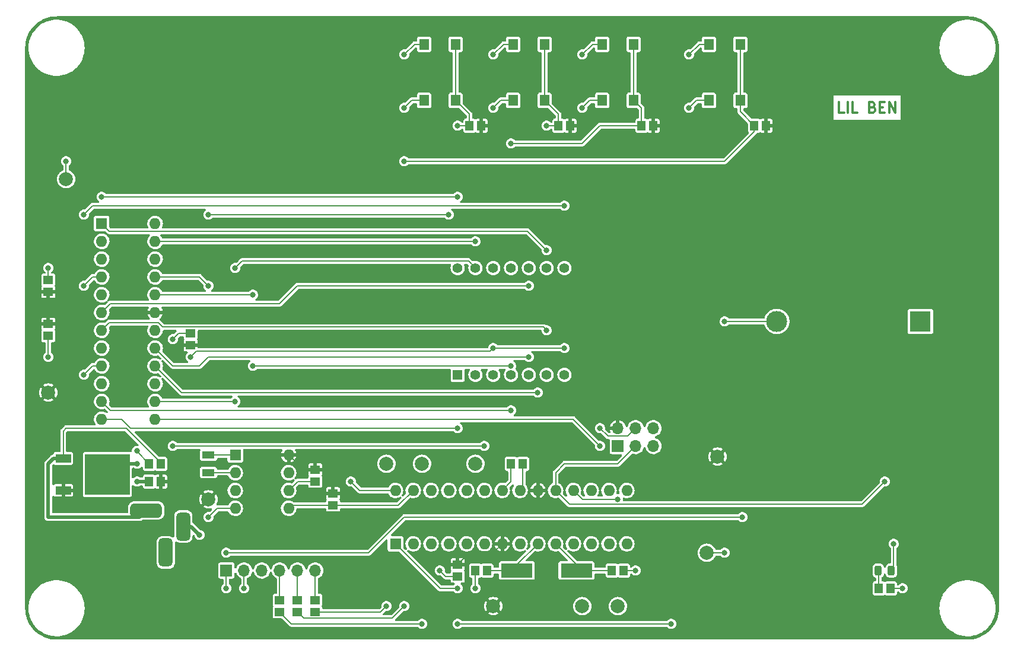
<source format=gbr>
%TF.GenerationSoftware,KiCad,Pcbnew,(6.0.5-0)*%
%TF.CreationDate,2022-07-24T23:08:49-05:00*%
%TF.ProjectId,hps-schematic-2.0,6870732d-7363-4686-956d-617469632d32,rev?*%
%TF.SameCoordinates,PX4c4db10PY8a12ae0*%
%TF.FileFunction,Copper,L1,Top*%
%TF.FilePolarity,Positive*%
%FSLAX46Y46*%
G04 Gerber Fmt 4.6, Leading zero omitted, Abs format (unit mm)*
G04 Created by KiCad (PCBNEW (6.0.5-0)) date 2022-07-24 23:08:49*
%MOMM*%
%LPD*%
G01*
G04 APERTURE LIST*
G04 Aperture macros list*
%AMRoundRect*
0 Rectangle with rounded corners*
0 $1 Rounding radius*
0 $2 $3 $4 $5 $6 $7 $8 $9 X,Y pos of 4 corners*
0 Add a 4 corners polygon primitive as box body*
4,1,4,$2,$3,$4,$5,$6,$7,$8,$9,$2,$3,0*
0 Add four circle primitives for the rounded corners*
1,1,$1+$1,$2,$3*
1,1,$1+$1,$4,$5*
1,1,$1+$1,$6,$7*
1,1,$1+$1,$8,$9*
0 Add four rect primitives between the rounded corners*
20,1,$1+$1,$2,$3,$4,$5,0*
20,1,$1+$1,$4,$5,$6,$7,0*
20,1,$1+$1,$6,$7,$8,$9,0*
20,1,$1+$1,$8,$9,$2,$3,0*%
G04 Aperture macros list end*
%ADD10C,0.300000*%
%TA.AperFunction,NonConductor*%
%ADD11C,0.300000*%
%TD*%
%TA.AperFunction,SMDPad,CuDef*%
%ADD12R,1.400000X1.150000*%
%TD*%
%TA.AperFunction,SMDPad,CuDef*%
%ADD13R,1.150000X1.400000*%
%TD*%
%TA.AperFunction,SMDPad,CuDef*%
%ADD14R,2.200000X1.200000*%
%TD*%
%TA.AperFunction,SMDPad,CuDef*%
%ADD15R,6.400000X5.800000*%
%TD*%
%TA.AperFunction,ComponentPad*%
%ADD16R,1.600000X1.600000*%
%TD*%
%TA.AperFunction,ComponentPad*%
%ADD17O,1.600000X1.600000*%
%TD*%
%TA.AperFunction,ComponentPad*%
%ADD18C,2.000000*%
%TD*%
%TA.AperFunction,ComponentPad*%
%ADD19R,1.700000X1.700000*%
%TD*%
%TA.AperFunction,ComponentPad*%
%ADD20O,1.700000X1.700000*%
%TD*%
%TA.AperFunction,SMDPad,CuDef*%
%ADD21R,1.400000X1.600000*%
%TD*%
%TA.AperFunction,SMDPad,CuDef*%
%ADD22RoundRect,0.243750X-0.243750X-0.456250X0.243750X-0.456250X0.243750X0.456250X-0.243750X0.456250X0*%
%TD*%
%TA.AperFunction,ComponentPad*%
%ADD23R,1.400000X1.400000*%
%TD*%
%TA.AperFunction,ComponentPad*%
%ADD24C,1.400000*%
%TD*%
%TA.AperFunction,SMDPad,CuDef*%
%ADD25R,1.800000X1.000000*%
%TD*%
%TA.AperFunction,SMDPad,CuDef*%
%ADD26R,4.500000X2.000000*%
%TD*%
%TA.AperFunction,ComponentPad*%
%ADD27RoundRect,0.500000X1.750000X0.500000X-1.750000X0.500000X-1.750000X-0.500000X1.750000X-0.500000X0*%
%TD*%
%TA.AperFunction,ComponentPad*%
%ADD28RoundRect,0.500000X-0.500000X1.500000X-0.500000X-1.500000X0.500000X-1.500000X0.500000X1.500000X0*%
%TD*%
%TA.AperFunction,ComponentPad*%
%ADD29R,3.000000X3.000000*%
%TD*%
%TA.AperFunction,ComponentPad*%
%ADD30C,3.000000*%
%TD*%
%TA.AperFunction,ViaPad*%
%ADD31C,0.812800*%
%TD*%
%TA.AperFunction,Conductor*%
%ADD32C,0.203200*%
%TD*%
%TA.AperFunction,Conductor*%
%ADD33C,0.508000*%
%TD*%
G04 APERTURE END LIST*
D10*
D11*
X117364285Y75521429D02*
X116650000Y75521429D01*
X116650000Y77021429D01*
X117864285Y75521429D02*
X117864285Y77021429D01*
X119292857Y75521429D02*
X118578571Y75521429D01*
X118578571Y77021429D01*
X121435714Y76307143D02*
X121650000Y76235715D01*
X121721428Y76164286D01*
X121792857Y76021429D01*
X121792857Y75807143D01*
X121721428Y75664286D01*
X121650000Y75592858D01*
X121507142Y75521429D01*
X120935714Y75521429D01*
X120935714Y77021429D01*
X121435714Y77021429D01*
X121578571Y76950000D01*
X121650000Y76878572D01*
X121721428Y76735715D01*
X121721428Y76592858D01*
X121650000Y76450000D01*
X121578571Y76378572D01*
X121435714Y76307143D01*
X120935714Y76307143D01*
X122435714Y76307143D02*
X122935714Y76307143D01*
X123150000Y75521429D02*
X122435714Y75521429D01*
X122435714Y77021429D01*
X123150000Y77021429D01*
X123792857Y75521429D02*
X123792857Y77021429D01*
X124650000Y75521429D01*
X124650000Y77021429D01*
D12*
%TO.P,R6,1*%
%TO.N,Net-(J2-Pad5)*%
X39370000Y5930000D03*
%TO.P,R6,2*%
%TO.N,RXD*%
X39370000Y4230000D03*
%TD*%
D13*
%TO.P,C3,1*%
%TO.N,GND*%
X64750000Y10160000D03*
%TO.P,C3,2*%
%TO.N,Net-(ATMega1-Pad9)*%
X66450000Y10160000D03*
%TD*%
%TO.P,C7,1*%
%TO.N,VCC*%
X19900000Y22860000D03*
%TO.P,C7,2*%
%TO.N,GND*%
X18200000Y22860000D03*
%TD*%
%TO.P,C1,1*%
%TO.N,Net-(ATMega1-Pad21)*%
X71550000Y25400000D03*
%TO.P,C1,2*%
%TO.N,GND*%
X69850000Y25400000D03*
%TD*%
D12*
%TO.P,R7,1*%
%TO.N,Net-(J2-Pad4)*%
X36830000Y5930000D03*
%TO.P,R7,2*%
%TO.N,TXD*%
X36830000Y4230000D03*
%TD*%
%TO.P,R10,1*%
%TO.N,VCC*%
X24130000Y42330000D03*
%TO.P,R10,2*%
%TO.N,Net-(LED_MATRIX1-Pad18)*%
X24130000Y44030000D03*
%TD*%
D13*
%TO.P,R3,1*%
%TO.N,VCC*%
X90170000Y73660000D03*
%TO.P,R3,2*%
%TO.N,BUTTON*%
X88470000Y73660000D03*
%TD*%
%TO.P,R4,1*%
%TO.N,Net-(D1-Pad1)*%
X122340000Y7620000D03*
%TO.P,R4,2*%
%TO.N,GND*%
X124040000Y7620000D03*
%TD*%
D14*
%TO.P,U2(POWER)1,1,IN*%
%TO.N,Net-(C6-Pad1)*%
X5940000Y26155000D03*
D15*
%TO.P,U2(POWER)1,2,GND*%
%TO.N,GND*%
X12240000Y23875000D03*
D14*
%TO.P,U2(POWER)1,3,OUT*%
%TO.N,VCC*%
X5940000Y21595000D03*
%TD*%
D16*
%TO.P,LED_MATRIX1,1,DIN*%
%TO.N,MATRIX_DIN*%
X11430000Y59695000D03*
D17*
%TO.P,LED_MATRIX1,2,DIG_0*%
%TO.N,Net-(DS1-Pad14)*%
X11430000Y57155000D03*
%TO.P,LED_MATRIX1,3,DIG_4*%
%TO.N,Net-(DS1-Pad7)*%
X11430000Y54615000D03*
%TO.P,LED_MATRIX1,4,GND*%
%TO.N,GND*%
X11430000Y52075000D03*
%TO.P,LED_MATRIX1,5,DIG_6*%
%TO.N,unconnected-(LED_MATRIX1-Pad5)*%
X11430000Y49535000D03*
%TO.P,LED_MATRIX1,6,DIG_2*%
%TO.N,Net-(DS1-Pad10)*%
X11430000Y46995000D03*
%TO.P,LED_MATRIX1,7,DIG_3*%
%TO.N,Net-(DS1-Pad6)*%
X11430000Y44455000D03*
%TO.P,LED_MATRIX1,8,DIG_7*%
%TO.N,unconnected-(LED_MATRIX1-Pad8)*%
X11430000Y41915000D03*
%TO.P,LED_MATRIX1,9,GND*%
%TO.N,GND*%
X11430000Y39375000D03*
%TO.P,LED_MATRIX1,10,DIG_5*%
%TO.N,unconnected-(LED_MATRIX1-Pad10)*%
X11430000Y36835000D03*
%TO.P,LED_MATRIX1,11,DIG_1*%
%TO.N,Net-(DS1-Pad11)*%
X11430000Y34295000D03*
%TO.P,LED_MATRIX1,12,LOAD*%
%TO.N,MATRIX_CS*%
X11430000Y31755000D03*
%TO.P,LED_MATRIX1,13,CLK*%
%TO.N,MATRIX_CLK*%
X19050000Y31755000D03*
%TO.P,LED_MATRIX1,14,SEG_A*%
%TO.N,Net-(DS1-Pad13)*%
X19050000Y34295000D03*
%TO.P,LED_MATRIX1,15,SEG_F*%
%TO.N,Net-(DS1-Pad12)*%
X19050000Y36835000D03*
%TO.P,LED_MATRIX1,16,SEG_B*%
%TO.N,Net-(DS1-Pad9)*%
X19050000Y39375000D03*
%TO.P,LED_MATRIX1,17,SEG_G*%
%TO.N,Net-(DS1-Pad5)*%
X19050000Y41915000D03*
%TO.P,LED_MATRIX1,18,ISET*%
%TO.N,Net-(LED_MATRIX1-Pad18)*%
X19050000Y44455000D03*
%TO.P,LED_MATRIX1,19,V+*%
%TO.N,VCC*%
X19050000Y46995000D03*
%TO.P,LED_MATRIX1,20,SEG_C*%
%TO.N,Net-(DS1-Pad4)*%
X19050000Y49535000D03*
%TO.P,LED_MATRIX1,21,SEG_E*%
%TO.N,Net-(DS1-Pad1)*%
X19050000Y52075000D03*
%TO.P,LED_MATRIX1,22,SEG_DP*%
%TO.N,Net-(DS1-Pad3)*%
X19050000Y54615000D03*
%TO.P,LED_MATRIX1,23,SEG_D*%
%TO.N,Net-(DS1-Pad2)*%
X19050000Y57155000D03*
%TO.P,LED_MATRIX1,24,DOUT*%
%TO.N,unconnected-(LED_MATRIX1-Pad24)*%
X19050000Y59695000D03*
%TD*%
D16*
%TO.P,RTC1,1,X1*%
%TO.N,Net-(RTC1-Pad1)*%
X30490000Y26660000D03*
D17*
%TO.P,RTC1,2,X2*%
%TO.N,Net-(RTC1-Pad2)*%
X30490000Y24120000D03*
%TO.P,RTC1,3,VBAT*%
%TO.N,Net-(BT1-Pad1)*%
X30490000Y21580000D03*
%TO.P,RTC1,4,GND*%
%TO.N,GND*%
X30490000Y19040000D03*
%TO.P,RTC1,5,SDA*%
%TO.N,SDA*%
X38110000Y19040000D03*
%TO.P,RTC1,6,SCL*%
%TO.N,SCL*%
X38110000Y21580000D03*
%TO.P,RTC1,7,SQW/OUT*%
%TO.N,unconnected-(RTC1-Pad7)*%
X38110000Y24120000D03*
%TO.P,RTC1,8,VCC*%
%TO.N,VCC*%
X38110000Y26660000D03*
%TD*%
D18*
%TO.P,TP8,1,1*%
%TO.N,GND*%
X97790000Y12700000D03*
%TD*%
%TO.P,TP4,1,1*%
%TO.N,SCL*%
X52070000Y25400000D03*
%TD*%
D12*
%TO.P,C5,1*%
%TO.N,~{RESET}*%
X41910000Y4230000D03*
%TO.P,C5,2*%
%TO.N,Net-(C5-Pad2)*%
X41910000Y5930000D03*
%TD*%
D18*
%TO.P,TP9,1,1*%
%TO.N,VCC*%
X99315000Y26415000D03*
%TD*%
%TO.P,TP6,1,1*%
%TO.N,MATRIX_CS*%
X64770000Y25400000D03*
%TD*%
%TO.P,TP2,1,1*%
%TO.N,VCC*%
X3810000Y35560000D03*
%TD*%
D12*
%TO.P,R8,1*%
%TO.N,VCC*%
X44450000Y21170000D03*
%TO.P,R8,2*%
%TO.N,SDA*%
X44450000Y19470000D03*
%TD*%
%TO.P,C9,1*%
%TO.N,VCC*%
X3810000Y49950000D03*
%TO.P,C9,2*%
%TO.N,GND*%
X3810000Y51650000D03*
%TD*%
D18*
%TO.P,TP10,1,1*%
%TO.N,VCC*%
X26670000Y20320000D03*
%TD*%
D19*
%TO.P,J2,1,Pin_1*%
%TO.N,GND*%
X29210000Y10160000D03*
D20*
%TO.P,J2,2,Pin_2*%
X31750000Y10160000D03*
%TO.P,J2,3,Pin_3*%
%TO.N,unconnected-(J2-Pad3)*%
X34290000Y10160000D03*
%TO.P,J2,4,Pin_4*%
%TO.N,Net-(J2-Pad4)*%
X36830000Y10160000D03*
%TO.P,J2,5,Pin_5*%
%TO.N,Net-(J2-Pad5)*%
X39370000Y10160000D03*
%TO.P,J2,6,Pin_6*%
%TO.N,Net-(C5-Pad2)*%
X41910000Y10160000D03*
%TD*%
D13*
%TO.P,C4,1*%
%TO.N,GND*%
X85940000Y10160000D03*
%TO.P,C4,2*%
%TO.N,Net-(ATMega1-Pad10)*%
X84240000Y10160000D03*
%TD*%
D18*
%TO.P,TP7,1,1*%
%TO.N,MATRIX_DIN*%
X80010000Y5080000D03*
%TD*%
D21*
%TO.P,HOUR1,1,A*%
%TO.N,GND*%
X57440000Y77280000D03*
%TO.P,HOUR1,2,A*%
X57440000Y85280000D03*
%TO.P,HOUR1,3,B*%
%TO.N,HOUR_BUTTON*%
X61940000Y77280000D03*
%TO.P,HOUR1,4,B*%
X61940000Y85280000D03*
%TD*%
D12*
%TO.P,C8,1*%
%TO.N,VCC*%
X3810000Y45353078D03*
%TO.P,C8,2*%
%TO.N,GND*%
X3810000Y43653078D03*
%TD*%
D13*
%TO.P,R1,1*%
%TO.N,VCC*%
X78320000Y73660000D03*
%TO.P,R1,2*%
%TO.N,MINUTE_BUTTON*%
X76620000Y73660000D03*
%TD*%
%TO.P,R5,1*%
%TO.N,VCC*%
X106260000Y73660000D03*
%TO.P,R5,2*%
%TO.N,~{RESET}*%
X104560000Y73660000D03*
%TD*%
D16*
%TO.P,ATMega1,1,~{RESET}/PC6*%
%TO.N,~{RESET}*%
X53350000Y13980000D03*
D17*
%TO.P,ATMega1,2,RXD/PD0*%
%TO.N,RXD*%
X55890000Y13980000D03*
%TO.P,ATMega1,3,TXD/PD1*%
%TO.N,TXD*%
X58430000Y13980000D03*
%TO.P,ATMega1,4,INT0/PD2*%
%TO.N,HOUR_BUTTON*%
X60970000Y13980000D03*
%TO.P,ATMega1,5,INT1/PD3*%
%TO.N,MATRIX_CS*%
X63510000Y13980000D03*
%TO.P,ATMega1,6,PD4*%
%TO.N,BUTTON*%
X66050000Y13980000D03*
%TO.P,ATMega1,7,VCC*%
%TO.N,VCC*%
X68590000Y13980000D03*
%TO.P,ATMega1,8,GND*%
%TO.N,GND*%
X71130000Y13980000D03*
%TO.P,ATMega1,9,XTAL1/PB6*%
%TO.N,Net-(ATMega1-Pad9)*%
X73670000Y13980000D03*
%TO.P,ATMega1,10,XTAL2/PB7*%
%TO.N,Net-(ATMega1-Pad10)*%
X76210000Y13980000D03*
%TO.P,ATMega1,11,OC0B/PD5*%
%TO.N,MATRIX_DIN*%
X78750000Y13980000D03*
%TO.P,ATMega1,12,OC0A/PD6*%
%TO.N,MINUTE_BUTTON*%
X81290000Y13980000D03*
%TO.P,ATMega1,13,PD7*%
%TO.N,MATRIX_CLK*%
X83830000Y13980000D03*
%TO.P,ATMega1,14,PB0*%
%TO.N,unconnected-(ATMega1-Pad14)*%
X86370000Y13980000D03*
%TO.P,ATMega1,15,OC1A/PB1*%
%TO.N,unconnected-(ATMega1-Pad15)*%
X86370000Y21600000D03*
%TO.P,ATMega1,16,OC1B/PB2*%
%TO.N,unconnected-(ATMega1-Pad16)*%
X83830000Y21600000D03*
%TO.P,ATMega1,17,MOSI/PB3*%
%TO.N,MOSI*%
X81290000Y21600000D03*
%TO.P,ATMega1,18,MISO/PB4*%
%TO.N,MISO*%
X78750000Y21600000D03*
%TO.P,ATMega1,19,SCK/PB5*%
%TO.N,LED_SCK*%
X76210000Y21600000D03*
%TO.P,ATMega1,20,AVCC*%
%TO.N,VCC*%
X73670000Y21600000D03*
%TO.P,ATMega1,21,AREF*%
%TO.N,Net-(ATMega1-Pad21)*%
X71130000Y21600000D03*
%TO.P,ATMega1,22,GND*%
%TO.N,GND*%
X68590000Y21600000D03*
%TO.P,ATMega1,23,ADC0/PC0*%
%TO.N,unconnected-(ATMega1-Pad23)*%
X66050000Y21600000D03*
%TO.P,ATMega1,24,ADC1/PC1*%
%TO.N,unconnected-(ATMega1-Pad24)*%
X63510000Y21600000D03*
%TO.P,ATMega1,25,ADC2/PC2*%
%TO.N,unconnected-(ATMega1-Pad25)*%
X60970000Y21600000D03*
%TO.P,ATMega1,26,ADC3/PC3*%
%TO.N,unconnected-(ATMega1-Pad26)*%
X58430000Y21600000D03*
%TO.P,ATMega1,27,SDA/PC4*%
%TO.N,SDA*%
X55890000Y21600000D03*
%TO.P,ATMega1,28,SCL/PC5*%
%TO.N,SCL*%
X53350000Y21600000D03*
%TD*%
D19*
%TO.P,J1,1,Pin_1*%
%TO.N,MISO*%
X85090000Y27940000D03*
D20*
%TO.P,J1,2,Pin_2*%
%TO.N,VCC*%
X85090000Y30480000D03*
%TO.P,J1,3,Pin_3*%
%TO.N,LED_SCK*%
X87630000Y27940000D03*
%TO.P,J1,4,Pin_4*%
%TO.N,MOSI*%
X87630000Y30480000D03*
%TO.P,J1,5,Pin_5*%
%TO.N,~{RESET}*%
X90170000Y27940000D03*
%TO.P,J1,6,Pin_6*%
%TO.N,GND*%
X90170000Y30480000D03*
%TD*%
D21*
%TO.P,UTILITY1,1,A*%
%TO.N,GND*%
X82840000Y77280000D03*
%TO.P,UTILITY1,2,A*%
X82840000Y85280000D03*
%TO.P,UTILITY1,3,B*%
%TO.N,BUTTON*%
X87340000Y77280000D03*
%TO.P,UTILITY1,4,B*%
X87340000Y85280000D03*
%TD*%
D22*
%TO.P,D1,1,K*%
%TO.N,Net-(D1-Pad1)*%
X122252500Y10160000D03*
%TO.P,D1,2,A*%
%TO.N,LED_SCK*%
X124127500Y10160000D03*
%TD*%
D18*
%TO.P,TP1,1,1*%
%TO.N,GND*%
X6350000Y66040000D03*
%TD*%
D13*
%TO.P,R2,1*%
%TO.N,VCC*%
X65620000Y73660000D03*
%TO.P,R2,2*%
%TO.N,HOUR_BUTTON*%
X63920000Y73660000D03*
%TD*%
D21*
%TO.P,RESET1,1,A*%
%TO.N,GND*%
X98080000Y77280000D03*
%TO.P,RESET1,2,A*%
X98080000Y85280000D03*
%TO.P,RESET1,3,B*%
%TO.N,~{RESET}*%
X102580000Y77280000D03*
%TO.P,RESET1,4,B*%
X102580000Y85280000D03*
%TD*%
D23*
%TO.P,DS1,1,E*%
%TO.N,Net-(DS1-Pad1)*%
X62230000Y38100000D03*
D24*
%TO.P,DS1,2,D*%
%TO.N,Net-(DS1-Pad2)*%
X64770000Y38100000D03*
%TO.P,DS1,3,DP*%
%TO.N,Net-(DS1-Pad3)*%
X67310000Y38100000D03*
%TO.P,DS1,4,C*%
%TO.N,Net-(DS1-Pad4)*%
X69850000Y38100000D03*
%TO.P,DS1,5,G*%
%TO.N,Net-(DS1-Pad5)*%
X72390000Y38100000D03*
%TO.P,DS1,6,COM_DIG.4*%
%TO.N,Net-(DS1-Pad6)*%
X74930000Y38100000D03*
%TO.P,DS1,7,COM_COLON*%
%TO.N,Net-(DS1-Pad7)*%
X77470000Y38100000D03*
%TO.P,DS1,8,COLON*%
%TO.N,Net-(DS1-Pad3)*%
X77470000Y53340000D03*
%TO.P,DS1,9,B*%
%TO.N,Net-(DS1-Pad9)*%
X74930000Y53340000D03*
%TO.P,DS1,10,COM_DIG.3*%
%TO.N,Net-(DS1-Pad10)*%
X72390000Y53340000D03*
%TO.P,DS1,11,COM_DIG.2*%
%TO.N,Net-(DS1-Pad11)*%
X69850000Y53340000D03*
%TO.P,DS1,12,F*%
%TO.N,Net-(DS1-Pad12)*%
X67310000Y53340000D03*
%TO.P,DS1,13,A*%
%TO.N,Net-(DS1-Pad13)*%
X64770000Y53340000D03*
%TO.P,DS1,14,COM_DIG.1*%
%TO.N,Net-(DS1-Pad14)*%
X62230000Y53340000D03*
%TD*%
D21*
%TO.P,MINUTE1,1,A*%
%TO.N,GND*%
X70140000Y77280000D03*
%TO.P,MINUTE1,2,A*%
X70140000Y85280000D03*
%TO.P,MINUTE1,3,B*%
%TO.N,MINUTE_BUTTON*%
X74640000Y77280000D03*
%TO.P,MINUTE1,4,B*%
X74640000Y85280000D03*
%TD*%
D12*
%TO.P,R9,1*%
%TO.N,VCC*%
X41910000Y24560000D03*
%TO.P,R9,2*%
%TO.N,SCL*%
X41910000Y22860000D03*
%TD*%
D25*
%TO.P,Y1,1,1*%
%TO.N,Net-(RTC1-Pad2)*%
X26670000Y24150000D03*
%TO.P,Y1,2,2*%
%TO.N,Net-(RTC1-Pad1)*%
X26670000Y26650000D03*
%TD*%
D13*
%TO.P,C6,1*%
%TO.N,Net-(C6-Pad1)*%
X19900000Y25400000D03*
%TO.P,C6,2*%
%TO.N,GND*%
X18200000Y25400000D03*
%TD*%
D12*
%TO.P,C2,1*%
%TO.N,VCC*%
X62230000Y11010000D03*
%TO.P,C2,2*%
%TO.N,GND*%
X62230000Y9310000D03*
%TD*%
D18*
%TO.P,TP3,1,1*%
%TO.N,SDA*%
X57150000Y25400000D03*
%TD*%
%TO.P,TP5,1,1*%
%TO.N,MATRIX_CLK*%
X85090000Y5080000D03*
%TD*%
D26*
%TO.P,CRYSTAL1,1,1*%
%TO.N,Net-(ATMega1-Pad9)*%
X70680000Y10160000D03*
%TO.P,CRYSTAL1,2,2*%
%TO.N,Net-(ATMega1-Pad10)*%
X79180000Y10160000D03*
%TD*%
D18*
%TO.P,TP11,1,1*%
%TO.N,VCC*%
X67310000Y5080000D03*
%TD*%
D27*
%TO.P,J1(POWER)1,1,POLE*%
%TO.N,Net-(C6-Pad1)*%
X17780000Y18740000D03*
D28*
%TO.P,J1(POWER)1,2,OUT*%
%TO.N,GND*%
X23080000Y16440000D03*
%TO.P,J1(POWER)1,3,OUT*%
%TO.N,unconnected-(J1(POWER)1-Pad3)*%
X20580000Y12740000D03*
%TD*%
D29*
%TO.P,BT1,1,+*%
%TO.N,Net-(BT1-Pad1)*%
X128270000Y45720000D03*
D30*
%TO.P,BT1,2,-*%
%TO.N,GND*%
X107780000Y45720000D03*
%TD*%
D31*
%TO.N,GND*%
X100330000Y45720000D03*
X3810000Y40640000D03*
X54610000Y76200000D03*
X16510000Y25400000D03*
X16432459Y27229300D03*
X67310000Y83820000D03*
X29210000Y7620000D03*
X95250000Y83820000D03*
X8890000Y50800000D03*
X59690000Y10160000D03*
X64770000Y7620000D03*
X80010000Y83820000D03*
X54610000Y83820000D03*
X80010000Y76200000D03*
X67310000Y76200000D03*
X87630000Y10160000D03*
X100330000Y12700000D03*
X8890000Y38100000D03*
X25400000Y15240000D03*
X31750000Y7620000D03*
X3810000Y53340000D03*
X16510000Y22860000D03*
X6350000Y68580000D03*
X26670000Y17780000D03*
X125730000Y7620000D03*
X95250000Y76200000D03*
%TO.N,VCC*%
X26670000Y45720000D03*
X26670000Y43180000D03*
X21590000Y45720000D03*
%TO.N,~{RESET}*%
X54610000Y68580000D03*
X52070000Y5080000D03*
X62230000Y2540000D03*
X92710000Y2540000D03*
X62230000Y7620000D03*
%TO.N,LED_SCK*%
X124460000Y13970000D03*
X123190000Y22860000D03*
%TO.N,MINUTE_BUTTON*%
X74930000Y73660000D03*
%TO.N,HOUR_BUTTON*%
X62230000Y73660000D03*
%TO.N,BUTTON*%
X69850000Y71120000D03*
%TO.N,RXD*%
X54610000Y5080000D03*
%TO.N,TXD*%
X57150000Y2540000D03*
%TO.N,MATRIX_CS*%
X62230000Y30480000D03*
%TO.N,MATRIX_DIN*%
X74930000Y55880000D03*
%TO.N,MATRIX_CLK*%
X82550000Y27940000D03*
%TO.N,SCL*%
X46990000Y22860000D03*
%TO.N,Net-(BT1-Pad1)*%
X102870000Y17780000D03*
X29210000Y12700000D03*
%TO.N,Net-(DS1-Pad1)*%
X60960000Y60960000D03*
X26670000Y60960000D03*
X26670000Y50800000D03*
%TO.N,Net-(DS1-Pad2)*%
X64770000Y57150000D03*
%TO.N,Net-(DS1-Pad3)*%
X77470000Y41910000D03*
X67310000Y41910000D03*
X24130000Y40640000D03*
%TO.N,Net-(DS1-Pad4)*%
X33020000Y49530000D03*
X33020000Y39370000D03*
X69850000Y39370000D03*
%TO.N,Net-(DS1-Pad5)*%
X72390000Y40640000D03*
%TO.N,Net-(DS1-Pad6)*%
X74930000Y44450000D03*
%TO.N,Net-(DS1-Pad7)*%
X77470000Y62230000D03*
X8890000Y60960000D03*
%TO.N,Net-(DS1-Pad9)*%
X73660000Y35560000D03*
%TO.N,Net-(DS1-Pad10)*%
X72390000Y50800000D03*
%TO.N,Net-(DS1-Pad11)*%
X69850000Y33020000D03*
%TO.N,Net-(DS1-Pad12)*%
X66040000Y27940000D03*
X21590000Y27940000D03*
%TO.N,Net-(DS1-Pad13)*%
X30480000Y53340000D03*
X30480000Y34290000D03*
%TO.N,Net-(DS1-Pad14)*%
X11430000Y63500000D03*
X62230000Y63500000D03*
%TO.N,Net-(LED_MATRIX1-Pad18)*%
X21590000Y43180000D03*
%TO.N,MISO*%
X85090000Y20320000D03*
%TO.N,MOSI*%
X82550000Y30480000D03*
%TD*%
D32*
%TO.N,Net-(ATMega1-Pad9)*%
X70680000Y10160000D02*
X70680000Y10990000D01*
X66450000Y10160000D02*
X70680000Y10160000D01*
X70680000Y10990000D02*
X73670000Y13980000D01*
%TO.N,GND*%
X18200000Y25400000D02*
X16432459Y27167541D01*
X11430000Y52075000D02*
X10165000Y52075000D01*
X69850000Y22860000D02*
X68590000Y21600000D01*
X107780000Y45720000D02*
X100330000Y45720000D01*
X64750000Y7640000D02*
X64770000Y7620000D01*
X124040000Y7620000D02*
X125730000Y7620000D01*
X31750000Y10160000D02*
X31750000Y7620000D01*
X55690000Y77280000D02*
X54610000Y76200000D01*
X10165000Y39375000D02*
X8890000Y38100000D01*
X57440000Y85280000D02*
X56070000Y85280000D01*
X30490000Y19040000D02*
X27930000Y19040000D01*
X62230000Y9310000D02*
X60540000Y9310000D01*
X82840000Y85280000D02*
X81470000Y85280000D01*
X10165000Y52075000D02*
X8890000Y50800000D01*
X69850000Y25400000D02*
X69850000Y22860000D01*
X96330000Y77280000D02*
X95250000Y76200000D01*
X97790000Y12700000D02*
X100330000Y12700000D01*
X82840000Y77280000D02*
X81090000Y77280000D01*
X56070000Y85280000D02*
X54610000Y83820000D01*
X96710000Y85280000D02*
X95250000Y83820000D01*
D33*
X13764997Y25400000D02*
X16510000Y25400000D01*
X23080000Y16440000D02*
X24200000Y16440000D01*
X24200000Y16440000D02*
X25400000Y15240000D01*
D32*
X98080000Y77280000D02*
X96330000Y77280000D01*
X29210000Y10160000D02*
X29210000Y7620000D01*
X16432459Y27167541D02*
X16432459Y27229300D01*
X11430000Y39375000D02*
X10165000Y39375000D01*
X57440000Y77280000D02*
X55690000Y77280000D01*
X68770000Y85280000D02*
X67310000Y83820000D01*
X3810000Y43653078D02*
X3810000Y40640000D01*
X6350000Y66040000D02*
X6350000Y68580000D01*
D33*
X18199989Y22860000D02*
X16510000Y22860000D01*
D32*
X98080000Y85280000D02*
X96710000Y85280000D01*
X85940000Y10160000D02*
X87630000Y10160000D01*
X81090000Y77280000D02*
X80010000Y76200000D01*
X81470000Y85280000D02*
X80010000Y83820000D01*
X3810000Y51650000D02*
X3810000Y53340000D01*
X70140000Y77280000D02*
X68390000Y77280000D01*
X68390000Y77280000D02*
X67310000Y76200000D01*
X70140000Y85280000D02*
X68770000Y85280000D01*
X64750000Y10160000D02*
X64750000Y7640000D01*
X27930000Y19040000D02*
X26670000Y17780000D01*
X60540000Y9310000D02*
X59690000Y10160000D01*
X12240000Y23875000D02*
X13765000Y25400000D01*
%TO.N,VCC*%
X64095689Y12875689D02*
X67485689Y12875689D01*
X26670000Y45720000D02*
X21590000Y45720000D01*
X62230000Y11010000D02*
X64095689Y12875689D01*
X25820000Y42330000D02*
X26670000Y43180000D01*
X40210000Y24560000D02*
X38110000Y26660000D01*
X67485689Y12875689D02*
X68590000Y13980000D01*
X41910000Y24560000D02*
X40210000Y24560000D01*
X43190000Y26660000D02*
X38110000Y26660000D01*
X44450000Y21170000D02*
X44450000Y25400000D01*
X44450000Y25400000D02*
X43190000Y26660000D01*
X24130000Y42330000D02*
X25820000Y42330000D01*
%TO.N,Net-(ATMega1-Pad10)*%
X79180000Y10160000D02*
X79180000Y11010000D01*
X79180000Y11010000D02*
X76210000Y13980000D01*
X79180000Y10160000D02*
X84240000Y10160000D01*
%TO.N,Net-(ATMega1-Pad21)*%
X71550000Y22020000D02*
X71130000Y21600000D01*
X71550000Y25400000D02*
X71550000Y22020000D01*
%TO.N,~{RESET}*%
X100330000Y68580000D02*
X54610000Y68580000D01*
X92710000Y2540000D02*
X62230000Y2540000D01*
X104560000Y72810000D02*
X100330000Y68580000D01*
X62230000Y7620000D02*
X59710000Y7620000D01*
X102580000Y85280000D02*
X102580000Y77280000D01*
X102580000Y77280000D02*
X102580000Y75640000D01*
X104560000Y73660000D02*
X104560000Y72810000D01*
X51220000Y4230000D02*
X52070000Y5080000D01*
X102580000Y75640000D02*
X104560000Y73660000D01*
X59710000Y7620000D02*
X53350000Y13980000D01*
X41910000Y4230000D02*
X51220000Y4230000D01*
%TO.N,Net-(C5-Pad2)*%
X41910000Y5930000D02*
X41910000Y10160000D01*
D33*
%TO.N,Net-(C6-Pad1)*%
X3810000Y17780000D02*
X16820000Y17780000D01*
D32*
X6350000Y30480000D02*
X5940000Y30070000D01*
D33*
X5939993Y26154990D02*
X4564990Y26154990D01*
D32*
X14945000Y30480000D02*
X6350000Y30480000D01*
X19900000Y25400000D02*
X19900000Y25525000D01*
D33*
X16820000Y17780000D02*
X17780000Y18740000D01*
D32*
X19900000Y25525000D02*
X14945000Y30480000D01*
D33*
X4564990Y26154990D02*
X3810000Y25400000D01*
X3810000Y25400000D02*
X3810000Y17780000D01*
D32*
X5940000Y30070000D02*
X5940000Y26155000D01*
%TO.N,Net-(D1-Pad1)*%
X122340000Y7620000D02*
X122340000Y10072500D01*
X122340000Y10072500D02*
X122252500Y10160000D01*
%TO.N,LED_SCK*%
X76210000Y24140000D02*
X76210000Y21600000D01*
X77470000Y25400000D02*
X76210000Y24140000D01*
X76210000Y21600000D02*
X78200701Y19609299D01*
X124460000Y13970000D02*
X124460000Y10492500D01*
X87630000Y27940000D02*
X85090000Y25400000D01*
X85090000Y25400000D02*
X77470000Y25400000D01*
X78200701Y19609299D02*
X119939299Y19609299D01*
X119939299Y19609299D02*
X123190000Y22860000D01*
X124460000Y10492500D02*
X124127500Y10160000D01*
%TO.N,Net-(J2-Pad5)*%
X39370000Y5930000D02*
X39370000Y10160000D01*
%TO.N,Net-(J2-Pad4)*%
X36830000Y5930000D02*
X36830000Y10160000D01*
%TO.N,MINUTE_BUTTON*%
X74640000Y85280000D02*
X74640000Y77280000D01*
X76620000Y73660000D02*
X76620000Y75300000D01*
X76620000Y73660000D02*
X74930000Y73660000D01*
X76620000Y75300000D02*
X74640000Y77280000D01*
%TO.N,HOUR_BUTTON*%
X63920000Y73660000D02*
X63920000Y75300000D01*
X61940000Y85280000D02*
X61940000Y77280000D01*
X63920000Y73660000D02*
X62230000Y73660000D01*
X63920000Y75300000D02*
X61940000Y77280000D01*
%TO.N,BUTTON*%
X88470000Y73660000D02*
X82550000Y73660000D01*
X88470000Y76150000D02*
X87340000Y77280000D01*
X87340000Y85280000D02*
X87340000Y77280000D01*
X80010000Y71120000D02*
X69850000Y71120000D01*
X88470000Y73660000D02*
X88470000Y76150000D01*
X82550000Y73660000D02*
X80010000Y71120000D01*
%TO.N,RXD*%
X52880689Y3350689D02*
X54610000Y5080000D01*
X40249311Y3350689D02*
X52880689Y3350689D01*
X39370000Y4230000D02*
X40249311Y3350689D01*
%TO.N,TXD*%
X38520000Y2540000D02*
X57150000Y2540000D01*
X36830000Y4230000D02*
X38520000Y2540000D01*
%TO.N,MATRIX_CS*%
X15519044Y30480000D02*
X62230000Y30480000D01*
X11430000Y31755000D02*
X14244044Y31755000D01*
X14244044Y31755000D02*
X15519044Y30480000D01*
%TO.N,MATRIX_DIN*%
X11430000Y59695000D02*
X12534311Y58590689D01*
X72219311Y58590689D02*
X74930000Y55880000D01*
X12534311Y58590689D02*
X72219311Y58590689D01*
%TO.N,MATRIX_CLK*%
X78735000Y31755000D02*
X82550000Y27940000D01*
X19050000Y31755000D02*
X78735000Y31755000D01*
%TO.N,SDA*%
X55890000Y21600000D02*
X53760000Y19470000D01*
X53760000Y19470000D02*
X44450000Y19470000D01*
X38540000Y19470000D02*
X38110000Y19040000D01*
X44450000Y19470000D02*
X38540000Y19470000D01*
%TO.N,SCL*%
X53350000Y21600000D02*
X48250000Y21600000D01*
X48250000Y21600000D02*
X46990000Y22860000D01*
X39390000Y22860000D02*
X38110000Y21580000D01*
X41910000Y22860000D02*
X39390000Y22860000D01*
%TO.N,Net-(BT1-Pad1)*%
X49530000Y12700000D02*
X29210000Y12700000D01*
X102870000Y17780000D02*
X54610000Y17780000D01*
X54610000Y17780000D02*
X49530000Y12700000D01*
%TO.N,Net-(DS1-Pad1)*%
X26670000Y50800000D02*
X25395000Y52075000D01*
X26670000Y60960000D02*
X60960000Y60960000D01*
X25395000Y52075000D02*
X19050000Y52075000D01*
%TO.N,Net-(DS1-Pad2)*%
X64765000Y57155000D02*
X19050000Y57155000D01*
X64770000Y57150000D02*
X64765000Y57155000D01*
%TO.N,Net-(DS1-Pad3)*%
X66850689Y41450689D02*
X24940689Y41450689D01*
X67310000Y41910000D02*
X66850689Y41450689D01*
X24940689Y41450689D02*
X24130000Y40640000D01*
X77470000Y41910000D02*
X67310000Y41910000D01*
%TO.N,Net-(DS1-Pad4)*%
X33020000Y49530000D02*
X33015000Y49535000D01*
X69850000Y39370000D02*
X33020000Y39370000D01*
X33015000Y49535000D02*
X19050000Y49535000D01*
%TO.N,Net-(DS1-Pad5)*%
X25400000Y39370000D02*
X21595000Y39370000D01*
X26670000Y40640000D02*
X25400000Y39370000D01*
X21595000Y39370000D02*
X19050000Y41915000D01*
X72390000Y40640000D02*
X26670000Y40640000D01*
%TO.N,Net-(DS1-Pad6)*%
X19507422Y45559311D02*
X12534311Y45559311D01*
X74470689Y44909311D02*
X20157422Y44909311D01*
X74930000Y44450000D02*
X74470689Y44909311D01*
X12534311Y45559311D02*
X11430000Y44455000D01*
X20157422Y44909311D02*
X19507422Y45559311D01*
%TO.N,Net-(DS1-Pad7)*%
X10160000Y62230000D02*
X8890000Y60960000D01*
X77470000Y62230000D02*
X10160000Y62230000D01*
%TO.N,Net-(DS1-Pad9)*%
X73660000Y35560000D02*
X22865000Y35560000D01*
X22865000Y35560000D02*
X19050000Y39375000D01*
%TO.N,Net-(DS1-Pad10)*%
X36830000Y48260000D02*
X12695000Y48260000D01*
X39370000Y50800000D02*
X36830000Y48260000D01*
X12695000Y48260000D02*
X11430000Y46995000D01*
X72390000Y50800000D02*
X62230000Y50800000D01*
X62230000Y50800000D02*
X39370000Y50800000D01*
%TO.N,Net-(DS1-Pad11)*%
X12705000Y33020000D02*
X11430000Y34295000D01*
X69850000Y33020000D02*
X12705000Y33020000D01*
%TO.N,Net-(DS1-Pad12)*%
X21590000Y27940000D02*
X66040000Y27940000D01*
%TO.N,Net-(DS1-Pad13)*%
X30480000Y34290000D02*
X30475000Y34295000D01*
X30475000Y34295000D02*
X19050000Y34295000D01*
X31484311Y54344311D02*
X30480000Y53340000D01*
X64770000Y53340000D02*
X63765689Y54344311D01*
X63765689Y54344311D02*
X31484311Y54344311D01*
%TO.N,Net-(DS1-Pad14)*%
X11430000Y63500000D02*
X62230000Y63500000D01*
%TO.N,Net-(LED_MATRIX1-Pad18)*%
X24130000Y44030000D02*
X22440000Y44030000D01*
X22440000Y44030000D02*
X21590000Y43180000D01*
%TO.N,Net-(RTC1-Pad1)*%
X30480000Y26650000D02*
X30490000Y26660000D01*
X26670000Y26650000D02*
X30480000Y26650000D01*
%TO.N,Net-(RTC1-Pad2)*%
X30460000Y24150000D02*
X30490000Y24120000D01*
X26670000Y24150000D02*
X30460000Y24150000D01*
%TO.N,MISO*%
X85090000Y20320000D02*
X80030000Y20320000D01*
X80030000Y20320000D02*
X78750000Y21600000D01*
%TO.N,MOSI*%
X83704311Y29325689D02*
X86475689Y29325689D01*
X82550000Y30480000D02*
X83704311Y29325689D01*
X86475689Y29325689D02*
X87630000Y30480000D01*
%TD*%
%TA.AperFunction,Conductor*%
%TO.N,VCC*%
G36*
X134961964Y89269697D02*
G01*
X134973061Y89267969D01*
X134973063Y89267969D01*
X134983724Y89266309D01*
X134994423Y89267708D01*
X134994424Y89267708D01*
X135001989Y89268697D01*
X135028222Y89269831D01*
X135374855Y89254696D01*
X135388012Y89253545D01*
X135763391Y89204126D01*
X135776399Y89201832D01*
X136146027Y89119888D01*
X136158785Y89116470D01*
X136519887Y89002614D01*
X136532298Y88998096D01*
X136882081Y88853211D01*
X136894042Y88847635D01*
X137229906Y88672795D01*
X137241327Y88666200D01*
X137560640Y88462775D01*
X137571459Y88455200D01*
X137871830Y88224718D01*
X137881948Y88216228D01*
X138161096Y87960436D01*
X138170436Y87951096D01*
X138426228Y87671948D01*
X138434718Y87661830D01*
X138665200Y87361459D01*
X138672775Y87350640D01*
X138876200Y87031327D01*
X138882795Y87019906D01*
X139057635Y86684042D01*
X139063211Y86672081D01*
X139208096Y86322298D01*
X139212614Y86309887D01*
X139259286Y86161863D01*
X139314320Y85987321D01*
X139326470Y85948785D01*
X139329888Y85936027D01*
X139411832Y85566399D01*
X139414126Y85553391D01*
X139463545Y85178012D01*
X139464696Y85164855D01*
X139479493Y84825971D01*
X139477993Y84798930D01*
X139477969Y84796935D01*
X139476309Y84786276D01*
X139480024Y84757863D01*
X139480222Y84756352D01*
X139481500Y84736721D01*
X139481500Y4831329D01*
X139479697Y4808036D01*
X139479355Y4805836D01*
X139476309Y4786276D01*
X139477708Y4775577D01*
X139477708Y4775576D01*
X139478697Y4768011D01*
X139479831Y4741778D01*
X139464696Y4395145D01*
X139463545Y4381988D01*
X139414126Y4006609D01*
X139411832Y3993601D01*
X139329888Y3623973D01*
X139326470Y3611217D01*
X139284808Y3479081D01*
X139212614Y3250113D01*
X139208096Y3237702D01*
X139063211Y2887919D01*
X139057635Y2875958D01*
X138882795Y2540094D01*
X138876200Y2528673D01*
X138672775Y2209360D01*
X138665200Y2198541D01*
X138434718Y1898170D01*
X138426228Y1888052D01*
X138170436Y1608904D01*
X138161096Y1599564D01*
X137881948Y1343772D01*
X137871830Y1335282D01*
X137571459Y1104800D01*
X137560640Y1097225D01*
X137241327Y893800D01*
X137229906Y887205D01*
X136894042Y712365D01*
X136882081Y706789D01*
X136532298Y561904D01*
X136519887Y557386D01*
X136158785Y443530D01*
X136146027Y440112D01*
X135776399Y358168D01*
X135763391Y355874D01*
X135388012Y306455D01*
X135374855Y305304D01*
X135190650Y297261D01*
X135035968Y290507D01*
X135008930Y292007D01*
X135006935Y292031D01*
X134996276Y293691D01*
X134967863Y289976D01*
X134966352Y289778D01*
X134946721Y288500D01*
X5041329Y288500D01*
X5018036Y290303D01*
X5006939Y292031D01*
X5006937Y292031D01*
X4996276Y293691D01*
X4985577Y292292D01*
X4985576Y292292D01*
X4978011Y291303D01*
X4951778Y290169D01*
X4605145Y305304D01*
X4591988Y306455D01*
X4216609Y355874D01*
X4203601Y358168D01*
X3833973Y440112D01*
X3821215Y443530D01*
X3460113Y557386D01*
X3447702Y561904D01*
X3097919Y706789D01*
X3085958Y712365D01*
X2750094Y887205D01*
X2738673Y893800D01*
X2419360Y1097225D01*
X2408541Y1104800D01*
X2108170Y1335282D01*
X2098052Y1343772D01*
X1818904Y1599564D01*
X1809564Y1608904D01*
X1553772Y1888052D01*
X1545282Y1898170D01*
X1314800Y2198541D01*
X1307225Y2209360D01*
X1103800Y2528673D01*
X1097205Y2540094D01*
X922365Y2875958D01*
X916789Y2887919D01*
X771904Y3237702D01*
X767386Y3250113D01*
X695192Y3479081D01*
X653530Y3611217D01*
X650112Y3623973D01*
X568168Y3993601D01*
X565874Y4006609D01*
X516455Y4381988D01*
X515304Y4395145D01*
X500678Y4730115D01*
X502263Y4755835D01*
X502083Y4755851D01*
X502606Y4761680D01*
X503576Y4767448D01*
X503729Y4780000D01*
X501727Y4793981D01*
X984883Y4793981D01*
X1003974Y4389167D01*
X1004538Y4385393D01*
X1004539Y4385383D01*
X1060746Y4009294D01*
X1063876Y3988354D01*
X1064821Y3984645D01*
X1064823Y3984637D01*
X1119606Y3769714D01*
X1163975Y3595648D01*
X1172395Y3572640D01*
X1301933Y3218659D01*
X1301937Y3218650D01*
X1303248Y3215067D01*
X1304917Y3211631D01*
X1304919Y3211625D01*
X1359947Y3098300D01*
X1480268Y2850509D01*
X1561149Y2719552D01*
X1678258Y2529937D01*
X1693223Y2505706D01*
X1695553Y2502670D01*
X1695554Y2502668D01*
X1719618Y2471307D01*
X1939932Y2184188D01*
X1942556Y2181403D01*
X1942559Y2181400D01*
X1982103Y2139437D01*
X2217869Y1889249D01*
X2524189Y1623906D01*
X2855755Y1390877D01*
X3209173Y1192548D01*
X3580825Y1030950D01*
X3966904Y907736D01*
X4363458Y824169D01*
X4367256Y823763D01*
X4367263Y823762D01*
X4647598Y793803D01*
X4766427Y781104D01*
X4990173Y779932D01*
X5167857Y779002D01*
X5167858Y779002D01*
X5171685Y778982D01*
X5311355Y792431D01*
X5571262Y817457D01*
X5571264Y817457D01*
X5575083Y817825D01*
X5578839Y818576D01*
X5578849Y818577D01*
X5968739Y896485D01*
X5968744Y896486D01*
X5972491Y897235D01*
X6165919Y956741D01*
X6356170Y1015270D01*
X6356175Y1015272D01*
X6359839Y1016399D01*
X6733162Y1174096D01*
X6736516Y1175932D01*
X7085284Y1366878D01*
X7085288Y1366881D01*
X7088637Y1368714D01*
X7124095Y1393083D01*
X7419467Y1596086D01*
X7422626Y1598257D01*
X7425547Y1600734D01*
X7425552Y1600738D01*
X7692350Y1827000D01*
X7731708Y1860378D01*
X7933479Y2070049D01*
X8010073Y2149642D01*
X8010077Y2149646D01*
X8012718Y2152391D01*
X8171150Y2354446D01*
X8260422Y2468298D01*
X8260425Y2468303D01*
X8262781Y2471307D01*
X8322244Y2565369D01*
X8477284Y2810617D01*
X8477290Y2810628D01*
X8479334Y2813861D01*
X8507463Y2870278D01*
X8658448Y3173108D01*
X8658449Y3173110D01*
X8660162Y3176546D01*
X8803412Y3555647D01*
X8907619Y3947284D01*
X8908227Y3951078D01*
X8971108Y4343655D01*
X8971109Y4343662D01*
X8971715Y4347447D01*
X8972678Y4364140D01*
X8994926Y4750010D01*
X8995043Y4752039D01*
X8995121Y4774154D01*
X8995134Y4777948D01*
X8995134Y4777955D01*
X8995141Y4780000D01*
X8976644Y5145153D01*
X8974832Y5180917D01*
X8974832Y5180919D01*
X8974638Y5184745D01*
X8913337Y5585345D01*
X8811867Y5977701D01*
X8671267Y6357793D01*
X8492975Y6721731D01*
X8351164Y6949560D01*
X8280839Y7062542D01*
X8280834Y7062549D01*
X8278818Y7065788D01*
X8269956Y7077255D01*
X8033333Y7383409D01*
X8030989Y7386442D01*
X7752024Y7680410D01*
X7444779Y7944682D01*
X7112401Y8176552D01*
X6793590Y8354000D01*
X6761635Y8371786D01*
X6761633Y8371787D01*
X6758293Y8373646D01*
X6748323Y8377940D01*
X6610075Y8437479D01*
X6386080Y8533947D01*
X6382431Y8535098D01*
X6382427Y8535099D01*
X6003234Y8654658D01*
X6003228Y8654659D01*
X5999573Y8655812D01*
X5995819Y8656589D01*
X5995809Y8656592D01*
X5606484Y8737217D01*
X5606476Y8737218D01*
X5602730Y8737994D01*
X5598925Y8738387D01*
X5598920Y8738388D01*
X5203416Y8779259D01*
X5199613Y8779652D01*
X5195799Y8779659D01*
X5195792Y8779659D01*
X4991109Y8780016D01*
X4794350Y8780359D01*
X4790535Y8779978D01*
X4790531Y8779978D01*
X4635612Y8764515D01*
X4391090Y8740109D01*
X4360233Y8733831D01*
X3997715Y8660076D01*
X3997707Y8660074D01*
X3993962Y8659312D01*
X3694602Y8566072D01*
X3640452Y8549206D01*
X3607032Y8538797D01*
X3234262Y8379797D01*
X3230898Y8377940D01*
X2882826Y8185794D01*
X2882822Y8185791D01*
X2879468Y8183940D01*
X2546283Y7953232D01*
X2238118Y7690034D01*
X2235465Y7687258D01*
X2235461Y7687254D01*
X1985785Y7425983D01*
X1958128Y7397042D01*
X1955782Y7394029D01*
X1955779Y7394025D01*
X1762230Y7145399D01*
X1709181Y7077255D01*
X1493824Y6733947D01*
X1492127Y6730513D01*
X1492124Y6730508D01*
X1416245Y6576978D01*
X1314263Y6370633D01*
X1312921Y6367043D01*
X1312919Y6367039D01*
X1241581Y6176235D01*
X1172337Y5991034D01*
X1069498Y5599036D01*
X1068906Y5595257D01*
X1068905Y5595251D01*
X1040233Y5412149D01*
X1006800Y5198651D01*
X1006592Y5194820D01*
X1006592Y5194815D01*
X1001405Y5099036D01*
X984883Y4793981D01*
X501727Y4793981D01*
X500029Y4805837D01*
X498500Y4827299D01*
X498500Y9264642D01*
X28054700Y9264642D01*
X28055911Y9254460D01*
X28056431Y9250096D01*
X28057867Y9238022D01*
X28073099Y9203730D01*
X28098361Y9146856D01*
X28098363Y9146854D01*
X28104036Y9134081D01*
X28113927Y9124207D01*
X28113928Y9124206D01*
X28134720Y9103451D01*
X28184528Y9053730D01*
X28288549Y9007742D01*
X28299856Y9006424D01*
X28299859Y9006423D01*
X28306092Y9005697D01*
X28314642Y9004700D01*
X28651700Y9004700D01*
X28727400Y8984416D01*
X28782816Y8929000D01*
X28803100Y8853300D01*
X28803100Y8278368D01*
X28782816Y8202668D01*
X28751226Y8164278D01*
X28684096Y8105718D01*
X28684092Y8105714D01*
X28677219Y8099718D01*
X28578170Y7958784D01*
X28515597Y7798292D01*
X28514406Y7789245D01*
X28499712Y7677636D01*
X28493112Y7627508D01*
X28512015Y7456289D01*
X28571213Y7294522D01*
X28584588Y7274618D01*
X28662197Y7159123D01*
X28662200Y7159119D01*
X28667290Y7151545D01*
X28794698Y7035613D01*
X28802718Y7031259D01*
X28802720Y7031257D01*
X28930828Y6961700D01*
X28946082Y6953418D01*
X28954908Y6951102D01*
X28954912Y6951101D01*
X29103873Y6912022D01*
X29103875Y6912022D01*
X29112702Y6909706D01*
X29194468Y6908421D01*
X29275809Y6907143D01*
X29275813Y6907143D01*
X29284939Y6907000D01*
X29452850Y6945457D01*
X29461005Y6949559D01*
X29461009Y6949560D01*
X29598587Y7018755D01*
X29606741Y7022856D01*
X29613678Y7028780D01*
X29613680Y7028782D01*
X29673974Y7080278D01*
X29737728Y7134729D01*
X29749812Y7151545D01*
X29822664Y7252930D01*
X29838248Y7274618D01*
X29849695Y7303092D01*
X29899096Y7425983D01*
X29899096Y7425984D01*
X29902498Y7434446D01*
X29926770Y7604986D01*
X29926927Y7620000D01*
X29906232Y7791011D01*
X29845343Y7952149D01*
X29747775Y8094112D01*
X29667584Y8165560D01*
X29624557Y8231063D01*
X29616900Y8278601D01*
X29616900Y8853300D01*
X29637184Y8929000D01*
X29692600Y8984416D01*
X29768300Y9004700D01*
X30105358Y9004700D01*
X30119841Y9006423D01*
X30120699Y9006525D01*
X30120700Y9006525D01*
X30131978Y9007867D01*
X30180124Y9029253D01*
X30223144Y9048361D01*
X30223146Y9048363D01*
X30235919Y9054036D01*
X30250027Y9068168D01*
X30288798Y9107008D01*
X30316270Y9134528D01*
X30348862Y9208249D01*
X30357655Y9228137D01*
X30357655Y9228138D01*
X30362258Y9238549D01*
X30363605Y9250096D01*
X30364303Y9256092D01*
X30365300Y9264642D01*
X30365300Y9715269D01*
X30385584Y9790969D01*
X30441000Y9846385D01*
X30516700Y9866669D01*
X30592400Y9846385D01*
X30647816Y9790969D01*
X30656249Y9772677D01*
X30656301Y9772701D01*
X30738024Y9595432D01*
X30745195Y9579876D01*
X30749201Y9574207D01*
X30749202Y9574206D01*
X30757470Y9562507D01*
X30867740Y9406479D01*
X30872710Y9401637D01*
X30872713Y9401634D01*
X31014860Y9263160D01*
X31014863Y9263157D01*
X31019832Y9258317D01*
X31025602Y9254461D01*
X31025604Y9254460D01*
X31190603Y9144211D01*
X31196377Y9140353D01*
X31245985Y9119040D01*
X31251464Y9116686D01*
X31313009Y9068168D01*
X31342050Y8995377D01*
X31343100Y8977581D01*
X31343100Y8278368D01*
X31322816Y8202668D01*
X31291226Y8164278D01*
X31224096Y8105718D01*
X31224092Y8105714D01*
X31217219Y8099718D01*
X31118170Y7958784D01*
X31055597Y7798292D01*
X31054406Y7789245D01*
X31039712Y7677636D01*
X31033112Y7627508D01*
X31052015Y7456289D01*
X31111213Y7294522D01*
X31124588Y7274618D01*
X31202197Y7159123D01*
X31202200Y7159119D01*
X31207290Y7151545D01*
X31334698Y7035613D01*
X31342718Y7031259D01*
X31342720Y7031257D01*
X31470828Y6961700D01*
X31486082Y6953418D01*
X31494908Y6951102D01*
X31494912Y6951101D01*
X31643873Y6912022D01*
X31643875Y6912022D01*
X31652702Y6909706D01*
X31734468Y6908421D01*
X31815809Y6907143D01*
X31815813Y6907143D01*
X31824939Y6907000D01*
X31992850Y6945457D01*
X32001005Y6949559D01*
X32001009Y6949560D01*
X32138587Y7018755D01*
X32146741Y7022856D01*
X32153678Y7028780D01*
X32153680Y7028782D01*
X32213974Y7080278D01*
X32277728Y7134729D01*
X32289812Y7151545D01*
X32362664Y7252930D01*
X32378248Y7274618D01*
X32389695Y7303092D01*
X32439096Y7425983D01*
X32439096Y7425984D01*
X32442498Y7434446D01*
X32466770Y7604986D01*
X32466927Y7620000D01*
X32446232Y7791011D01*
X32385343Y7952149D01*
X32287775Y8094112D01*
X32207584Y8165560D01*
X32164557Y8231063D01*
X32156900Y8278601D01*
X32156900Y8974912D01*
X32177184Y9050612D01*
X32234323Y9107008D01*
X32333134Y9162345D01*
X32407172Y9203808D01*
X32418951Y9213604D01*
X32565085Y9335143D01*
X32570420Y9339580D01*
X32630778Y9412152D01*
X32701751Y9497488D01*
X32701752Y9497490D01*
X32706192Y9502828D01*
X32809940Y9688084D01*
X32819986Y9717677D01*
X32878191Y9889145D01*
X32880360Y9888409D01*
X32912382Y9947382D01*
X32979206Y9988328D01*
X33057549Y9990376D01*
X33126421Y9952979D01*
X33168942Y9880428D01*
X33194592Y9779430D01*
X33196301Y9772701D01*
X33232417Y9694360D01*
X33278024Y9595432D01*
X33285195Y9579876D01*
X33289201Y9574207D01*
X33289202Y9574206D01*
X33297470Y9562507D01*
X33407740Y9406479D01*
X33412710Y9401637D01*
X33412713Y9401634D01*
X33554860Y9263160D01*
X33554863Y9263157D01*
X33559832Y9258317D01*
X33565602Y9254461D01*
X33565604Y9254460D01*
X33730603Y9144211D01*
X33736377Y9140353D01*
X33750976Y9134081D01*
X33925089Y9059276D01*
X33925093Y9059275D01*
X33931463Y9056538D01*
X33938222Y9055008D01*
X33938227Y9055007D01*
X34131789Y9011208D01*
X34131794Y9011207D01*
X34138557Y9009677D01*
X34145488Y9009405D01*
X34145493Y9009404D01*
X34292217Y9003640D01*
X34350723Y9001341D01*
X34357599Y9002338D01*
X34357600Y9002338D01*
X34553981Y9030812D01*
X34553984Y9030813D01*
X34560855Y9031809D01*
X34761916Y9100060D01*
X34947172Y9203808D01*
X34958951Y9213604D01*
X35105085Y9335143D01*
X35110420Y9339580D01*
X35170778Y9412152D01*
X35241751Y9497488D01*
X35241752Y9497490D01*
X35246192Y9502828D01*
X35349940Y9688084D01*
X35359986Y9717677D01*
X35418191Y9889145D01*
X35420360Y9888409D01*
X35452382Y9947382D01*
X35519206Y9988328D01*
X35597549Y9990376D01*
X35666421Y9952979D01*
X35708942Y9880428D01*
X35734592Y9779430D01*
X35736301Y9772701D01*
X35772417Y9694360D01*
X35818024Y9595432D01*
X35825195Y9579876D01*
X35829201Y9574207D01*
X35829202Y9574206D01*
X35837470Y9562507D01*
X35947740Y9406479D01*
X35952710Y9401637D01*
X35952713Y9401634D01*
X36094860Y9263160D01*
X36094863Y9263157D01*
X36099832Y9258317D01*
X36105602Y9254461D01*
X36105604Y9254460D01*
X36270603Y9144211D01*
X36276377Y9140353D01*
X36325985Y9119040D01*
X36331464Y9116686D01*
X36393009Y9068168D01*
X36422050Y8995377D01*
X36423100Y8977581D01*
X36423100Y6961700D01*
X36402816Y6886000D01*
X36347400Y6830584D01*
X36271700Y6810300D01*
X36084642Y6810300D01*
X36072289Y6808830D01*
X36069301Y6808475D01*
X36069300Y6808475D01*
X36058022Y6807133D01*
X36012505Y6786915D01*
X35966856Y6766639D01*
X35966854Y6766637D01*
X35954081Y6760964D01*
X35944207Y6751073D01*
X35944206Y6751072D01*
X35927800Y6734637D01*
X35873730Y6680472D01*
X35827742Y6576451D01*
X35824700Y6550358D01*
X35824700Y5309642D01*
X35827867Y5283022D01*
X35874036Y5179081D01*
X35883929Y5169205D01*
X35886283Y5165780D01*
X35912442Y5091905D01*
X35898160Y5014847D01*
X35886431Y4994492D01*
X35883604Y4990364D01*
X35873730Y4980472D01*
X35827742Y4876451D01*
X35824700Y4850358D01*
X35824700Y3609642D01*
X35827867Y3583022D01*
X35838375Y3559365D01*
X35868361Y3491856D01*
X35868363Y3491854D01*
X35874036Y3479081D01*
X35954528Y3398730D01*
X36058549Y3352742D01*
X36069856Y3351424D01*
X36069859Y3351423D01*
X36076092Y3350697D01*
X36084642Y3349700D01*
X37072145Y3349700D01*
X37147845Y3329416D01*
X37179201Y3305356D01*
X38277849Y2206708D01*
X38288466Y2201299D01*
X38288472Y2201294D01*
X38296117Y2197399D01*
X38316375Y2184985D01*
X38323326Y2179935D01*
X38323329Y2179934D01*
X38332968Y2172930D01*
X38344300Y2169248D01*
X38344302Y2169247D01*
X38352475Y2166591D01*
X38374418Y2157502D01*
X38382074Y2153601D01*
X38382080Y2153599D01*
X38392694Y2148191D01*
X38412955Y2144982D01*
X38436051Y2139437D01*
X38455554Y2133100D01*
X56486290Y2133100D01*
X56561990Y2112816D01*
X56600900Y2080627D01*
X56602197Y2079125D01*
X56607290Y2071545D01*
X56614042Y2065401D01*
X56614043Y2065400D01*
X56632283Y2048803D01*
X56734698Y1955613D01*
X56742718Y1951259D01*
X56742720Y1951257D01*
X56861546Y1886740D01*
X56886082Y1873418D01*
X56894908Y1871102D01*
X56894912Y1871101D01*
X57043873Y1832022D01*
X57043875Y1832022D01*
X57052702Y1829706D01*
X57134468Y1828421D01*
X57215809Y1827143D01*
X57215813Y1827143D01*
X57224939Y1827000D01*
X57392850Y1865457D01*
X57401005Y1869559D01*
X57401009Y1869560D01*
X57538587Y1938755D01*
X57546741Y1942856D01*
X57553678Y1948780D01*
X57553680Y1948782D01*
X57612235Y1998793D01*
X57677728Y2054729D01*
X57688737Y2070049D01*
X57772924Y2187209D01*
X57778248Y2194618D01*
X57781932Y2203781D01*
X57839096Y2345983D01*
X57839096Y2345984D01*
X57842498Y2354446D01*
X57866770Y2524986D01*
X57866927Y2540000D01*
X57866018Y2547508D01*
X61513112Y2547508D01*
X61532015Y2376289D01*
X61591213Y2214522D01*
X61625895Y2162910D01*
X61682197Y2079123D01*
X61682200Y2079119D01*
X61687290Y2071545D01*
X61814698Y1955613D01*
X61822718Y1951259D01*
X61822720Y1951257D01*
X61941546Y1886740D01*
X61966082Y1873418D01*
X61974908Y1871102D01*
X61974912Y1871101D01*
X62123873Y1832022D01*
X62123875Y1832022D01*
X62132702Y1829706D01*
X62214468Y1828421D01*
X62295809Y1827143D01*
X62295813Y1827143D01*
X62304939Y1827000D01*
X62472850Y1865457D01*
X62481005Y1869559D01*
X62481009Y1869560D01*
X62618587Y1938755D01*
X62626741Y1942856D01*
X62633678Y1948780D01*
X62633680Y1948782D01*
X62692235Y1998793D01*
X62757728Y2054729D01*
X62763052Y2062138D01*
X62763054Y2062140D01*
X62768737Y2070049D01*
X62829384Y2119687D01*
X62891686Y2133100D01*
X92046290Y2133100D01*
X92121990Y2112816D01*
X92160900Y2080627D01*
X92162197Y2079125D01*
X92167290Y2071545D01*
X92174042Y2065401D01*
X92174043Y2065400D01*
X92192283Y2048803D01*
X92294698Y1955613D01*
X92302718Y1951259D01*
X92302720Y1951257D01*
X92421546Y1886740D01*
X92446082Y1873418D01*
X92454908Y1871102D01*
X92454912Y1871101D01*
X92603873Y1832022D01*
X92603875Y1832022D01*
X92612702Y1829706D01*
X92694468Y1828421D01*
X92775809Y1827143D01*
X92775813Y1827143D01*
X92784939Y1827000D01*
X92952850Y1865457D01*
X92961005Y1869559D01*
X92961009Y1869560D01*
X93098587Y1938755D01*
X93106741Y1942856D01*
X93113678Y1948780D01*
X93113680Y1948782D01*
X93172235Y1998793D01*
X93237728Y2054729D01*
X93248737Y2070049D01*
X93332924Y2187209D01*
X93338248Y2194618D01*
X93341932Y2203781D01*
X93399096Y2345983D01*
X93399096Y2345984D01*
X93402498Y2354446D01*
X93426770Y2524986D01*
X93426927Y2540000D01*
X93406232Y2711011D01*
X93345343Y2872149D01*
X93247775Y3014112D01*
X93119160Y3128704D01*
X92966924Y3209309D01*
X92799855Y3251274D01*
X92790733Y3251322D01*
X92790731Y3251322D01*
X92708937Y3251750D01*
X92627598Y3252176D01*
X92460099Y3211963D01*
X92307027Y3132956D01*
X92287402Y3115836D01*
X92184096Y3025718D01*
X92184092Y3025714D01*
X92177219Y3019718D01*
X92171971Y3012250D01*
X92171263Y3011243D01*
X92170457Y3010569D01*
X92165864Y3005468D01*
X92165138Y3006122D01*
X92111140Y2960973D01*
X92047396Y2946900D01*
X62893624Y2946900D01*
X62817924Y2967184D01*
X62780881Y3001420D01*
X62778980Y2999744D01*
X62772945Y3006590D01*
X62767775Y3014112D01*
X62639160Y3128704D01*
X62486924Y3209309D01*
X62319855Y3251274D01*
X62310733Y3251322D01*
X62310731Y3251322D01*
X62228937Y3251750D01*
X62147598Y3252176D01*
X61980099Y3211963D01*
X61827027Y3132956D01*
X61807402Y3115836D01*
X61704096Y3025718D01*
X61704092Y3025714D01*
X61697219Y3019718D01*
X61598170Y2878784D01*
X61535597Y2718292D01*
X61534406Y2709245D01*
X61515464Y2565369D01*
X61513112Y2547508D01*
X57866018Y2547508D01*
X57846232Y2711011D01*
X57785343Y2872149D01*
X57687775Y3014112D01*
X57559160Y3128704D01*
X57406924Y3209309D01*
X57239855Y3251274D01*
X57230733Y3251322D01*
X57230731Y3251322D01*
X57148937Y3251750D01*
X57067598Y3252176D01*
X56900099Y3211963D01*
X56747027Y3132956D01*
X56727402Y3115836D01*
X56624096Y3025718D01*
X56624092Y3025714D01*
X56617219Y3019718D01*
X56611971Y3012250D01*
X56611263Y3011243D01*
X56610457Y3010569D01*
X56605864Y3005468D01*
X56605138Y3006122D01*
X56551140Y2960973D01*
X56487396Y2946900D01*
X53417855Y2946900D01*
X53342155Y2967184D01*
X53286739Y3022600D01*
X53266455Y3098300D01*
X53286739Y3174000D01*
X53310799Y3205356D01*
X54100641Y3995198D01*
X66590366Y3995198D01*
X66594409Y3988196D01*
X66649692Y3949487D01*
X66661102Y3942899D01*
X66856032Y3852001D01*
X66868417Y3847494D01*
X67076177Y3791825D01*
X67089137Y3789539D01*
X67303416Y3770792D01*
X67316584Y3770792D01*
X67530863Y3789539D01*
X67543823Y3791825D01*
X67751583Y3847494D01*
X67763968Y3852001D01*
X67958898Y3942899D01*
X67970308Y3949487D01*
X68019263Y3983765D01*
X68029725Y3996233D01*
X68026960Y4003830D01*
X67324096Y4706694D01*
X67310000Y4714832D01*
X67295904Y4706694D01*
X66598504Y4009294D01*
X66590366Y3995198D01*
X54100641Y3995198D01*
X54430398Y4324955D01*
X54498269Y4364140D01*
X54539831Y4369280D01*
X54590543Y4368483D01*
X54675810Y4367143D01*
X54675814Y4367143D01*
X54684939Y4367000D01*
X54852850Y4405457D01*
X54861005Y4409559D01*
X54861009Y4409560D01*
X54998587Y4478755D01*
X55006741Y4482856D01*
X55013678Y4488780D01*
X55013680Y4488782D01*
X55072235Y4538793D01*
X55137728Y4594729D01*
X55238248Y4734618D01*
X55251446Y4767448D01*
X55299096Y4885983D01*
X55299096Y4885984D01*
X55302498Y4894446D01*
X55319634Y5014847D01*
X55326073Y5060086D01*
X55326073Y5060092D01*
X55326770Y5064986D01*
X55326858Y5073416D01*
X66000792Y5073416D01*
X66019539Y4859137D01*
X66021825Y4846177D01*
X66077494Y4638417D01*
X66082001Y4626032D01*
X66172899Y4431102D01*
X66179487Y4419692D01*
X66213765Y4370737D01*
X66226233Y4360275D01*
X66233830Y4363040D01*
X66936694Y5065904D01*
X66944832Y5080000D01*
X67675168Y5080000D01*
X67683306Y5065904D01*
X68380706Y4368504D01*
X68394802Y4360366D01*
X68401804Y4364409D01*
X68440513Y4419692D01*
X68447101Y4431102D01*
X68537999Y4626032D01*
X68542506Y4638417D01*
X68598175Y4846177D01*
X68600461Y4859137D01*
X68619208Y5073416D01*
X68619208Y5080000D01*
X78699714Y5080000D01*
X78700290Y5073416D01*
X78719037Y4859137D01*
X78719620Y4852471D01*
X78721331Y4846085D01*
X78721332Y4846080D01*
X78757099Y4712600D01*
X78778734Y4631856D01*
X78781527Y4625866D01*
X78781529Y4625861D01*
X78798810Y4588803D01*
X78875259Y4424857D01*
X78879047Y4419447D01*
X78879050Y4419442D01*
X78969787Y4289857D01*
X79006263Y4237764D01*
X79167764Y4076263D01*
X79173177Y4072473D01*
X79349442Y3949050D01*
X79349447Y3949047D01*
X79354857Y3945259D01*
X79458356Y3896997D01*
X79555861Y3851529D01*
X79555866Y3851527D01*
X79561856Y3848734D01*
X79601203Y3838191D01*
X79776080Y3791332D01*
X79776085Y3791331D01*
X79782471Y3789620D01*
X79789056Y3789044D01*
X79789061Y3789043D01*
X80003416Y3770290D01*
X80010000Y3769714D01*
X80016584Y3770290D01*
X80230939Y3789043D01*
X80230944Y3789044D01*
X80237529Y3789620D01*
X80243915Y3791331D01*
X80243920Y3791332D01*
X80418797Y3838191D01*
X80458144Y3848734D01*
X80464134Y3851527D01*
X80464139Y3851529D01*
X80561644Y3896997D01*
X80665143Y3945259D01*
X80670553Y3949047D01*
X80670558Y3949050D01*
X80846823Y4072473D01*
X80852236Y4076263D01*
X81013737Y4237764D01*
X81050213Y4289857D01*
X81140950Y4419442D01*
X81140953Y4419447D01*
X81144741Y4424857D01*
X81221190Y4588803D01*
X81238471Y4625861D01*
X81238473Y4625866D01*
X81241266Y4631856D01*
X81262901Y4712600D01*
X81298668Y4846080D01*
X81298669Y4846085D01*
X81300380Y4852471D01*
X81300964Y4859137D01*
X81319710Y5073416D01*
X81320286Y5080000D01*
X83779714Y5080000D01*
X83780290Y5073416D01*
X83799037Y4859137D01*
X83799620Y4852471D01*
X83801331Y4846085D01*
X83801332Y4846080D01*
X83837099Y4712600D01*
X83858734Y4631856D01*
X83861527Y4625866D01*
X83861529Y4625861D01*
X83878810Y4588803D01*
X83955259Y4424857D01*
X83959047Y4419447D01*
X83959050Y4419442D01*
X84049787Y4289857D01*
X84086263Y4237764D01*
X84247764Y4076263D01*
X84253177Y4072473D01*
X84429442Y3949050D01*
X84429447Y3949047D01*
X84434857Y3945259D01*
X84538356Y3896997D01*
X84635861Y3851529D01*
X84635866Y3851527D01*
X84641856Y3848734D01*
X84681203Y3838191D01*
X84856080Y3791332D01*
X84856085Y3791331D01*
X84862471Y3789620D01*
X84869056Y3789044D01*
X84869061Y3789043D01*
X85083416Y3770290D01*
X85090000Y3769714D01*
X85096584Y3770290D01*
X85310939Y3789043D01*
X85310944Y3789044D01*
X85317529Y3789620D01*
X85323915Y3791331D01*
X85323920Y3791332D01*
X85498797Y3838191D01*
X85538144Y3848734D01*
X85544134Y3851527D01*
X85544139Y3851529D01*
X85641644Y3896997D01*
X85745143Y3945259D01*
X85750553Y3949047D01*
X85750558Y3949050D01*
X85926823Y4072473D01*
X85932236Y4076263D01*
X86093737Y4237764D01*
X86130213Y4289857D01*
X86220950Y4419442D01*
X86220953Y4419447D01*
X86224741Y4424857D01*
X86301190Y4588803D01*
X86318471Y4625861D01*
X86318473Y4625866D01*
X86321266Y4631856D01*
X86342901Y4712600D01*
X86364708Y4793981D01*
X130984883Y4793981D01*
X131003974Y4389167D01*
X131004538Y4385393D01*
X131004539Y4385383D01*
X131060746Y4009294D01*
X131063876Y3988354D01*
X131064821Y3984645D01*
X131064823Y3984637D01*
X131119606Y3769714D01*
X131163975Y3595648D01*
X131172395Y3572640D01*
X131301933Y3218659D01*
X131301937Y3218650D01*
X131303248Y3215067D01*
X131304917Y3211631D01*
X131304919Y3211625D01*
X131359947Y3098300D01*
X131480268Y2850509D01*
X131561149Y2719552D01*
X131678258Y2529937D01*
X131693223Y2505706D01*
X131695553Y2502670D01*
X131695554Y2502668D01*
X131719618Y2471307D01*
X131939932Y2184188D01*
X131942556Y2181403D01*
X131942559Y2181400D01*
X131982103Y2139437D01*
X132217869Y1889249D01*
X132524189Y1623906D01*
X132855755Y1390877D01*
X133209173Y1192548D01*
X133580825Y1030950D01*
X133966904Y907736D01*
X134363458Y824169D01*
X134367256Y823763D01*
X134367263Y823762D01*
X134647598Y793803D01*
X134766427Y781104D01*
X134990173Y779932D01*
X135167857Y779002D01*
X135167858Y779002D01*
X135171685Y778982D01*
X135311355Y792431D01*
X135571262Y817457D01*
X135571264Y817457D01*
X135575083Y817825D01*
X135578839Y818576D01*
X135578849Y818577D01*
X135968739Y896485D01*
X135968744Y896486D01*
X135972491Y897235D01*
X136165919Y956741D01*
X136356170Y1015270D01*
X136356175Y1015272D01*
X136359839Y1016399D01*
X136733162Y1174096D01*
X136736516Y1175932D01*
X137085284Y1366878D01*
X137085288Y1366881D01*
X137088637Y1368714D01*
X137124095Y1393083D01*
X137419467Y1596086D01*
X137422626Y1598257D01*
X137425547Y1600734D01*
X137425552Y1600738D01*
X137692350Y1827000D01*
X137731708Y1860378D01*
X137933479Y2070049D01*
X138010073Y2149642D01*
X138010077Y2149646D01*
X138012718Y2152391D01*
X138171150Y2354446D01*
X138260422Y2468298D01*
X138260425Y2468303D01*
X138262781Y2471307D01*
X138322244Y2565369D01*
X138477284Y2810617D01*
X138477290Y2810628D01*
X138479334Y2813861D01*
X138507463Y2870278D01*
X138658448Y3173108D01*
X138658449Y3173110D01*
X138660162Y3176546D01*
X138803412Y3555647D01*
X138907619Y3947284D01*
X138908227Y3951078D01*
X138971108Y4343655D01*
X138971109Y4343662D01*
X138971715Y4347447D01*
X138972678Y4364140D01*
X138994926Y4750010D01*
X138995043Y4752039D01*
X138995121Y4774154D01*
X138995134Y4777948D01*
X138995134Y4777955D01*
X138995141Y4780000D01*
X138976644Y5145153D01*
X138974832Y5180917D01*
X138974832Y5180919D01*
X138974638Y5184745D01*
X138913337Y5585345D01*
X138811867Y5977701D01*
X138671267Y6357793D01*
X138492975Y6721731D01*
X138351164Y6949560D01*
X138280839Y7062542D01*
X138280834Y7062549D01*
X138278818Y7065788D01*
X138269956Y7077255D01*
X138033333Y7383409D01*
X138030989Y7386442D01*
X137752024Y7680410D01*
X137444779Y7944682D01*
X137112401Y8176552D01*
X136793590Y8354000D01*
X136761635Y8371786D01*
X136761633Y8371787D01*
X136758293Y8373646D01*
X136748323Y8377940D01*
X136610075Y8437479D01*
X136386080Y8533947D01*
X136382431Y8535098D01*
X136382427Y8535099D01*
X136003234Y8654658D01*
X136003228Y8654659D01*
X135999573Y8655812D01*
X135995819Y8656589D01*
X135995809Y8656592D01*
X135606484Y8737217D01*
X135606476Y8737218D01*
X135602730Y8737994D01*
X135598925Y8738387D01*
X135598920Y8738388D01*
X135203416Y8779259D01*
X135199613Y8779652D01*
X135195799Y8779659D01*
X135195792Y8779659D01*
X134991109Y8780016D01*
X134794350Y8780359D01*
X134790535Y8779978D01*
X134790531Y8779978D01*
X134635612Y8764515D01*
X134391090Y8740109D01*
X134360233Y8733831D01*
X133997715Y8660076D01*
X133997707Y8660074D01*
X133993962Y8659312D01*
X133694602Y8566072D01*
X133640452Y8549206D01*
X133607032Y8538797D01*
X133234262Y8379797D01*
X133230898Y8377940D01*
X132882826Y8185794D01*
X132882822Y8185791D01*
X132879468Y8183940D01*
X132546283Y7953232D01*
X132238118Y7690034D01*
X132235465Y7687258D01*
X132235461Y7687254D01*
X131985785Y7425983D01*
X131958128Y7397042D01*
X131955782Y7394029D01*
X131955779Y7394025D01*
X131762230Y7145399D01*
X131709181Y7077255D01*
X131493824Y6733947D01*
X131492127Y6730513D01*
X131492124Y6730508D01*
X131416245Y6576978D01*
X131314263Y6370633D01*
X131312921Y6367043D01*
X131312919Y6367039D01*
X131241581Y6176235D01*
X131172337Y5991034D01*
X131069498Y5599036D01*
X131068906Y5595257D01*
X131068905Y5595251D01*
X131040233Y5412149D01*
X131006800Y5198651D01*
X131006592Y5194820D01*
X131006592Y5194815D01*
X131001405Y5099036D01*
X130984883Y4793981D01*
X86364708Y4793981D01*
X86378668Y4846080D01*
X86378669Y4846085D01*
X86380380Y4852471D01*
X86380964Y4859137D01*
X86399710Y5073416D01*
X86400286Y5080000D01*
X86399053Y5094096D01*
X86380957Y5300939D01*
X86380956Y5300944D01*
X86380380Y5307529D01*
X86378636Y5314040D01*
X86322978Y5521754D01*
X86321266Y5528144D01*
X86318473Y5534134D01*
X86318471Y5534139D01*
X86258553Y5662633D01*
X86224741Y5735143D01*
X86220953Y5740553D01*
X86220950Y5740558D01*
X86097527Y5916823D01*
X86093737Y5922236D01*
X85932236Y6083737D01*
X85880143Y6120213D01*
X85750558Y6210950D01*
X85750553Y6210953D01*
X85745143Y6214741D01*
X85641643Y6263004D01*
X85544139Y6308471D01*
X85544134Y6308473D01*
X85538144Y6311266D01*
X85468715Y6329869D01*
X85323920Y6368668D01*
X85323915Y6368669D01*
X85317529Y6370380D01*
X85310944Y6370956D01*
X85310939Y6370957D01*
X85096584Y6389710D01*
X85090000Y6390286D01*
X85083416Y6389710D01*
X84869061Y6370957D01*
X84869056Y6370956D01*
X84862471Y6370380D01*
X84856085Y6368669D01*
X84856080Y6368668D01*
X84711285Y6329869D01*
X84641856Y6311266D01*
X84635866Y6308473D01*
X84635861Y6308471D01*
X84538357Y6263004D01*
X84434857Y6214741D01*
X84429447Y6210953D01*
X84429442Y6210950D01*
X84299857Y6120213D01*
X84247764Y6083737D01*
X84086263Y5922236D01*
X84082473Y5916823D01*
X83959050Y5740558D01*
X83959047Y5740553D01*
X83955259Y5735143D01*
X83921447Y5662633D01*
X83861529Y5534139D01*
X83861527Y5534134D01*
X83858734Y5528144D01*
X83857022Y5521754D01*
X83801365Y5314040D01*
X83799620Y5307529D01*
X83799044Y5300944D01*
X83799043Y5300939D01*
X83780947Y5094096D01*
X83779714Y5080000D01*
X81320286Y5080000D01*
X81319053Y5094096D01*
X81300957Y5300939D01*
X81300956Y5300944D01*
X81300380Y5307529D01*
X81298636Y5314040D01*
X81242978Y5521754D01*
X81241266Y5528144D01*
X81238473Y5534134D01*
X81238471Y5534139D01*
X81178553Y5662633D01*
X81144741Y5735143D01*
X81140953Y5740553D01*
X81140950Y5740558D01*
X81017527Y5916823D01*
X81013737Y5922236D01*
X80852236Y6083737D01*
X80800143Y6120213D01*
X80670558Y6210950D01*
X80670553Y6210953D01*
X80665143Y6214741D01*
X80561643Y6263004D01*
X80464139Y6308471D01*
X80464134Y6308473D01*
X80458144Y6311266D01*
X80388715Y6329869D01*
X80243920Y6368668D01*
X80243915Y6368669D01*
X80237529Y6370380D01*
X80230944Y6370956D01*
X80230939Y6370957D01*
X80016584Y6389710D01*
X80010000Y6390286D01*
X80003416Y6389710D01*
X79789061Y6370957D01*
X79789056Y6370956D01*
X79782471Y6370380D01*
X79776085Y6368669D01*
X79776080Y6368668D01*
X79631285Y6329869D01*
X79561856Y6311266D01*
X79555866Y6308473D01*
X79555861Y6308471D01*
X79458357Y6263004D01*
X79354857Y6214741D01*
X79349447Y6210953D01*
X79349442Y6210950D01*
X79219857Y6120213D01*
X79167764Y6083737D01*
X79006263Y5922236D01*
X79002473Y5916823D01*
X78879050Y5740558D01*
X78879047Y5740553D01*
X78875259Y5735143D01*
X78841447Y5662633D01*
X78781529Y5534139D01*
X78781527Y5534134D01*
X78778734Y5528144D01*
X78777022Y5521754D01*
X78721365Y5314040D01*
X78719620Y5307529D01*
X78719044Y5300944D01*
X78719043Y5300939D01*
X78700947Y5094096D01*
X78699714Y5080000D01*
X68619208Y5080000D01*
X68619208Y5086584D01*
X68600461Y5300863D01*
X68598175Y5313823D01*
X68542506Y5521583D01*
X68537999Y5533968D01*
X68447101Y5728898D01*
X68440513Y5740308D01*
X68406235Y5789263D01*
X68393767Y5799725D01*
X68386170Y5796960D01*
X67683306Y5094096D01*
X67675168Y5080000D01*
X66944832Y5080000D01*
X66936694Y5094096D01*
X66239294Y5791496D01*
X66225198Y5799634D01*
X66218196Y5795591D01*
X66179487Y5740308D01*
X66172899Y5728898D01*
X66082001Y5533968D01*
X66077494Y5521583D01*
X66021825Y5313823D01*
X66019539Y5300863D01*
X66000792Y5086584D01*
X66000792Y5073416D01*
X55326858Y5073416D01*
X55326927Y5080000D01*
X55306232Y5251011D01*
X55297872Y5273137D01*
X55248569Y5403612D01*
X55248569Y5403613D01*
X55245343Y5412149D01*
X55147775Y5554112D01*
X55019160Y5668704D01*
X54866924Y5749309D01*
X54699855Y5791274D01*
X54690733Y5791322D01*
X54690731Y5791322D01*
X54608937Y5791750D01*
X54527598Y5792176D01*
X54360099Y5751963D01*
X54207027Y5672956D01*
X54187402Y5655836D01*
X54084096Y5565718D01*
X54084092Y5565714D01*
X54077219Y5559718D01*
X53978170Y5418784D01*
X53915597Y5258292D01*
X53914406Y5249245D01*
X53894630Y5099036D01*
X53893112Y5087508D01*
X53895599Y5064986D01*
X53899944Y5025627D01*
X53888090Y4948159D01*
X53856514Y4901957D01*
X52756490Y3801933D01*
X52688619Y3762748D01*
X52649434Y3757589D01*
X51688544Y3757589D01*
X51612844Y3777873D01*
X51557428Y3833289D01*
X51537144Y3908989D01*
X51557428Y3984689D01*
X51581488Y4016045D01*
X51890398Y4324955D01*
X51958269Y4364140D01*
X51999831Y4369280D01*
X52050543Y4368483D01*
X52135810Y4367143D01*
X52135814Y4367143D01*
X52144939Y4367000D01*
X52312850Y4405457D01*
X52321005Y4409559D01*
X52321009Y4409560D01*
X52458587Y4478755D01*
X52466741Y4482856D01*
X52473678Y4488780D01*
X52473680Y4488782D01*
X52532235Y4538793D01*
X52597728Y4594729D01*
X52698248Y4734618D01*
X52711446Y4767448D01*
X52759096Y4885983D01*
X52759096Y4885984D01*
X52762498Y4894446D01*
X52779634Y5014847D01*
X52786073Y5060086D01*
X52786073Y5060092D01*
X52786770Y5064986D01*
X52786927Y5080000D01*
X52766232Y5251011D01*
X52757872Y5273137D01*
X52708569Y5403612D01*
X52708569Y5403613D01*
X52705343Y5412149D01*
X52607775Y5554112D01*
X52479160Y5668704D01*
X52326924Y5749309D01*
X52159855Y5791274D01*
X52150733Y5791322D01*
X52150731Y5791322D01*
X52068937Y5791750D01*
X51987598Y5792176D01*
X51820099Y5751963D01*
X51667027Y5672956D01*
X51647402Y5655836D01*
X51544096Y5565718D01*
X51544092Y5565714D01*
X51537219Y5559718D01*
X51438170Y5418784D01*
X51375597Y5258292D01*
X51374406Y5249245D01*
X51354630Y5099036D01*
X51353112Y5087508D01*
X51355599Y5064986D01*
X51359944Y5025627D01*
X51348090Y4948159D01*
X51316514Y4901957D01*
X51095801Y4681244D01*
X51027930Y4642059D01*
X50988745Y4636900D01*
X43066700Y4636900D01*
X42991000Y4657184D01*
X42935584Y4712600D01*
X42915300Y4788300D01*
X42915300Y4850358D01*
X42912133Y4876978D01*
X42865964Y4980919D01*
X42856071Y4990795D01*
X42853717Y4994220D01*
X42827558Y5068095D01*
X42841840Y5145153D01*
X42853569Y5165508D01*
X42856396Y5169636D01*
X42866270Y5179528D01*
X42912258Y5283549D01*
X42915300Y5309642D01*
X42915300Y6163767D01*
X66590275Y6163767D01*
X66593040Y6156170D01*
X67295904Y5453306D01*
X67310000Y5445168D01*
X67324096Y5453306D01*
X68021496Y6150706D01*
X68029634Y6164802D01*
X68025591Y6171804D01*
X67970308Y6210513D01*
X67958898Y6217101D01*
X67763968Y6307999D01*
X67751583Y6312506D01*
X67543823Y6368175D01*
X67530863Y6370461D01*
X67316584Y6389208D01*
X67303416Y6389208D01*
X67089137Y6370461D01*
X67076177Y6368175D01*
X66868417Y6312506D01*
X66856032Y6307999D01*
X66661102Y6217101D01*
X66649692Y6210513D01*
X66600737Y6176235D01*
X66590275Y6163767D01*
X42915300Y6163767D01*
X42915300Y6550358D01*
X42912133Y6576978D01*
X42890747Y6625124D01*
X42871639Y6668144D01*
X42871637Y6668146D01*
X42865964Y6680919D01*
X42785472Y6761270D01*
X42681451Y6807258D01*
X42670144Y6808576D01*
X42670141Y6808577D01*
X42663908Y6809303D01*
X42655358Y6810300D01*
X42468300Y6810300D01*
X42392600Y6830584D01*
X42348542Y6874642D01*
X121459700Y6874642D01*
X121462867Y6848022D01*
X121467479Y6837640D01*
X121503361Y6756856D01*
X121503363Y6756854D01*
X121509036Y6744081D01*
X121518927Y6734207D01*
X121518928Y6734206D01*
X121531425Y6721731D01*
X121589528Y6663730D01*
X121693549Y6617742D01*
X121704856Y6616424D01*
X121704859Y6616423D01*
X121711092Y6615697D01*
X121719642Y6614700D01*
X122960358Y6614700D01*
X122974841Y6616423D01*
X122975699Y6616525D01*
X122975700Y6616525D01*
X122986978Y6617867D01*
X123090919Y6664036D01*
X123100795Y6673929D01*
X123104220Y6676283D01*
X123178095Y6702442D01*
X123255153Y6688160D01*
X123275508Y6676431D01*
X123279636Y6673604D01*
X123289528Y6663730D01*
X123393549Y6617742D01*
X123404856Y6616424D01*
X123404859Y6616423D01*
X123411092Y6615697D01*
X123419642Y6614700D01*
X124660358Y6614700D01*
X124674841Y6616423D01*
X124675699Y6616525D01*
X124675700Y6616525D01*
X124686978Y6617867D01*
X124735124Y6639253D01*
X124778144Y6658361D01*
X124778146Y6658363D01*
X124790919Y6664036D01*
X124803293Y6676431D01*
X124851761Y6724985D01*
X124871270Y6744528D01*
X124917258Y6848549D01*
X124920300Y6874642D01*
X124920300Y7055432D01*
X124940584Y7131132D01*
X124996000Y7186548D01*
X125071700Y7206832D01*
X125147400Y7186548D01*
X125184259Y7156056D01*
X125187290Y7151545D01*
X125194041Y7145402D01*
X125194042Y7145401D01*
X125209724Y7131132D01*
X125314698Y7035613D01*
X125322718Y7031259D01*
X125322720Y7031257D01*
X125450828Y6961700D01*
X125466082Y6953418D01*
X125474908Y6951102D01*
X125474912Y6951101D01*
X125623873Y6912022D01*
X125623875Y6912022D01*
X125632702Y6909706D01*
X125714468Y6908421D01*
X125795809Y6907143D01*
X125795813Y6907143D01*
X125804939Y6907000D01*
X125972850Y6945457D01*
X125981005Y6949559D01*
X125981009Y6949560D01*
X126118587Y7018755D01*
X126126741Y7022856D01*
X126133678Y7028780D01*
X126133680Y7028782D01*
X126193974Y7080278D01*
X126257728Y7134729D01*
X126269812Y7151545D01*
X126342664Y7252930D01*
X126358248Y7274618D01*
X126369695Y7303092D01*
X126419096Y7425983D01*
X126419096Y7425984D01*
X126422498Y7434446D01*
X126446770Y7604986D01*
X126446927Y7620000D01*
X126426232Y7791011D01*
X126365343Y7952149D01*
X126267775Y8094112D01*
X126139160Y8208704D01*
X126116901Y8220490D01*
X125994992Y8285037D01*
X125986924Y8289309D01*
X125819855Y8331274D01*
X125810733Y8331322D01*
X125810731Y8331322D01*
X125728937Y8331750D01*
X125647598Y8332176D01*
X125480099Y8291963D01*
X125327027Y8212956D01*
X125315156Y8202600D01*
X125204096Y8105718D01*
X125204092Y8105714D01*
X125197219Y8099718D01*
X125191972Y8092252D01*
X125185864Y8085468D01*
X125183684Y8087431D01*
X125135441Y8047096D01*
X125058237Y8033624D01*
X124984641Y8060558D01*
X124934372Y8120683D01*
X124920300Y8184424D01*
X124920300Y8365358D01*
X124917133Y8391978D01*
X124889990Y8453085D01*
X124876639Y8483144D01*
X124876637Y8483146D01*
X124870964Y8495919D01*
X124790472Y8576270D01*
X124686451Y8622258D01*
X124675144Y8623576D01*
X124675141Y8623577D01*
X124668908Y8624303D01*
X124660358Y8625300D01*
X123419642Y8625300D01*
X123407289Y8623830D01*
X123404301Y8623475D01*
X123404300Y8623475D01*
X123393022Y8622133D01*
X123289081Y8575964D01*
X123279205Y8566071D01*
X123275780Y8563717D01*
X123201905Y8537558D01*
X123124847Y8551840D01*
X123104492Y8563569D01*
X123100364Y8566396D01*
X123090472Y8576270D01*
X122986451Y8622258D01*
X122975144Y8623576D01*
X122975141Y8623577D01*
X122968908Y8624303D01*
X122960358Y8625300D01*
X122898300Y8625300D01*
X122822600Y8645584D01*
X122767184Y8701000D01*
X122746900Y8776700D01*
X122746900Y9129502D01*
X122767184Y9205202D01*
X122806763Y9250096D01*
X122879914Y9305621D01*
X122879916Y9305623D01*
X122888137Y9311863D01*
X122956277Y9401634D01*
X122972848Y9423465D01*
X122972849Y9423467D01*
X122979087Y9431685D01*
X123034464Y9571552D01*
X123039697Y9614794D01*
X123068928Y9687509D01*
X123130601Y9735866D01*
X123208189Y9746908D01*
X123280904Y9717677D01*
X123329261Y9656004D01*
X123340303Y9614794D01*
X123345536Y9571552D01*
X123400913Y9431685D01*
X123407151Y9423467D01*
X123407152Y9423465D01*
X123423723Y9401634D01*
X123491863Y9311863D01*
X123500084Y9305623D01*
X123602823Y9227640D01*
X123611685Y9220913D01*
X123702402Y9184996D01*
X123712434Y9181024D01*
X123751552Y9165536D01*
X123761210Y9164367D01*
X123761211Y9164367D01*
X123776813Y9162479D01*
X123841094Y9154700D01*
X124413906Y9154700D01*
X124478187Y9162479D01*
X124493789Y9164367D01*
X124493790Y9164367D01*
X124503448Y9165536D01*
X124542567Y9181024D01*
X124552598Y9184996D01*
X124643315Y9220913D01*
X124652178Y9227640D01*
X124754916Y9305623D01*
X124763137Y9311863D01*
X124831277Y9401634D01*
X124847848Y9423465D01*
X124847849Y9423467D01*
X124854087Y9431685D01*
X124909464Y9571552D01*
X124920300Y9661094D01*
X124920300Y10658906D01*
X124909464Y10748448D01*
X124902425Y10766228D01*
X124893465Y10788858D01*
X124877532Y10829100D01*
X124866900Y10884833D01*
X124866900Y13311736D01*
X124887184Y13387436D01*
X124919974Y13426862D01*
X124980789Y13478803D01*
X124987728Y13484729D01*
X124999812Y13501545D01*
X125082924Y13617209D01*
X125088248Y13624618D01*
X125099695Y13653092D01*
X125149096Y13775983D01*
X125149096Y13775984D01*
X125152498Y13784446D01*
X125172696Y13926362D01*
X125176073Y13950086D01*
X125176073Y13950092D01*
X125176770Y13954986D01*
X125176927Y13970000D01*
X125156232Y14141011D01*
X125132469Y14203900D01*
X125098569Y14293612D01*
X125098569Y14293613D01*
X125095343Y14302149D01*
X124997775Y14444112D01*
X124869160Y14558704D01*
X124856718Y14565292D01*
X124724992Y14635037D01*
X124716924Y14639309D01*
X124549855Y14681274D01*
X124540733Y14681322D01*
X124540731Y14681322D01*
X124458937Y14681750D01*
X124377598Y14682176D01*
X124210099Y14641963D01*
X124057027Y14562956D01*
X124037402Y14545836D01*
X123934096Y14455718D01*
X123934092Y14455714D01*
X123927219Y14449718D01*
X123828170Y14308784D01*
X123765597Y14148292D01*
X123764406Y14139245D01*
X123744807Y13990380D01*
X123743112Y13977508D01*
X123762015Y13806289D01*
X123821213Y13644522D01*
X123844772Y13609463D01*
X123912197Y13509123D01*
X123912200Y13509119D01*
X123917290Y13501545D01*
X124003596Y13423013D01*
X124045933Y13357066D01*
X124053100Y13311035D01*
X124053100Y11316700D01*
X124032816Y11241000D01*
X123977400Y11185584D01*
X123901700Y11165300D01*
X123841094Y11165300D01*
X123782067Y11158157D01*
X123761211Y11155633D01*
X123761210Y11155633D01*
X123751552Y11154464D01*
X123742508Y11150883D01*
X123742507Y11150883D01*
X123702402Y11135004D01*
X123611685Y11099087D01*
X123603467Y11092849D01*
X123603465Y11092848D01*
X123559834Y11059730D01*
X123491863Y11008137D01*
X123485623Y10999916D01*
X123417229Y10909810D01*
X123400913Y10888315D01*
X123369177Y10808159D01*
X123352576Y10766228D01*
X123345536Y10748448D01*
X123344367Y10738790D01*
X123344367Y10738789D01*
X123340303Y10705206D01*
X123311072Y10632491D01*
X123249399Y10584134D01*
X123171811Y10573092D01*
X123099096Y10602323D01*
X123050739Y10663996D01*
X123039697Y10705206D01*
X123035633Y10738789D01*
X123035633Y10738790D01*
X123034464Y10748448D01*
X123027425Y10766228D01*
X123010823Y10808159D01*
X122979087Y10888315D01*
X122962772Y10909810D01*
X122894377Y10999916D01*
X122888137Y11008137D01*
X122820166Y11059730D01*
X122776535Y11092848D01*
X122776533Y11092849D01*
X122768315Y11099087D01*
X122677598Y11135004D01*
X122637493Y11150883D01*
X122637492Y11150883D01*
X122628448Y11154464D01*
X122618790Y11155633D01*
X122618789Y11155633D01*
X122597933Y11158157D01*
X122538906Y11165300D01*
X121966094Y11165300D01*
X121907067Y11158157D01*
X121886211Y11155633D01*
X121886210Y11155633D01*
X121876552Y11154464D01*
X121867508Y11150883D01*
X121867507Y11150883D01*
X121827402Y11135004D01*
X121736685Y11099087D01*
X121728467Y11092849D01*
X121728465Y11092848D01*
X121684834Y11059730D01*
X121616863Y11008137D01*
X121610623Y10999916D01*
X121542229Y10909810D01*
X121525913Y10888315D01*
X121494177Y10808159D01*
X121477576Y10766228D01*
X121470536Y10748448D01*
X121459700Y10658906D01*
X121459700Y9661094D01*
X121470536Y9571552D01*
X121525913Y9431685D01*
X121532151Y9423467D01*
X121532152Y9423465D01*
X121548723Y9401634D01*
X121616863Y9311863D01*
X121625084Y9305623D01*
X121727823Y9227640D01*
X121736685Y9220913D01*
X121837434Y9181024D01*
X121900351Y9134298D01*
X121931476Y9062373D01*
X121933100Y9040256D01*
X121933100Y8776700D01*
X121912816Y8701000D01*
X121857400Y8645584D01*
X121781700Y8625300D01*
X121719642Y8625300D01*
X121707289Y8623830D01*
X121704301Y8623475D01*
X121704300Y8623475D01*
X121693022Y8622133D01*
X121644876Y8600747D01*
X121601856Y8581639D01*
X121601854Y8581637D01*
X121589081Y8575964D01*
X121579207Y8566073D01*
X121579206Y8566072D01*
X121564999Y8551840D01*
X121508730Y8495472D01*
X121462742Y8391451D01*
X121459700Y8365358D01*
X121459700Y6874642D01*
X42348542Y6874642D01*
X42337184Y6886000D01*
X42316900Y6961700D01*
X42316900Y8974912D01*
X42337184Y9050612D01*
X42394323Y9107008D01*
X42493134Y9162345D01*
X42567172Y9203808D01*
X42578951Y9213604D01*
X42725085Y9335143D01*
X42730420Y9339580D01*
X42790778Y9412152D01*
X42861751Y9497488D01*
X42861752Y9497490D01*
X42866192Y9502828D01*
X42969940Y9688084D01*
X42979986Y9717677D01*
X43035958Y9882567D01*
X43038191Y9889145D01*
X43048027Y9956978D01*
X43061245Y10048143D01*
X43068659Y10099277D01*
X43070249Y10160000D01*
X43069841Y10164441D01*
X43051456Y10364529D01*
X43051456Y10364530D01*
X43050821Y10371439D01*
X43046923Y10385263D01*
X42995070Y10569115D01*
X42995069Y10569118D01*
X42993186Y10575796D01*
X42987614Y10587096D01*
X42929368Y10705206D01*
X42899275Y10766228D01*
X42772233Y10936358D01*
X42734955Y10970818D01*
X42621419Y11075769D01*
X42621418Y11075769D01*
X42616315Y11080487D01*
X42502503Y11152297D01*
X42442610Y11190087D01*
X42442606Y11190089D01*
X42436742Y11193789D01*
X42430303Y11196358D01*
X42430301Y11196359D01*
X42245971Y11269900D01*
X42245970Y11269900D01*
X42239529Y11272470D01*
X42232725Y11273823D01*
X42232723Y11273824D01*
X42136604Y11292943D01*
X42031279Y11313893D01*
X42024336Y11313984D01*
X42024335Y11313984D01*
X41948195Y11314981D01*
X41818968Y11316672D01*
X41812131Y11315497D01*
X41812129Y11315497D01*
X41616547Y11281890D01*
X41616544Y11281889D01*
X41609705Y11280714D01*
X41603192Y11278311D01*
X41603191Y11278311D01*
X41417013Y11209627D01*
X41417011Y11209626D01*
X41410500Y11207224D01*
X41374690Y11185919D01*
X41233984Y11102208D01*
X41233980Y11102205D01*
X41228023Y11098661D01*
X41222813Y11094092D01*
X41222809Y11094089D01*
X41082245Y10970818D01*
X41068385Y10958663D01*
X40936933Y10791917D01*
X40933704Y10785779D01*
X40933703Y10785778D01*
X40841304Y10610155D01*
X40838070Y10604008D01*
X40785512Y10434743D01*
X40783777Y10429157D01*
X40741957Y10362877D01*
X40672600Y10326387D01*
X40594290Y10329464D01*
X40528010Y10371284D01*
X40493471Y10432957D01*
X40488587Y10450275D01*
X40453186Y10575796D01*
X40447614Y10587096D01*
X40389368Y10705206D01*
X40359275Y10766228D01*
X40232233Y10936358D01*
X40194955Y10970818D01*
X40081419Y11075769D01*
X40081418Y11075769D01*
X40076315Y11080487D01*
X39962503Y11152297D01*
X39902610Y11190087D01*
X39902606Y11190089D01*
X39896742Y11193789D01*
X39890303Y11196358D01*
X39890301Y11196359D01*
X39705971Y11269900D01*
X39705970Y11269900D01*
X39699529Y11272470D01*
X39692725Y11273823D01*
X39692723Y11273824D01*
X39596604Y11292943D01*
X39491279Y11313893D01*
X39484336Y11313984D01*
X39484335Y11313984D01*
X39408195Y11314981D01*
X39278968Y11316672D01*
X39272131Y11315497D01*
X39272129Y11315497D01*
X39076547Y11281890D01*
X39076544Y11281889D01*
X39069705Y11280714D01*
X39063192Y11278311D01*
X39063191Y11278311D01*
X38877013Y11209627D01*
X38877011Y11209626D01*
X38870500Y11207224D01*
X38834690Y11185919D01*
X38693984Y11102208D01*
X38693980Y11102205D01*
X38688023Y11098661D01*
X38682813Y11094092D01*
X38682809Y11094089D01*
X38542245Y10970818D01*
X38528385Y10958663D01*
X38396933Y10791917D01*
X38393704Y10785779D01*
X38393703Y10785778D01*
X38301304Y10610155D01*
X38298070Y10604008D01*
X38245512Y10434743D01*
X38243777Y10429157D01*
X38201957Y10362877D01*
X38132600Y10326387D01*
X38054290Y10329464D01*
X37988010Y10371284D01*
X37953471Y10432957D01*
X37948587Y10450275D01*
X37913186Y10575796D01*
X37907614Y10587096D01*
X37849368Y10705206D01*
X37819275Y10766228D01*
X37692233Y10936358D01*
X37654955Y10970818D01*
X37541419Y11075769D01*
X37541418Y11075769D01*
X37536315Y11080487D01*
X37422503Y11152297D01*
X37362610Y11190087D01*
X37362606Y11190089D01*
X37356742Y11193789D01*
X37350303Y11196358D01*
X37350301Y11196359D01*
X37165971Y11269900D01*
X37165970Y11269900D01*
X37159529Y11272470D01*
X37152725Y11273823D01*
X37152723Y11273824D01*
X37056604Y11292943D01*
X36951279Y11313893D01*
X36944336Y11313984D01*
X36944335Y11313984D01*
X36868195Y11314981D01*
X36738968Y11316672D01*
X36732131Y11315497D01*
X36732129Y11315497D01*
X36536547Y11281890D01*
X36536544Y11281889D01*
X36529705Y11280714D01*
X36523192Y11278311D01*
X36523191Y11278311D01*
X36337013Y11209627D01*
X36337011Y11209626D01*
X36330500Y11207224D01*
X36294690Y11185919D01*
X36153984Y11102208D01*
X36153980Y11102205D01*
X36148023Y11098661D01*
X36142813Y11094092D01*
X36142809Y11094089D01*
X36002245Y10970818D01*
X35988385Y10958663D01*
X35856933Y10791917D01*
X35853704Y10785779D01*
X35853703Y10785778D01*
X35761304Y10610155D01*
X35758070Y10604008D01*
X35705512Y10434743D01*
X35703777Y10429157D01*
X35661957Y10362877D01*
X35592600Y10326387D01*
X35514290Y10329464D01*
X35448010Y10371284D01*
X35413471Y10432957D01*
X35408587Y10450275D01*
X35373186Y10575796D01*
X35367614Y10587096D01*
X35309368Y10705206D01*
X35279275Y10766228D01*
X35152233Y10936358D01*
X35114955Y10970818D01*
X35001419Y11075769D01*
X35001418Y11075769D01*
X34996315Y11080487D01*
X34882503Y11152297D01*
X34822610Y11190087D01*
X34822606Y11190089D01*
X34816742Y11193789D01*
X34810303Y11196358D01*
X34810301Y11196359D01*
X34625971Y11269900D01*
X34625970Y11269900D01*
X34619529Y11272470D01*
X34612725Y11273823D01*
X34612723Y11273824D01*
X34516604Y11292943D01*
X34411279Y11313893D01*
X34404336Y11313984D01*
X34404335Y11313984D01*
X34328195Y11314981D01*
X34198968Y11316672D01*
X34192131Y11315497D01*
X34192129Y11315497D01*
X33996547Y11281890D01*
X33996544Y11281889D01*
X33989705Y11280714D01*
X33983192Y11278311D01*
X33983191Y11278311D01*
X33797013Y11209627D01*
X33797011Y11209626D01*
X33790500Y11207224D01*
X33754690Y11185919D01*
X33613984Y11102208D01*
X33613980Y11102205D01*
X33608023Y11098661D01*
X33602813Y11094092D01*
X33602809Y11094089D01*
X33462245Y10970818D01*
X33448385Y10958663D01*
X33316933Y10791917D01*
X33313704Y10785779D01*
X33313703Y10785778D01*
X33221304Y10610155D01*
X33218070Y10604008D01*
X33165512Y10434743D01*
X33163777Y10429157D01*
X33121957Y10362877D01*
X33052600Y10326387D01*
X32974290Y10329464D01*
X32908010Y10371284D01*
X32873471Y10432957D01*
X32868587Y10450275D01*
X32833186Y10575796D01*
X32827614Y10587096D01*
X32769368Y10705206D01*
X32739275Y10766228D01*
X32612233Y10936358D01*
X32574955Y10970818D01*
X32461419Y11075769D01*
X32461418Y11075769D01*
X32456315Y11080487D01*
X32342503Y11152297D01*
X32282610Y11190087D01*
X32282606Y11190089D01*
X32276742Y11193789D01*
X32270303Y11196358D01*
X32270301Y11196359D01*
X32085971Y11269900D01*
X32085970Y11269900D01*
X32079529Y11272470D01*
X32072725Y11273823D01*
X32072723Y11273824D01*
X31976604Y11292943D01*
X31871279Y11313893D01*
X31864336Y11313984D01*
X31864335Y11313984D01*
X31788195Y11314981D01*
X31658968Y11316672D01*
X31652131Y11315497D01*
X31652129Y11315497D01*
X31456547Y11281890D01*
X31456544Y11281889D01*
X31449705Y11280714D01*
X31443192Y11278311D01*
X31443191Y11278311D01*
X31257013Y11209627D01*
X31257011Y11209626D01*
X31250500Y11207224D01*
X31214690Y11185919D01*
X31073984Y11102208D01*
X31073980Y11102205D01*
X31068023Y11098661D01*
X31062813Y11094092D01*
X31062809Y11094089D01*
X30922245Y10970818D01*
X30908385Y10958663D01*
X30776933Y10791917D01*
X30773704Y10785779D01*
X30773703Y10785778D01*
X30681304Y10610155D01*
X30678070Y10604008D01*
X30676011Y10597377D01*
X30661290Y10549968D01*
X30619470Y10483688D01*
X30550113Y10447198D01*
X30471803Y10450275D01*
X30405523Y10492095D01*
X30369033Y10561452D01*
X30365300Y10594865D01*
X30365300Y11055358D01*
X30362133Y11081978D01*
X30333316Y11146855D01*
X30321639Y11173144D01*
X30321637Y11173146D01*
X30315964Y11185919D01*
X30292215Y11209627D01*
X30245363Y11256396D01*
X30235472Y11266270D01*
X30131451Y11312258D01*
X30120144Y11313576D01*
X30120141Y11313577D01*
X30113908Y11314303D01*
X30105358Y11315300D01*
X28314642Y11315300D01*
X28302816Y11313893D01*
X28299301Y11313475D01*
X28299300Y11313475D01*
X28288022Y11312133D01*
X28239876Y11290747D01*
X28196856Y11271639D01*
X28196854Y11271637D01*
X28184081Y11265964D01*
X28174207Y11256073D01*
X28174206Y11256072D01*
X28149628Y11231451D01*
X28103730Y11185472D01*
X28075634Y11121921D01*
X28062781Y11092848D01*
X28057742Y11081451D01*
X28054700Y11055358D01*
X28054700Y9264642D01*
X498500Y9264642D01*
X498500Y11151624D01*
X19274700Y11151624D01*
X19274975Y11146855D01*
X19315616Y10970818D01*
X19394248Y10808159D01*
X19399527Y10801546D01*
X19399529Y10801543D01*
X19465981Y10718300D01*
X19506963Y10666963D01*
X19513581Y10661680D01*
X19641543Y10559529D01*
X19641546Y10559527D01*
X19648159Y10554248D01*
X19810818Y10475616D01*
X19986855Y10434975D01*
X19991624Y10434700D01*
X21168376Y10434700D01*
X21173145Y10434975D01*
X21349182Y10475616D01*
X21511841Y10554248D01*
X21518454Y10559527D01*
X21518457Y10559529D01*
X21646419Y10661680D01*
X21653037Y10666963D01*
X21694019Y10718300D01*
X21760471Y10801543D01*
X21760473Y10801546D01*
X21765752Y10808159D01*
X21844384Y10970818D01*
X21885025Y11146855D01*
X21885300Y11151624D01*
X21885300Y12707508D01*
X28493112Y12707508D01*
X28512015Y12536289D01*
X28571213Y12374522D01*
X28605895Y12322910D01*
X28662197Y12239123D01*
X28662200Y12239119D01*
X28667290Y12231545D01*
X28794698Y12115613D01*
X28802718Y12111259D01*
X28802720Y12111257D01*
X28913980Y12050848D01*
X28946082Y12033418D01*
X28954908Y12031102D01*
X28954912Y12031101D01*
X29103873Y11992022D01*
X29103875Y11992022D01*
X29112702Y11989706D01*
X29194468Y11988421D01*
X29275809Y11987143D01*
X29275813Y11987143D01*
X29284939Y11987000D01*
X29452850Y12025457D01*
X29461005Y12029559D01*
X29461009Y12029560D01*
X29598587Y12098755D01*
X29606741Y12102856D01*
X29613678Y12108780D01*
X29613680Y12108782D01*
X29672234Y12158792D01*
X29737728Y12214729D01*
X29743052Y12222138D01*
X29743054Y12222140D01*
X29748737Y12230049D01*
X29809384Y12279687D01*
X29871686Y12293100D01*
X49594446Y12293100D01*
X49613949Y12299437D01*
X49637045Y12304982D01*
X49657306Y12308191D01*
X49667920Y12313599D01*
X49667926Y12313601D01*
X49675582Y12317502D01*
X49697525Y12326591D01*
X49705698Y12329247D01*
X49705700Y12329248D01*
X49717032Y12332930D01*
X49726671Y12339934D01*
X49726674Y12339935D01*
X49733625Y12344985D01*
X49753883Y12357399D01*
X49761528Y12361294D01*
X49761534Y12361299D01*
X49772151Y12366708D01*
X51986244Y14580801D01*
X52054115Y14619986D01*
X52132485Y14619986D01*
X52200356Y14580801D01*
X52239541Y14512930D01*
X52244700Y14473745D01*
X52244700Y13134642D01*
X52247867Y13108022D01*
X52262313Y13075499D01*
X52288361Y13016856D01*
X52288363Y13016854D01*
X52294036Y13004081D01*
X52374528Y12923730D01*
X52478549Y12877742D01*
X52489856Y12876424D01*
X52489859Y12876423D01*
X52496092Y12875697D01*
X52504642Y12874700D01*
X53817145Y12874700D01*
X53892845Y12854416D01*
X53924201Y12830356D01*
X59444922Y7309634D01*
X59444926Y7309631D01*
X59467849Y7286708D01*
X59486127Y7277394D01*
X59506372Y7264988D01*
X59522968Y7252930D01*
X59534302Y7249248D01*
X59534303Y7249247D01*
X59542471Y7246593D01*
X59564424Y7237500D01*
X59582694Y7228191D01*
X59602954Y7224982D01*
X59626049Y7219437D01*
X59634220Y7216782D01*
X59634227Y7216781D01*
X59645553Y7213101D01*
X59677972Y7213101D01*
X59677976Y7213100D01*
X61566290Y7213100D01*
X61641990Y7192816D01*
X61680900Y7160627D01*
X61682197Y7159125D01*
X61687290Y7151545D01*
X61694042Y7145401D01*
X61694043Y7145400D01*
X61712283Y7128803D01*
X61814698Y7035613D01*
X61822718Y7031259D01*
X61822720Y7031257D01*
X61950828Y6961700D01*
X61966082Y6953418D01*
X61974908Y6951102D01*
X61974912Y6951101D01*
X62123873Y6912022D01*
X62123875Y6912022D01*
X62132702Y6909706D01*
X62214468Y6908421D01*
X62295809Y6907143D01*
X62295813Y6907143D01*
X62304939Y6907000D01*
X62472850Y6945457D01*
X62481005Y6949559D01*
X62481009Y6949560D01*
X62618587Y7018755D01*
X62626741Y7022856D01*
X62633678Y7028780D01*
X62633680Y7028782D01*
X62693974Y7080278D01*
X62757728Y7134729D01*
X62769812Y7151545D01*
X62842664Y7252930D01*
X62858248Y7274618D01*
X62869695Y7303092D01*
X62919096Y7425983D01*
X62919096Y7425984D01*
X62922498Y7434446D01*
X62946770Y7604986D01*
X62946927Y7620000D01*
X62926232Y7791011D01*
X62865343Y7952149D01*
X62767775Y8094112D01*
X62687922Y8165259D01*
X62644895Y8230762D01*
X62640384Y8309003D01*
X62675597Y8379016D01*
X62741100Y8422043D01*
X62788638Y8429700D01*
X62975358Y8429700D01*
X62989841Y8431423D01*
X62990699Y8431525D01*
X62990700Y8431525D01*
X63001978Y8432867D01*
X63050124Y8454253D01*
X63093144Y8473361D01*
X63093146Y8473363D01*
X63105919Y8479036D01*
X63122773Y8495919D01*
X63176396Y8549637D01*
X63186270Y8559528D01*
X63232258Y8663549D01*
X63235300Y8689642D01*
X63235300Y9414642D01*
X63869700Y9414642D01*
X63872867Y9388022D01*
X63894253Y9339876D01*
X63913361Y9296856D01*
X63913363Y9296854D01*
X63919036Y9284081D01*
X63999528Y9203730D01*
X64050887Y9181024D01*
X64088564Y9164367D01*
X64103549Y9157742D01*
X64114856Y9156424D01*
X64114859Y9156423D01*
X64121092Y9155697D01*
X64129642Y9154700D01*
X64191700Y9154700D01*
X64267400Y9134416D01*
X64322816Y9079000D01*
X64343100Y9003300D01*
X64343100Y8260921D01*
X64322816Y8185221D01*
X64291226Y8146831D01*
X64244096Y8105718D01*
X64244092Y8105714D01*
X64237219Y8099718D01*
X64138170Y7958784D01*
X64075597Y7798292D01*
X64074406Y7789245D01*
X64059712Y7677636D01*
X64053112Y7627508D01*
X64072015Y7456289D01*
X64131213Y7294522D01*
X64144588Y7274618D01*
X64222197Y7159123D01*
X64222200Y7159119D01*
X64227290Y7151545D01*
X64354698Y7035613D01*
X64362718Y7031259D01*
X64362720Y7031257D01*
X64490828Y6961700D01*
X64506082Y6953418D01*
X64514908Y6951102D01*
X64514912Y6951101D01*
X64663873Y6912022D01*
X64663875Y6912022D01*
X64672702Y6909706D01*
X64754468Y6908421D01*
X64835809Y6907143D01*
X64835813Y6907143D01*
X64844939Y6907000D01*
X65012850Y6945457D01*
X65021005Y6949559D01*
X65021009Y6949560D01*
X65158587Y7018755D01*
X65166741Y7022856D01*
X65173678Y7028780D01*
X65173680Y7028782D01*
X65233974Y7080278D01*
X65297728Y7134729D01*
X65309812Y7151545D01*
X65382664Y7252930D01*
X65398248Y7274618D01*
X65409695Y7303092D01*
X65459096Y7425983D01*
X65459096Y7425984D01*
X65462498Y7434446D01*
X65486770Y7604986D01*
X65486927Y7620000D01*
X65466232Y7791011D01*
X65405343Y7952149D01*
X65307775Y8094112D01*
X65207584Y8183379D01*
X65164557Y8248882D01*
X65156900Y8296420D01*
X65156900Y9003300D01*
X65177184Y9079000D01*
X65232600Y9134416D01*
X65308300Y9154700D01*
X65370358Y9154700D01*
X65384841Y9156423D01*
X65385699Y9156525D01*
X65385700Y9156525D01*
X65396978Y9157867D01*
X65500919Y9204036D01*
X65510795Y9213929D01*
X65514220Y9216283D01*
X65588095Y9242442D01*
X65665153Y9228160D01*
X65685508Y9216431D01*
X65689636Y9213604D01*
X65699528Y9203730D01*
X65750887Y9181024D01*
X65788564Y9164367D01*
X65803549Y9157742D01*
X65814856Y9156424D01*
X65814859Y9156423D01*
X65821092Y9155697D01*
X65829642Y9154700D01*
X67070358Y9154700D01*
X67084841Y9156423D01*
X67085699Y9156525D01*
X67085700Y9156525D01*
X67096978Y9157867D01*
X67149112Y9181024D01*
X67188144Y9198361D01*
X67188146Y9198363D01*
X67200919Y9204036D01*
X67213293Y9216431D01*
X67255105Y9258317D01*
X67281270Y9284528D01*
X67327258Y9388549D01*
X67328784Y9401634D01*
X67329790Y9410270D01*
X67330300Y9414642D01*
X67330300Y9601700D01*
X67350584Y9677400D01*
X67406000Y9732816D01*
X67481700Y9753100D01*
X67973300Y9753100D01*
X68049000Y9732816D01*
X68104416Y9677400D01*
X68124700Y9601700D01*
X68124700Y9114642D01*
X68127867Y9088022D01*
X68136686Y9068168D01*
X68168361Y8996856D01*
X68168363Y8996854D01*
X68174036Y8984081D01*
X68254528Y8903730D01*
X68358549Y8857742D01*
X68369856Y8856424D01*
X68369859Y8856423D01*
X68376092Y8855697D01*
X68384642Y8854700D01*
X72975358Y8854700D01*
X72989841Y8856423D01*
X72990699Y8856525D01*
X72990700Y8856525D01*
X73001978Y8857867D01*
X73058146Y8882816D01*
X73093144Y8898361D01*
X73093146Y8898363D01*
X73105919Y8904036D01*
X73118191Y8916329D01*
X73176396Y8974637D01*
X73186270Y8984528D01*
X73221373Y9063928D01*
X73227655Y9078137D01*
X73227655Y9078138D01*
X73232258Y9088549D01*
X73233996Y9103451D01*
X73234790Y9110270D01*
X73235300Y9114642D01*
X73235300Y11205358D01*
X73232133Y11231978D01*
X73198578Y11307521D01*
X73191639Y11323144D01*
X73191637Y11323146D01*
X73185964Y11335919D01*
X73105472Y11416270D01*
X73001451Y11462258D01*
X72990144Y11463576D01*
X72990141Y11463577D01*
X72983908Y11464303D01*
X72975358Y11465300D01*
X72096255Y11465300D01*
X72020555Y11485584D01*
X71965139Y11541000D01*
X71944855Y11616700D01*
X71965139Y11692400D01*
X71989199Y11723756D01*
X73158431Y12892988D01*
X73226302Y12932173D01*
X73304672Y12932173D01*
X73313930Y12928962D01*
X73314001Y12929179D01*
X73320602Y12927034D01*
X73326980Y12924294D01*
X73333749Y12922762D01*
X73333750Y12922762D01*
X73518340Y12880994D01*
X73525111Y12879462D01*
X73532045Y12879190D01*
X73532049Y12879189D01*
X73659559Y12874179D01*
X73728095Y12871486D01*
X73734971Y12872483D01*
X73734972Y12872483D01*
X73794480Y12881111D01*
X73929133Y12900635D01*
X73935703Y12902865D01*
X73935706Y12902866D01*
X74114923Y12963703D01*
X74114924Y12963703D01*
X74121492Y12965933D01*
X74298731Y13065191D01*
X74454913Y13195087D01*
X74584809Y13351269D01*
X74684067Y13528508D01*
X74711548Y13609463D01*
X74747134Y13714294D01*
X74747135Y13714297D01*
X74749365Y13720867D01*
X74778514Y13921905D01*
X74780035Y13980000D01*
X74777365Y14009057D01*
X75100345Y14009057D01*
X75105444Y13931266D01*
X75113041Y13815361D01*
X75113631Y13806352D01*
X75115337Y13799636D01*
X75115339Y13799625D01*
X75154731Y13644522D01*
X75163635Y13609463D01*
X75166542Y13603158D01*
X75166542Y13603157D01*
X75245661Y13431535D01*
X75248681Y13424983D01*
X75252683Y13419321D01*
X75252688Y13419313D01*
X75279729Y13381051D01*
X75365923Y13259090D01*
X75370893Y13254248D01*
X75370896Y13254245D01*
X75390194Y13235446D01*
X75511432Y13117341D01*
X75517207Y13113482D01*
X75517211Y13113479D01*
X75594555Y13061800D01*
X75680337Y13004482D01*
X75686718Y13001740D01*
X75686719Y13001740D01*
X75856115Y12928962D01*
X75866980Y12924294D01*
X75873749Y12922762D01*
X75873750Y12922762D01*
X76058340Y12880994D01*
X76065111Y12879462D01*
X76072045Y12879190D01*
X76072049Y12879189D01*
X76199559Y12874179D01*
X76268095Y12871486D01*
X76274971Y12872483D01*
X76274972Y12872483D01*
X76334480Y12881111D01*
X76469133Y12900635D01*
X76475703Y12902865D01*
X76475706Y12902866D01*
X76535721Y12923239D01*
X76562735Y12932409D01*
X76640937Y12937535D01*
X76711225Y12902873D01*
X76718457Y12896100D01*
X77890800Y11723756D01*
X77929985Y11655885D01*
X77929985Y11577515D01*
X77890800Y11509644D01*
X77822929Y11470459D01*
X77783744Y11465300D01*
X76884642Y11465300D01*
X76872289Y11463830D01*
X76869301Y11463475D01*
X76869300Y11463475D01*
X76858022Y11462133D01*
X76809876Y11440747D01*
X76766856Y11421639D01*
X76766854Y11421637D01*
X76754081Y11415964D01*
X76673730Y11335472D01*
X76627742Y11231451D01*
X76624700Y11205358D01*
X76624700Y9114642D01*
X76627867Y9088022D01*
X76636686Y9068168D01*
X76668361Y8996856D01*
X76668363Y8996854D01*
X76674036Y8984081D01*
X76754528Y8903730D01*
X76858549Y8857742D01*
X76869856Y8856424D01*
X76869859Y8856423D01*
X76876092Y8855697D01*
X76884642Y8854700D01*
X81475358Y8854700D01*
X81489841Y8856423D01*
X81490699Y8856525D01*
X81490700Y8856525D01*
X81501978Y8857867D01*
X81558146Y8882816D01*
X81593144Y8898361D01*
X81593146Y8898363D01*
X81605919Y8904036D01*
X81618191Y8916329D01*
X81676396Y8974637D01*
X81686270Y8984528D01*
X81721373Y9063928D01*
X81727655Y9078137D01*
X81727655Y9078138D01*
X81732258Y9088549D01*
X81733996Y9103451D01*
X81734790Y9110270D01*
X81735300Y9114642D01*
X81735300Y9601700D01*
X81755584Y9677400D01*
X81811000Y9732816D01*
X81886700Y9753100D01*
X83208300Y9753100D01*
X83284000Y9732816D01*
X83339416Y9677400D01*
X83359700Y9601700D01*
X83359700Y9414642D01*
X83362867Y9388022D01*
X83384253Y9339876D01*
X83403361Y9296856D01*
X83403363Y9296854D01*
X83409036Y9284081D01*
X83489528Y9203730D01*
X83540887Y9181024D01*
X83578564Y9164367D01*
X83593549Y9157742D01*
X83604856Y9156424D01*
X83604859Y9156423D01*
X83611092Y9155697D01*
X83619642Y9154700D01*
X84860358Y9154700D01*
X84874841Y9156423D01*
X84875699Y9156525D01*
X84875700Y9156525D01*
X84886978Y9157867D01*
X84990919Y9204036D01*
X85000795Y9213929D01*
X85004220Y9216283D01*
X85078095Y9242442D01*
X85155153Y9228160D01*
X85175508Y9216431D01*
X85179636Y9213604D01*
X85189528Y9203730D01*
X85240887Y9181024D01*
X85278564Y9164367D01*
X85293549Y9157742D01*
X85304856Y9156424D01*
X85304859Y9156423D01*
X85311092Y9155697D01*
X85319642Y9154700D01*
X86560358Y9154700D01*
X86574841Y9156423D01*
X86575699Y9156525D01*
X86575700Y9156525D01*
X86586978Y9157867D01*
X86639112Y9181024D01*
X86678144Y9198361D01*
X86678146Y9198363D01*
X86690919Y9204036D01*
X86703293Y9216431D01*
X86745105Y9258317D01*
X86771270Y9284528D01*
X86817258Y9388549D01*
X86818784Y9401634D01*
X86819790Y9410270D01*
X86820300Y9414642D01*
X86820300Y9595432D01*
X86840584Y9671132D01*
X86896000Y9726548D01*
X86971700Y9746832D01*
X87047400Y9726548D01*
X87084259Y9696056D01*
X87087290Y9691545D01*
X87094041Y9685402D01*
X87094042Y9685401D01*
X87109724Y9671132D01*
X87214698Y9575613D01*
X87222718Y9571259D01*
X87222720Y9571257D01*
X87337588Y9508889D01*
X87366082Y9493418D01*
X87374908Y9491102D01*
X87374912Y9491101D01*
X87523873Y9452022D01*
X87523875Y9452022D01*
X87532702Y9449706D01*
X87614468Y9448421D01*
X87695809Y9447143D01*
X87695813Y9447143D01*
X87704939Y9447000D01*
X87872850Y9485457D01*
X87881005Y9489559D01*
X87881009Y9489560D01*
X88018587Y9558755D01*
X88026741Y9562856D01*
X88033678Y9568780D01*
X88033680Y9568782D01*
X88092234Y9618792D01*
X88157728Y9674729D01*
X88167325Y9688084D01*
X88232963Y9779430D01*
X88258248Y9814618D01*
X88269695Y9843092D01*
X88319096Y9965983D01*
X88319096Y9965984D01*
X88322498Y9974446D01*
X88336801Y10074940D01*
X88346073Y10140086D01*
X88346073Y10140092D01*
X88346770Y10144986D01*
X88346927Y10160000D01*
X88326232Y10331011D01*
X88318014Y10352761D01*
X88268569Y10483612D01*
X88268569Y10483613D01*
X88265343Y10492149D01*
X88167775Y10634112D01*
X88039160Y10748704D01*
X88025381Y10756000D01*
X87894992Y10825037D01*
X87886924Y10829309D01*
X87719855Y10871274D01*
X87710733Y10871322D01*
X87710731Y10871322D01*
X87628937Y10871750D01*
X87547598Y10872176D01*
X87380099Y10831963D01*
X87227027Y10752956D01*
X87210787Y10738789D01*
X87104096Y10645718D01*
X87104092Y10645714D01*
X87097219Y10639718D01*
X87091971Y10632251D01*
X87085864Y10625468D01*
X87083684Y10627431D01*
X87035441Y10587096D01*
X86958237Y10573624D01*
X86884641Y10600558D01*
X86834372Y10660683D01*
X86820300Y10724424D01*
X86820300Y10905358D01*
X86817133Y10931978D01*
X86786956Y10999916D01*
X86776639Y11023144D01*
X86776637Y11023146D01*
X86770964Y11035919D01*
X86690472Y11116270D01*
X86605596Y11153794D01*
X86596863Y11157655D01*
X86596862Y11157655D01*
X86586451Y11162258D01*
X86575144Y11163576D01*
X86575141Y11163577D01*
X86568908Y11164303D01*
X86560358Y11165300D01*
X85319642Y11165300D01*
X85307289Y11163830D01*
X85304301Y11163475D01*
X85304300Y11163475D01*
X85293022Y11162133D01*
X85189081Y11115964D01*
X85179205Y11106071D01*
X85175780Y11103717D01*
X85101905Y11077558D01*
X85024847Y11091840D01*
X85004492Y11103569D01*
X85000364Y11106396D01*
X84990472Y11116270D01*
X84905596Y11153794D01*
X84896863Y11157655D01*
X84896862Y11157655D01*
X84886451Y11162258D01*
X84875144Y11163576D01*
X84875141Y11163577D01*
X84868908Y11164303D01*
X84860358Y11165300D01*
X83619642Y11165300D01*
X83607289Y11163830D01*
X83604301Y11163475D01*
X83604300Y11163475D01*
X83593022Y11162133D01*
X83544876Y11140747D01*
X83501856Y11121639D01*
X83501854Y11121637D01*
X83489081Y11115964D01*
X83479207Y11106073D01*
X83479206Y11106072D01*
X83454628Y11081451D01*
X83408730Y11035472D01*
X83403079Y11022689D01*
X83374773Y10958663D01*
X83362742Y10931451D01*
X83359700Y10905358D01*
X83359700Y10718300D01*
X83339416Y10642600D01*
X83284000Y10587184D01*
X83208300Y10566900D01*
X81886700Y10566900D01*
X81811000Y10587184D01*
X81755584Y10642600D01*
X81735300Y10718300D01*
X81735300Y11205358D01*
X81732133Y11231978D01*
X81698578Y11307521D01*
X81691639Y11323144D01*
X81691637Y11323146D01*
X81685964Y11335919D01*
X81605472Y11416270D01*
X81501451Y11462258D01*
X81490144Y11463576D01*
X81490141Y11463577D01*
X81483908Y11464303D01*
X81475358Y11465300D01*
X79362856Y11465300D01*
X79287156Y11485584D01*
X79255800Y11509644D01*
X78065444Y12700000D01*
X96479714Y12700000D01*
X96480290Y12693416D01*
X96495948Y12514446D01*
X96499620Y12472471D01*
X96501331Y12466085D01*
X96501332Y12466080D01*
X96529410Y12361294D01*
X96558734Y12251856D01*
X96561527Y12245866D01*
X96561529Y12245861D01*
X96578810Y12208803D01*
X96655259Y12044857D01*
X96659047Y12039447D01*
X96659050Y12039442D01*
X96695771Y11987000D01*
X96786263Y11857764D01*
X96947764Y11696263D01*
X96953177Y11692473D01*
X97129442Y11569050D01*
X97129447Y11569047D01*
X97134857Y11565259D01*
X97186881Y11541000D01*
X97335861Y11471529D01*
X97335866Y11471527D01*
X97341856Y11468734D01*
X97411285Y11450131D01*
X97556080Y11411332D01*
X97556085Y11411331D01*
X97562471Y11409620D01*
X97569056Y11409044D01*
X97569061Y11409043D01*
X97783416Y11390290D01*
X97790000Y11389714D01*
X97796584Y11390290D01*
X98010939Y11409043D01*
X98010944Y11409044D01*
X98017529Y11409620D01*
X98023915Y11411331D01*
X98023920Y11411332D01*
X98168715Y11450131D01*
X98238144Y11468734D01*
X98244134Y11471527D01*
X98244139Y11471529D01*
X98393119Y11541000D01*
X98445143Y11565259D01*
X98450553Y11569047D01*
X98450558Y11569050D01*
X98626823Y11692473D01*
X98632236Y11696263D01*
X98793737Y11857764D01*
X98884229Y11987000D01*
X98920950Y12039442D01*
X98920953Y12039447D01*
X98924741Y12044857D01*
X98999736Y12205685D01*
X99050112Y12265720D01*
X99123756Y12292524D01*
X99136951Y12293100D01*
X99666290Y12293100D01*
X99741990Y12272816D01*
X99780900Y12240627D01*
X99782197Y12239125D01*
X99787290Y12231545D01*
X99794042Y12225401D01*
X99794043Y12225400D01*
X99812283Y12208803D01*
X99914698Y12115613D01*
X99922718Y12111259D01*
X99922720Y12111257D01*
X100033980Y12050848D01*
X100066082Y12033418D01*
X100074908Y12031102D01*
X100074912Y12031101D01*
X100223873Y11992022D01*
X100223875Y11992022D01*
X100232702Y11989706D01*
X100314468Y11988421D01*
X100395809Y11987143D01*
X100395813Y11987143D01*
X100404939Y11987000D01*
X100572850Y12025457D01*
X100581005Y12029559D01*
X100581009Y12029560D01*
X100718587Y12098755D01*
X100726741Y12102856D01*
X100733678Y12108780D01*
X100733680Y12108782D01*
X100792234Y12158792D01*
X100857728Y12214729D01*
X100868737Y12230049D01*
X100952924Y12347209D01*
X100958248Y12354618D01*
X100969695Y12383092D01*
X101019096Y12505983D01*
X101019096Y12505984D01*
X101022498Y12514446D01*
X101046770Y12684986D01*
X101046927Y12700000D01*
X101026232Y12871011D01*
X101021950Y12882345D01*
X100968569Y13023612D01*
X100968569Y13023613D01*
X100965343Y13032149D01*
X100867775Y13174112D01*
X100739160Y13288704D01*
X100586924Y13369309D01*
X100419855Y13411274D01*
X100410733Y13411322D01*
X100410731Y13411322D01*
X100328937Y13411750D01*
X100247598Y13412176D01*
X100080099Y13371963D01*
X99927027Y13292956D01*
X99907402Y13275836D01*
X99804096Y13185718D01*
X99804092Y13185714D01*
X99797219Y13179718D01*
X99791971Y13172250D01*
X99791263Y13171243D01*
X99790457Y13170569D01*
X99785864Y13165468D01*
X99785138Y13166122D01*
X99731140Y13120973D01*
X99667396Y13106900D01*
X99136951Y13106900D01*
X99061251Y13127184D01*
X99005835Y13182600D01*
X98999736Y13194315D01*
X98999376Y13195087D01*
X98924741Y13355143D01*
X98920953Y13360553D01*
X98920950Y13360558D01*
X98797527Y13536823D01*
X98793737Y13542236D01*
X98632236Y13703737D01*
X98516972Y13784446D01*
X98450558Y13830950D01*
X98450553Y13830953D01*
X98445143Y13834741D01*
X98341643Y13883004D01*
X98244139Y13928471D01*
X98244134Y13928473D01*
X98238144Y13931266D01*
X98167907Y13950086D01*
X98023920Y13988668D01*
X98023915Y13988669D01*
X98017529Y13990380D01*
X98010944Y13990956D01*
X98010939Y13990957D01*
X97796584Y14009710D01*
X97790000Y14010286D01*
X97783416Y14009710D01*
X97569061Y13990957D01*
X97569056Y13990956D01*
X97562471Y13990380D01*
X97556085Y13988669D01*
X97556080Y13988668D01*
X97412093Y13950086D01*
X97341856Y13931266D01*
X97335866Y13928473D01*
X97335861Y13928471D01*
X97238357Y13883004D01*
X97134857Y13834741D01*
X97129447Y13830953D01*
X97129442Y13830950D01*
X97063028Y13784446D01*
X96947764Y13703737D01*
X96786263Y13542236D01*
X96782473Y13536823D01*
X96659050Y13360558D01*
X96659047Y13360553D01*
X96655259Y13355143D01*
X96621447Y13282633D01*
X96561529Y13154139D01*
X96561527Y13154134D01*
X96558734Y13148144D01*
X96549065Y13112059D01*
X96504786Y12946808D01*
X96499620Y12927529D01*
X96499044Y12920944D01*
X96499043Y12920939D01*
X96480371Y12707508D01*
X96479714Y12700000D01*
X78065444Y12700000D01*
X77922885Y12842559D01*
X77883700Y12910429D01*
X77883700Y12988799D01*
X77922885Y13056670D01*
X77990756Y13095855D01*
X78069126Y13095855D01*
X78114050Y13075501D01*
X78220337Y13004482D01*
X78226718Y13001740D01*
X78226719Y13001740D01*
X78396115Y12928962D01*
X78406980Y12924294D01*
X78413749Y12922762D01*
X78413750Y12922762D01*
X78598340Y12880994D01*
X78605111Y12879462D01*
X78612045Y12879190D01*
X78612049Y12879189D01*
X78739559Y12874179D01*
X78808095Y12871486D01*
X78814971Y12872483D01*
X78814972Y12872483D01*
X78874480Y12881111D01*
X79009133Y12900635D01*
X79015703Y12902865D01*
X79015706Y12902866D01*
X79194923Y12963703D01*
X79194924Y12963703D01*
X79201492Y12965933D01*
X79378731Y13065191D01*
X79534913Y13195087D01*
X79664809Y13351269D01*
X79764067Y13528508D01*
X79791548Y13609463D01*
X79827134Y13714294D01*
X79827135Y13714297D01*
X79829365Y13720867D01*
X79858514Y13921905D01*
X79860035Y13980000D01*
X79857365Y14009057D01*
X80180345Y14009057D01*
X80185444Y13931266D01*
X80193041Y13815361D01*
X80193631Y13806352D01*
X80195337Y13799636D01*
X80195339Y13799625D01*
X80234731Y13644522D01*
X80243635Y13609463D01*
X80246542Y13603158D01*
X80246542Y13603157D01*
X80325661Y13431535D01*
X80328681Y13424983D01*
X80332683Y13419321D01*
X80332688Y13419313D01*
X80359729Y13381051D01*
X80445923Y13259090D01*
X80450893Y13254248D01*
X80450896Y13254245D01*
X80470194Y13235446D01*
X80591432Y13117341D01*
X80597207Y13113482D01*
X80597211Y13113479D01*
X80674555Y13061800D01*
X80760337Y13004482D01*
X80766718Y13001740D01*
X80766719Y13001740D01*
X80936115Y12928962D01*
X80946980Y12924294D01*
X80953749Y12922762D01*
X80953750Y12922762D01*
X81138340Y12880994D01*
X81145111Y12879462D01*
X81152045Y12879190D01*
X81152049Y12879189D01*
X81279559Y12874179D01*
X81348095Y12871486D01*
X81354971Y12872483D01*
X81354972Y12872483D01*
X81414480Y12881111D01*
X81549133Y12900635D01*
X81555703Y12902865D01*
X81555706Y12902866D01*
X81734923Y12963703D01*
X81734924Y12963703D01*
X81741492Y12965933D01*
X81918731Y13065191D01*
X82074913Y13195087D01*
X82204809Y13351269D01*
X82304067Y13528508D01*
X82331548Y13609463D01*
X82367134Y13714294D01*
X82367135Y13714297D01*
X82369365Y13720867D01*
X82398514Y13921905D01*
X82400035Y13980000D01*
X82397365Y14009057D01*
X82720345Y14009057D01*
X82725444Y13931266D01*
X82733041Y13815361D01*
X82733631Y13806352D01*
X82735337Y13799636D01*
X82735339Y13799625D01*
X82774731Y13644522D01*
X82783635Y13609463D01*
X82786542Y13603158D01*
X82786542Y13603157D01*
X82865661Y13431535D01*
X82868681Y13424983D01*
X82872683Y13419321D01*
X82872688Y13419313D01*
X82899729Y13381051D01*
X82985923Y13259090D01*
X82990893Y13254248D01*
X82990896Y13254245D01*
X83010194Y13235446D01*
X83131432Y13117341D01*
X83137207Y13113482D01*
X83137211Y13113479D01*
X83214555Y13061800D01*
X83300337Y13004482D01*
X83306718Y13001740D01*
X83306719Y13001740D01*
X83476115Y12928962D01*
X83486980Y12924294D01*
X83493749Y12922762D01*
X83493750Y12922762D01*
X83678340Y12880994D01*
X83685111Y12879462D01*
X83692045Y12879190D01*
X83692049Y12879189D01*
X83819559Y12874179D01*
X83888095Y12871486D01*
X83894971Y12872483D01*
X83894972Y12872483D01*
X83954480Y12881111D01*
X84089133Y12900635D01*
X84095703Y12902865D01*
X84095706Y12902866D01*
X84274923Y12963703D01*
X84274924Y12963703D01*
X84281492Y12965933D01*
X84458731Y13065191D01*
X84614913Y13195087D01*
X84744809Y13351269D01*
X84844067Y13528508D01*
X84871548Y13609463D01*
X84907134Y13714294D01*
X84907135Y13714297D01*
X84909365Y13720867D01*
X84938514Y13921905D01*
X84940035Y13980000D01*
X84937365Y14009057D01*
X85260345Y14009057D01*
X85265444Y13931266D01*
X85273041Y13815361D01*
X85273631Y13806352D01*
X85275337Y13799636D01*
X85275339Y13799625D01*
X85314731Y13644522D01*
X85323635Y13609463D01*
X85326542Y13603158D01*
X85326542Y13603157D01*
X85405661Y13431535D01*
X85408681Y13424983D01*
X85412683Y13419321D01*
X85412688Y13419313D01*
X85439729Y13381051D01*
X85525923Y13259090D01*
X85530893Y13254248D01*
X85530896Y13254245D01*
X85550194Y13235446D01*
X85671432Y13117341D01*
X85677207Y13113482D01*
X85677211Y13113479D01*
X85754555Y13061800D01*
X85840337Y13004482D01*
X85846718Y13001740D01*
X85846719Y13001740D01*
X86016115Y12928962D01*
X86026980Y12924294D01*
X86033749Y12922762D01*
X86033750Y12922762D01*
X86218340Y12880994D01*
X86225111Y12879462D01*
X86232045Y12879190D01*
X86232049Y12879189D01*
X86359559Y12874179D01*
X86428095Y12871486D01*
X86434971Y12872483D01*
X86434972Y12872483D01*
X86494480Y12881111D01*
X86629133Y12900635D01*
X86635703Y12902865D01*
X86635706Y12902866D01*
X86814923Y12963703D01*
X86814924Y12963703D01*
X86821492Y12965933D01*
X86998731Y13065191D01*
X87154913Y13195087D01*
X87284809Y13351269D01*
X87384067Y13528508D01*
X87411548Y13609463D01*
X87447134Y13714294D01*
X87447135Y13714297D01*
X87449365Y13720867D01*
X87478514Y13921905D01*
X87480035Y13980000D01*
X87461447Y14182288D01*
X87406307Y14377801D01*
X87392997Y14404792D01*
X87319531Y14553764D01*
X87316460Y14559992D01*
X87302693Y14578429D01*
X87257231Y14639309D01*
X87194917Y14722758D01*
X87045746Y14860650D01*
X86873945Y14969048D01*
X86780524Y15006319D01*
X86691710Y15041753D01*
X86691705Y15041754D01*
X86685267Y15044323D01*
X86486030Y15083954D01*
X86479087Y15084045D01*
X86479086Y15084045D01*
X86408065Y15084975D01*
X86282908Y15086613D01*
X86276071Y15085438D01*
X86276069Y15085438D01*
X86089545Y15053387D01*
X86089543Y15053387D01*
X86082702Y15052211D01*
X86076189Y15049808D01*
X86076188Y15049808D01*
X85898631Y14984304D01*
X85898629Y14984303D01*
X85892118Y14981901D01*
X85863530Y14964893D01*
X85723499Y14881584D01*
X85723495Y14881581D01*
X85717538Y14878037D01*
X85712328Y14873468D01*
X85712324Y14873465D01*
X85576931Y14754729D01*
X85564809Y14744098D01*
X85439046Y14584568D01*
X85435817Y14578430D01*
X85435816Y14578429D01*
X85364169Y14442250D01*
X85344461Y14404792D01*
X85284222Y14210789D01*
X85260345Y14009057D01*
X84937365Y14009057D01*
X84921447Y14182288D01*
X84866307Y14377801D01*
X84852997Y14404792D01*
X84779531Y14553764D01*
X84776460Y14559992D01*
X84762693Y14578429D01*
X84717231Y14639309D01*
X84654917Y14722758D01*
X84505746Y14860650D01*
X84333945Y14969048D01*
X84240524Y15006319D01*
X84151710Y15041753D01*
X84151705Y15041754D01*
X84145267Y15044323D01*
X83946030Y15083954D01*
X83939087Y15084045D01*
X83939086Y15084045D01*
X83868065Y15084975D01*
X83742908Y15086613D01*
X83736071Y15085438D01*
X83736069Y15085438D01*
X83549545Y15053387D01*
X83549543Y15053387D01*
X83542702Y15052211D01*
X83536189Y15049808D01*
X83536188Y15049808D01*
X83358631Y14984304D01*
X83358629Y14984303D01*
X83352118Y14981901D01*
X83323530Y14964893D01*
X83183499Y14881584D01*
X83183495Y14881581D01*
X83177538Y14878037D01*
X83172328Y14873468D01*
X83172324Y14873465D01*
X83036931Y14754729D01*
X83024809Y14744098D01*
X82899046Y14584568D01*
X82895817Y14578430D01*
X82895816Y14578429D01*
X82824169Y14442250D01*
X82804461Y14404792D01*
X82744222Y14210789D01*
X82720345Y14009057D01*
X82397365Y14009057D01*
X82381447Y14182288D01*
X82326307Y14377801D01*
X82312997Y14404792D01*
X82239531Y14553764D01*
X82236460Y14559992D01*
X82222693Y14578429D01*
X82177231Y14639309D01*
X82114917Y14722758D01*
X81965746Y14860650D01*
X81793945Y14969048D01*
X81700524Y15006319D01*
X81611710Y15041753D01*
X81611705Y15041754D01*
X81605267Y15044323D01*
X81406030Y15083954D01*
X81399087Y15084045D01*
X81399086Y15084045D01*
X81328065Y15084975D01*
X81202908Y15086613D01*
X81196071Y15085438D01*
X81196069Y15085438D01*
X81009545Y15053387D01*
X81009543Y15053387D01*
X81002702Y15052211D01*
X80996189Y15049808D01*
X80996188Y15049808D01*
X80818631Y14984304D01*
X80818629Y14984303D01*
X80812118Y14981901D01*
X80783530Y14964893D01*
X80643499Y14881584D01*
X80643495Y14881581D01*
X80637538Y14878037D01*
X80632328Y14873468D01*
X80632324Y14873465D01*
X80496931Y14754729D01*
X80484809Y14744098D01*
X80359046Y14584568D01*
X80355817Y14578430D01*
X80355816Y14578429D01*
X80284169Y14442250D01*
X80264461Y14404792D01*
X80204222Y14210789D01*
X80180345Y14009057D01*
X79857365Y14009057D01*
X79841447Y14182288D01*
X79786307Y14377801D01*
X79772997Y14404792D01*
X79699531Y14553764D01*
X79696460Y14559992D01*
X79682693Y14578429D01*
X79637231Y14639309D01*
X79574917Y14722758D01*
X79425746Y14860650D01*
X79253945Y14969048D01*
X79160524Y15006319D01*
X79071710Y15041753D01*
X79071705Y15041754D01*
X79065267Y15044323D01*
X78866030Y15083954D01*
X78859087Y15084045D01*
X78859086Y15084045D01*
X78788065Y15084975D01*
X78662908Y15086613D01*
X78656071Y15085438D01*
X78656069Y15085438D01*
X78469545Y15053387D01*
X78469543Y15053387D01*
X78462702Y15052211D01*
X78456189Y15049808D01*
X78456188Y15049808D01*
X78278631Y14984304D01*
X78278629Y14984303D01*
X78272118Y14981901D01*
X78243530Y14964893D01*
X78103499Y14881584D01*
X78103495Y14881581D01*
X78097538Y14878037D01*
X78092328Y14873468D01*
X78092324Y14873465D01*
X77956931Y14754729D01*
X77944809Y14744098D01*
X77819046Y14584568D01*
X77815817Y14578430D01*
X77815816Y14578429D01*
X77744169Y14442250D01*
X77724461Y14404792D01*
X77664222Y14210789D01*
X77640345Y14009057D01*
X77645444Y13931266D01*
X77653041Y13815361D01*
X77653631Y13806352D01*
X77655337Y13799636D01*
X77655339Y13799625D01*
X77694731Y13644522D01*
X77703635Y13609463D01*
X77706542Y13603158D01*
X77706542Y13603157D01*
X77785661Y13431535D01*
X77788681Y13424983D01*
X77844326Y13346248D01*
X77871450Y13272723D01*
X77858178Y13195485D01*
X77808065Y13135230D01*
X77734538Y13108105D01*
X77657300Y13121377D01*
X77613629Y13151814D01*
X77293900Y13471543D01*
X77254715Y13539414D01*
X77254715Y13617784D01*
X77257591Y13627266D01*
X77287134Y13714294D01*
X77287135Y13714297D01*
X77289365Y13720867D01*
X77318514Y13921905D01*
X77320035Y13980000D01*
X77301447Y14182288D01*
X77246307Y14377801D01*
X77232997Y14404792D01*
X77159531Y14553764D01*
X77156460Y14559992D01*
X77142693Y14578429D01*
X77097231Y14639309D01*
X77034917Y14722758D01*
X76885746Y14860650D01*
X76713945Y14969048D01*
X76620524Y15006319D01*
X76531710Y15041753D01*
X76531705Y15041754D01*
X76525267Y15044323D01*
X76326030Y15083954D01*
X76319087Y15084045D01*
X76319086Y15084045D01*
X76248065Y15084975D01*
X76122908Y15086613D01*
X76116071Y15085438D01*
X76116069Y15085438D01*
X75929545Y15053387D01*
X75929543Y15053387D01*
X75922702Y15052211D01*
X75916189Y15049808D01*
X75916188Y15049808D01*
X75738631Y14984304D01*
X75738629Y14984303D01*
X75732118Y14981901D01*
X75703530Y14964893D01*
X75563499Y14881584D01*
X75563495Y14881581D01*
X75557538Y14878037D01*
X75552328Y14873468D01*
X75552324Y14873465D01*
X75416931Y14754729D01*
X75404809Y14744098D01*
X75279046Y14584568D01*
X75275817Y14578430D01*
X75275816Y14578429D01*
X75204169Y14442250D01*
X75184461Y14404792D01*
X75124222Y14210789D01*
X75100345Y14009057D01*
X74777365Y14009057D01*
X74761447Y14182288D01*
X74706307Y14377801D01*
X74692997Y14404792D01*
X74619531Y14553764D01*
X74616460Y14559992D01*
X74602693Y14578429D01*
X74557231Y14639309D01*
X74494917Y14722758D01*
X74345746Y14860650D01*
X74173945Y14969048D01*
X74080524Y15006319D01*
X73991710Y15041753D01*
X73991705Y15041754D01*
X73985267Y15044323D01*
X73786030Y15083954D01*
X73779087Y15084045D01*
X73779086Y15084045D01*
X73708065Y15084975D01*
X73582908Y15086613D01*
X73576071Y15085438D01*
X73576069Y15085438D01*
X73389545Y15053387D01*
X73389543Y15053387D01*
X73382702Y15052211D01*
X73376189Y15049808D01*
X73376188Y15049808D01*
X73198631Y14984304D01*
X73198629Y14984303D01*
X73192118Y14981901D01*
X73163530Y14964893D01*
X73023499Y14881584D01*
X73023495Y14881581D01*
X73017538Y14878037D01*
X73012328Y14873468D01*
X73012324Y14873465D01*
X72876931Y14754729D01*
X72864809Y14744098D01*
X72739046Y14584568D01*
X72735817Y14578430D01*
X72735816Y14578429D01*
X72664169Y14442250D01*
X72644461Y14404792D01*
X72584222Y14210789D01*
X72560345Y14009057D01*
X72565444Y13931266D01*
X72573041Y13815361D01*
X72573631Y13806352D01*
X72622774Y13612855D01*
X72621748Y13534491D01*
X72583088Y13468531D01*
X72282132Y13167575D01*
X72214261Y13128390D01*
X72135891Y13128390D01*
X72068020Y13167575D01*
X72028835Y13235446D01*
X72028835Y13313816D01*
X72045836Y13350694D01*
X72044809Y13351269D01*
X72048055Y13357066D01*
X72144067Y13528508D01*
X72171548Y13609463D01*
X72207134Y13714294D01*
X72207135Y13714297D01*
X72209365Y13720867D01*
X72238514Y13921905D01*
X72240035Y13980000D01*
X72221447Y14182288D01*
X72166307Y14377801D01*
X72152997Y14404792D01*
X72079531Y14553764D01*
X72076460Y14559992D01*
X72062693Y14578429D01*
X72017231Y14639309D01*
X71954917Y14722758D01*
X71805746Y14860650D01*
X71633945Y14969048D01*
X71540524Y15006319D01*
X71451710Y15041753D01*
X71451705Y15041754D01*
X71445267Y15044323D01*
X71246030Y15083954D01*
X71239087Y15084045D01*
X71239086Y15084045D01*
X71168065Y15084975D01*
X71042908Y15086613D01*
X71036071Y15085438D01*
X71036069Y15085438D01*
X70849545Y15053387D01*
X70849543Y15053387D01*
X70842702Y15052211D01*
X70836189Y15049808D01*
X70836188Y15049808D01*
X70658631Y14984304D01*
X70658629Y14984303D01*
X70652118Y14981901D01*
X70623530Y14964893D01*
X70483499Y14881584D01*
X70483495Y14881581D01*
X70477538Y14878037D01*
X70472328Y14873468D01*
X70472324Y14873465D01*
X70336931Y14754729D01*
X70324809Y14744098D01*
X70199046Y14584568D01*
X70195817Y14578430D01*
X70195816Y14578429D01*
X70124169Y14442250D01*
X70104461Y14404792D01*
X70044222Y14210789D01*
X70020345Y14009057D01*
X70025444Y13931266D01*
X70033041Y13815361D01*
X70033631Y13806352D01*
X70035337Y13799636D01*
X70035339Y13799625D01*
X70074731Y13644522D01*
X70083635Y13609463D01*
X70086542Y13603158D01*
X70086542Y13603157D01*
X70165661Y13431535D01*
X70168681Y13424983D01*
X70172683Y13419321D01*
X70172688Y13419313D01*
X70199729Y13381051D01*
X70285923Y13259090D01*
X70290893Y13254248D01*
X70290896Y13254245D01*
X70310194Y13235446D01*
X70431432Y13117341D01*
X70437207Y13113482D01*
X70437211Y13113479D01*
X70514555Y13061800D01*
X70600337Y13004482D01*
X70606718Y13001740D01*
X70606719Y13001740D01*
X70776115Y12928962D01*
X70786980Y12924294D01*
X70793749Y12922762D01*
X70793750Y12922762D01*
X70978340Y12880994D01*
X70985111Y12879462D01*
X70992045Y12879190D01*
X70992049Y12879189D01*
X71119559Y12874179D01*
X71188095Y12871486D01*
X71194971Y12872483D01*
X71194972Y12872483D01*
X71254480Y12881111D01*
X71389133Y12900635D01*
X71395703Y12902865D01*
X71395706Y12902866D01*
X71574923Y12963703D01*
X71574924Y12963703D01*
X71581492Y12965933D01*
X71758731Y13065191D01*
X71759790Y13063299D01*
X71823485Y13085857D01*
X71900543Y13071578D01*
X71960139Y13020683D01*
X71986302Y12946808D01*
X71972023Y12869750D01*
X71942425Y12827868D01*
X70624201Y11509644D01*
X70556330Y11470459D01*
X70517145Y11465300D01*
X68384642Y11465300D01*
X68372289Y11463830D01*
X68369301Y11463475D01*
X68369300Y11463475D01*
X68358022Y11462133D01*
X68309876Y11440747D01*
X68266856Y11421639D01*
X68266854Y11421637D01*
X68254081Y11415964D01*
X68173730Y11335472D01*
X68127742Y11231451D01*
X68124700Y11205358D01*
X68124700Y10718300D01*
X68104416Y10642600D01*
X68049000Y10587184D01*
X67973300Y10566900D01*
X67481700Y10566900D01*
X67406000Y10587184D01*
X67350584Y10642600D01*
X67330300Y10718300D01*
X67330300Y10905358D01*
X67327133Y10931978D01*
X67296956Y10999916D01*
X67286639Y11023144D01*
X67286637Y11023146D01*
X67280964Y11035919D01*
X67200472Y11116270D01*
X67115596Y11153794D01*
X67106863Y11157655D01*
X67106862Y11157655D01*
X67096451Y11162258D01*
X67085144Y11163576D01*
X67085141Y11163577D01*
X67078908Y11164303D01*
X67070358Y11165300D01*
X65829642Y11165300D01*
X65817289Y11163830D01*
X65814301Y11163475D01*
X65814300Y11163475D01*
X65803022Y11162133D01*
X65699081Y11115964D01*
X65689205Y11106071D01*
X65685780Y11103717D01*
X65611905Y11077558D01*
X65534847Y11091840D01*
X65514492Y11103569D01*
X65510364Y11106396D01*
X65500472Y11116270D01*
X65415596Y11153794D01*
X65406863Y11157655D01*
X65406862Y11157655D01*
X65396451Y11162258D01*
X65385144Y11163576D01*
X65385141Y11163577D01*
X65378908Y11164303D01*
X65370358Y11165300D01*
X64129642Y11165300D01*
X64117289Y11163830D01*
X64114301Y11163475D01*
X64114300Y11163475D01*
X64103022Y11162133D01*
X64054876Y11140747D01*
X64011856Y11121639D01*
X64011854Y11121637D01*
X63999081Y11115964D01*
X63989207Y11106073D01*
X63989206Y11106072D01*
X63964628Y11081451D01*
X63918730Y11035472D01*
X63913079Y11022689D01*
X63884773Y10958663D01*
X63872742Y10931451D01*
X63869700Y10905358D01*
X63869700Y9414642D01*
X63235300Y9414642D01*
X63235300Y9930358D01*
X63232133Y9956978D01*
X63185964Y10060919D01*
X63176071Y10070795D01*
X63173409Y10074668D01*
X63147249Y10148543D01*
X63161531Y10225601D01*
X63173262Y10245960D01*
X63191502Y10272598D01*
X63227160Y10353254D01*
X63233082Y10374977D01*
X63234291Y10385344D01*
X63234800Y10394110D01*
X63234800Y10736067D01*
X63230588Y10751788D01*
X63214867Y10756000D01*
X61245133Y10756000D01*
X61229412Y10751788D01*
X61225200Y10736067D01*
X61225200Y10394193D01*
X61225730Y10385263D01*
X61227020Y10374420D01*
X61232972Y10352761D01*
X61268781Y10272144D01*
X61286590Y10246231D01*
X61312750Y10172356D01*
X61298468Y10095298D01*
X61286738Y10074940D01*
X61283605Y10070364D01*
X61273730Y10060472D01*
X61268079Y10047690D01*
X61235698Y9974446D01*
X61227742Y9956451D01*
X61224700Y9930358D01*
X61224700Y9868300D01*
X61204416Y9792600D01*
X61149000Y9737184D01*
X61073300Y9716900D01*
X60771255Y9716900D01*
X60695555Y9737184D01*
X60664199Y9761244D01*
X60444525Y9980918D01*
X60405340Y10048789D01*
X60401692Y10109308D01*
X60406070Y10140068D01*
X60406770Y10144986D01*
X60406927Y10160000D01*
X60386232Y10331011D01*
X60378014Y10352761D01*
X60328569Y10483612D01*
X60328569Y10483613D01*
X60325343Y10492149D01*
X60227775Y10634112D01*
X60099160Y10748704D01*
X60085381Y10756000D01*
X59954992Y10825037D01*
X59946924Y10829309D01*
X59779855Y10871274D01*
X59770733Y10871322D01*
X59770731Y10871322D01*
X59688937Y10871750D01*
X59607598Y10872176D01*
X59440099Y10831963D01*
X59287027Y10752956D01*
X59270787Y10738789D01*
X59164096Y10645718D01*
X59164092Y10645714D01*
X59157219Y10639718D01*
X59058170Y10498784D01*
X58995597Y10338292D01*
X58994406Y10329245D01*
X58975696Y10187133D01*
X58973112Y10167508D01*
X58992015Y9996289D01*
X58995152Y9987718D01*
X58995152Y9987716D01*
X59007864Y9952979D01*
X59051213Y9834522D01*
X59056303Y9826948D01*
X59142197Y9699123D01*
X59142200Y9699119D01*
X59147290Y9691545D01*
X59274698Y9575613D01*
X59282718Y9571259D01*
X59282720Y9571257D01*
X59397588Y9508889D01*
X59426082Y9493418D01*
X59434908Y9491102D01*
X59434912Y9491101D01*
X59583873Y9452022D01*
X59583875Y9452022D01*
X59592702Y9449706D01*
X59764939Y9447000D01*
X59764890Y9443859D01*
X59826222Y9434131D01*
X59871667Y9402890D01*
X60297849Y8976708D01*
X60308466Y8971299D01*
X60308472Y8971294D01*
X60316117Y8967399D01*
X60336375Y8954985D01*
X60343326Y8949935D01*
X60343329Y8949934D01*
X60352968Y8942930D01*
X60364300Y8939248D01*
X60364302Y8939247D01*
X60372475Y8936591D01*
X60394418Y8927502D01*
X60402074Y8923601D01*
X60402080Y8923599D01*
X60412694Y8918191D01*
X60432955Y8914982D01*
X60456051Y8909437D01*
X60475554Y8903100D01*
X61073300Y8903100D01*
X61149000Y8882816D01*
X61204416Y8827400D01*
X61224700Y8751700D01*
X61224700Y8689642D01*
X61227867Y8663022D01*
X61232479Y8652640D01*
X61268361Y8571856D01*
X61268363Y8571854D01*
X61274036Y8559081D01*
X61283927Y8549207D01*
X61283928Y8549206D01*
X61295597Y8537558D01*
X61354528Y8478730D01*
X61458549Y8432742D01*
X61469856Y8431424D01*
X61469859Y8431423D01*
X61476092Y8430697D01*
X61484642Y8429700D01*
X61671622Y8429700D01*
X61747322Y8409416D01*
X61802738Y8354000D01*
X61823022Y8278300D01*
X61802738Y8202600D01*
X61771148Y8164210D01*
X61704096Y8105718D01*
X61704092Y8105714D01*
X61697219Y8099718D01*
X61691971Y8092250D01*
X61691263Y8091243D01*
X61690457Y8090569D01*
X61685864Y8085468D01*
X61685138Y8086122D01*
X61631140Y8040973D01*
X61567396Y8026900D01*
X59941256Y8026900D01*
X59865556Y8047184D01*
X59834200Y8071244D01*
X57455169Y10450275D01*
X56621511Y11283933D01*
X61225200Y11283933D01*
X61229412Y11268212D01*
X61245133Y11264000D01*
X61956067Y11264000D01*
X61971788Y11268212D01*
X61976000Y11283933D01*
X62484000Y11283933D01*
X62488212Y11268212D01*
X62503933Y11264000D01*
X63214867Y11264000D01*
X63230588Y11268212D01*
X63234800Y11283933D01*
X63234800Y11625807D01*
X63234270Y11634737D01*
X63232980Y11645580D01*
X63227028Y11667239D01*
X63191219Y11747856D01*
X63175652Y11770507D01*
X63115076Y11830978D01*
X63092405Y11846501D01*
X63011746Y11882160D01*
X62990023Y11888082D01*
X62979656Y11889291D01*
X62970890Y11889800D01*
X62503933Y11889800D01*
X62488212Y11885588D01*
X62484000Y11869867D01*
X62484000Y11283933D01*
X61976000Y11283933D01*
X61976000Y11869867D01*
X61971788Y11885588D01*
X61956067Y11889800D01*
X61489193Y11889800D01*
X61480263Y11889270D01*
X61469420Y11887980D01*
X61447761Y11882028D01*
X61367144Y11846219D01*
X61344493Y11830652D01*
X61284022Y11770076D01*
X61268499Y11747405D01*
X61232840Y11666746D01*
X61226918Y11645023D01*
X61225709Y11634656D01*
X61225200Y11625890D01*
X61225200Y11283933D01*
X56621511Y11283933D01*
X55062885Y12842558D01*
X55023700Y12910429D01*
X55023700Y12988799D01*
X55062885Y13056670D01*
X55130756Y13095855D01*
X55209126Y13095855D01*
X55254050Y13075501D01*
X55360337Y13004482D01*
X55366718Y13001740D01*
X55366719Y13001740D01*
X55536115Y12928962D01*
X55546980Y12924294D01*
X55553749Y12922762D01*
X55553750Y12922762D01*
X55738340Y12880994D01*
X55745111Y12879462D01*
X55752045Y12879190D01*
X55752049Y12879189D01*
X55879559Y12874179D01*
X55948095Y12871486D01*
X55954971Y12872483D01*
X55954972Y12872483D01*
X56014480Y12881111D01*
X56149133Y12900635D01*
X56155703Y12902865D01*
X56155706Y12902866D01*
X56334923Y12963703D01*
X56334924Y12963703D01*
X56341492Y12965933D01*
X56518731Y13065191D01*
X56674913Y13195087D01*
X56804809Y13351269D01*
X56904067Y13528508D01*
X56931548Y13609463D01*
X56967134Y13714294D01*
X56967135Y13714297D01*
X56969365Y13720867D01*
X56998514Y13921905D01*
X57000035Y13980000D01*
X56997365Y14009057D01*
X57320345Y14009057D01*
X57325444Y13931266D01*
X57333041Y13815361D01*
X57333631Y13806352D01*
X57335337Y13799636D01*
X57335339Y13799625D01*
X57374731Y13644522D01*
X57383635Y13609463D01*
X57386542Y13603158D01*
X57386542Y13603157D01*
X57465661Y13431535D01*
X57468681Y13424983D01*
X57472683Y13419321D01*
X57472688Y13419313D01*
X57499729Y13381051D01*
X57585923Y13259090D01*
X57590893Y13254248D01*
X57590896Y13254245D01*
X57610194Y13235446D01*
X57731432Y13117341D01*
X57737207Y13113482D01*
X57737211Y13113479D01*
X57814555Y13061800D01*
X57900337Y13004482D01*
X57906718Y13001740D01*
X57906719Y13001740D01*
X58076115Y12928962D01*
X58086980Y12924294D01*
X58093749Y12922762D01*
X58093750Y12922762D01*
X58278340Y12880994D01*
X58285111Y12879462D01*
X58292045Y12879190D01*
X58292049Y12879189D01*
X58419559Y12874179D01*
X58488095Y12871486D01*
X58494971Y12872483D01*
X58494972Y12872483D01*
X58554480Y12881111D01*
X58689133Y12900635D01*
X58695703Y12902865D01*
X58695706Y12902866D01*
X58874923Y12963703D01*
X58874924Y12963703D01*
X58881492Y12965933D01*
X59058731Y13065191D01*
X59214913Y13195087D01*
X59344809Y13351269D01*
X59444067Y13528508D01*
X59471548Y13609463D01*
X59507134Y13714294D01*
X59507135Y13714297D01*
X59509365Y13720867D01*
X59538514Y13921905D01*
X59540035Y13980000D01*
X59537365Y14009057D01*
X59860345Y14009057D01*
X59865444Y13931266D01*
X59873041Y13815361D01*
X59873631Y13806352D01*
X59875337Y13799636D01*
X59875339Y13799625D01*
X59914731Y13644522D01*
X59923635Y13609463D01*
X59926542Y13603158D01*
X59926542Y13603157D01*
X60005661Y13431535D01*
X60008681Y13424983D01*
X60012683Y13419321D01*
X60012688Y13419313D01*
X60039729Y13381051D01*
X60125923Y13259090D01*
X60130893Y13254248D01*
X60130896Y13254245D01*
X60150194Y13235446D01*
X60271432Y13117341D01*
X60277207Y13113482D01*
X60277211Y13113479D01*
X60354555Y13061800D01*
X60440337Y13004482D01*
X60446718Y13001740D01*
X60446719Y13001740D01*
X60616115Y12928962D01*
X60626980Y12924294D01*
X60633749Y12922762D01*
X60633750Y12922762D01*
X60818340Y12880994D01*
X60825111Y12879462D01*
X60832045Y12879190D01*
X60832049Y12879189D01*
X60959559Y12874179D01*
X61028095Y12871486D01*
X61034971Y12872483D01*
X61034972Y12872483D01*
X61094480Y12881111D01*
X61229133Y12900635D01*
X61235703Y12902865D01*
X61235706Y12902866D01*
X61414923Y12963703D01*
X61414924Y12963703D01*
X61421492Y12965933D01*
X61598731Y13065191D01*
X61754913Y13195087D01*
X61884809Y13351269D01*
X61984067Y13528508D01*
X62011548Y13609463D01*
X62047134Y13714294D01*
X62047135Y13714297D01*
X62049365Y13720867D01*
X62078514Y13921905D01*
X62080035Y13980000D01*
X62077365Y14009057D01*
X62400345Y14009057D01*
X62405444Y13931266D01*
X62413041Y13815361D01*
X62413631Y13806352D01*
X62415337Y13799636D01*
X62415339Y13799625D01*
X62454731Y13644522D01*
X62463635Y13609463D01*
X62466542Y13603158D01*
X62466542Y13603157D01*
X62545661Y13431535D01*
X62548681Y13424983D01*
X62552683Y13419321D01*
X62552688Y13419313D01*
X62579729Y13381051D01*
X62665923Y13259090D01*
X62670893Y13254248D01*
X62670896Y13254245D01*
X62690194Y13235446D01*
X62811432Y13117341D01*
X62817207Y13113482D01*
X62817211Y13113479D01*
X62894555Y13061800D01*
X62980337Y13004482D01*
X62986718Y13001740D01*
X62986719Y13001740D01*
X63156115Y12928962D01*
X63166980Y12924294D01*
X63173749Y12922762D01*
X63173750Y12922762D01*
X63358340Y12880994D01*
X63365111Y12879462D01*
X63372045Y12879190D01*
X63372049Y12879189D01*
X63499559Y12874179D01*
X63568095Y12871486D01*
X63574971Y12872483D01*
X63574972Y12872483D01*
X63634480Y12881111D01*
X63769133Y12900635D01*
X63775703Y12902865D01*
X63775706Y12902866D01*
X63954923Y12963703D01*
X63954924Y12963703D01*
X63961492Y12965933D01*
X64138731Y13065191D01*
X64294913Y13195087D01*
X64424809Y13351269D01*
X64524067Y13528508D01*
X64551548Y13609463D01*
X64587134Y13714294D01*
X64587135Y13714297D01*
X64589365Y13720867D01*
X64618514Y13921905D01*
X64620035Y13980000D01*
X64617365Y14009057D01*
X64940345Y14009057D01*
X64945444Y13931266D01*
X64953041Y13815361D01*
X64953631Y13806352D01*
X64955337Y13799636D01*
X64955339Y13799625D01*
X64994731Y13644522D01*
X65003635Y13609463D01*
X65006542Y13603158D01*
X65006542Y13603157D01*
X65085661Y13431535D01*
X65088681Y13424983D01*
X65092683Y13419321D01*
X65092688Y13419313D01*
X65119729Y13381051D01*
X65205923Y13259090D01*
X65210893Y13254248D01*
X65210896Y13254245D01*
X65230194Y13235446D01*
X65351432Y13117341D01*
X65357207Y13113482D01*
X65357211Y13113479D01*
X65434555Y13061800D01*
X65520337Y13004482D01*
X65526718Y13001740D01*
X65526719Y13001740D01*
X65696115Y12928962D01*
X65706980Y12924294D01*
X65713749Y12922762D01*
X65713750Y12922762D01*
X65898340Y12880994D01*
X65905111Y12879462D01*
X65912045Y12879190D01*
X65912049Y12879189D01*
X66039559Y12874179D01*
X66108095Y12871486D01*
X66114971Y12872483D01*
X66114972Y12872483D01*
X66174480Y12881111D01*
X66309133Y12900635D01*
X66315703Y12902865D01*
X66315706Y12902866D01*
X66494923Y12963703D01*
X66494924Y12963703D01*
X66501492Y12965933D01*
X66678731Y13065191D01*
X66834913Y13195087D01*
X66964809Y13351269D01*
X67064067Y13528508D01*
X67091548Y13609463D01*
X67127134Y13714294D01*
X67127135Y13714297D01*
X67127634Y13715767D01*
X67517153Y13715767D01*
X67542399Y13616359D01*
X67547015Y13603325D01*
X67626211Y13431535D01*
X67633121Y13419567D01*
X67742297Y13265085D01*
X67751278Y13254570D01*
X67886771Y13122579D01*
X67897526Y13113870D01*
X68054799Y13008784D01*
X68066959Y13002181D01*
X68240757Y12927511D01*
X68253905Y12923239D01*
X68316561Y12909062D01*
X68332821Y12909701D01*
X68336000Y12915743D01*
X68336000Y12920329D01*
X68844000Y12920329D01*
X68848212Y12904608D01*
X68854165Y12903013D01*
X68855593Y12903356D01*
X69034716Y12964160D01*
X69047341Y12969781D01*
X69212393Y13062215D01*
X69223780Y13070042D01*
X69369223Y13191005D01*
X69378995Y13200777D01*
X69499958Y13346220D01*
X69507785Y13357607D01*
X69600219Y13522659D01*
X69605840Y13535284D01*
X69666005Y13712523D01*
X69664831Y13722436D01*
X69656535Y13726000D01*
X68863933Y13726000D01*
X68848212Y13721788D01*
X68844000Y13706067D01*
X68844000Y12920329D01*
X68336000Y12920329D01*
X68336000Y13706067D01*
X68331788Y13721788D01*
X68316067Y13726000D01*
X67534487Y13726000D01*
X67518766Y13721788D01*
X67517153Y13715767D01*
X67127634Y13715767D01*
X67129365Y13720867D01*
X67158514Y13921905D01*
X67160035Y13980000D01*
X67141447Y14182288D01*
X67126080Y14236774D01*
X67517223Y14236774D01*
X67521066Y14234349D01*
X67523370Y14234000D01*
X68316067Y14234000D01*
X68331788Y14238212D01*
X68336000Y14253933D01*
X68844000Y14253933D01*
X68848212Y14238212D01*
X68863933Y14234000D01*
X69646411Y14234000D01*
X69662132Y14238212D01*
X69663575Y14243600D01*
X69663517Y14244024D01*
X69627721Y14370945D01*
X69622768Y14383846D01*
X69539103Y14553501D01*
X69531878Y14565292D01*
X69418695Y14716862D01*
X69409450Y14727131D01*
X69270540Y14855539D01*
X69259568Y14863958D01*
X69099594Y14964893D01*
X69087264Y14971175D01*
X68911575Y15041269D01*
X68898312Y15045197D01*
X68863550Y15052111D01*
X68847310Y15051047D01*
X68844000Y15044335D01*
X68844000Y14253933D01*
X68336000Y14253933D01*
X68336000Y15037493D01*
X68331788Y15053214D01*
X68323855Y15055339D01*
X68309676Y15052903D01*
X68296319Y15049324D01*
X68118848Y14983851D01*
X68106366Y14977897D01*
X67943794Y14881178D01*
X67932619Y14873059D01*
X67790386Y14748324D01*
X67780879Y14738306D01*
X67663760Y14589741D01*
X67656237Y14578156D01*
X67568159Y14410747D01*
X67562866Y14397969D01*
X67517862Y14253034D01*
X67517223Y14236774D01*
X67126080Y14236774D01*
X67086307Y14377801D01*
X67072997Y14404792D01*
X66999531Y14553764D01*
X66996460Y14559992D01*
X66982693Y14578429D01*
X66937231Y14639309D01*
X66874917Y14722758D01*
X66725746Y14860650D01*
X66553945Y14969048D01*
X66460524Y15006319D01*
X66371710Y15041753D01*
X66371705Y15041754D01*
X66365267Y15044323D01*
X66166030Y15083954D01*
X66159087Y15084045D01*
X66159086Y15084045D01*
X66088065Y15084975D01*
X65962908Y15086613D01*
X65956071Y15085438D01*
X65956069Y15085438D01*
X65769545Y15053387D01*
X65769543Y15053387D01*
X65762702Y15052211D01*
X65756189Y15049808D01*
X65756188Y15049808D01*
X65578631Y14984304D01*
X65578629Y14984303D01*
X65572118Y14981901D01*
X65543530Y14964893D01*
X65403499Y14881584D01*
X65403495Y14881581D01*
X65397538Y14878037D01*
X65392328Y14873468D01*
X65392324Y14873465D01*
X65256931Y14754729D01*
X65244809Y14744098D01*
X65119046Y14584568D01*
X65115817Y14578430D01*
X65115816Y14578429D01*
X65044169Y14442250D01*
X65024461Y14404792D01*
X64964222Y14210789D01*
X64940345Y14009057D01*
X64617365Y14009057D01*
X64601447Y14182288D01*
X64546307Y14377801D01*
X64532997Y14404792D01*
X64459531Y14553764D01*
X64456460Y14559992D01*
X64442693Y14578429D01*
X64397231Y14639309D01*
X64334917Y14722758D01*
X64185746Y14860650D01*
X64013945Y14969048D01*
X63920524Y15006319D01*
X63831710Y15041753D01*
X63831705Y15041754D01*
X63825267Y15044323D01*
X63626030Y15083954D01*
X63619087Y15084045D01*
X63619086Y15084045D01*
X63548065Y15084975D01*
X63422908Y15086613D01*
X63416071Y15085438D01*
X63416069Y15085438D01*
X63229545Y15053387D01*
X63229543Y15053387D01*
X63222702Y15052211D01*
X63216189Y15049808D01*
X63216188Y15049808D01*
X63038631Y14984304D01*
X63038629Y14984303D01*
X63032118Y14981901D01*
X63003530Y14964893D01*
X62863499Y14881584D01*
X62863495Y14881581D01*
X62857538Y14878037D01*
X62852328Y14873468D01*
X62852324Y14873465D01*
X62716931Y14754729D01*
X62704809Y14744098D01*
X62579046Y14584568D01*
X62575817Y14578430D01*
X62575816Y14578429D01*
X62504169Y14442250D01*
X62484461Y14404792D01*
X62424222Y14210789D01*
X62400345Y14009057D01*
X62077365Y14009057D01*
X62061447Y14182288D01*
X62006307Y14377801D01*
X61992997Y14404792D01*
X61919531Y14553764D01*
X61916460Y14559992D01*
X61902693Y14578429D01*
X61857231Y14639309D01*
X61794917Y14722758D01*
X61645746Y14860650D01*
X61473945Y14969048D01*
X61380524Y15006319D01*
X61291710Y15041753D01*
X61291705Y15041754D01*
X61285267Y15044323D01*
X61086030Y15083954D01*
X61079087Y15084045D01*
X61079086Y15084045D01*
X61008065Y15084975D01*
X60882908Y15086613D01*
X60876071Y15085438D01*
X60876069Y15085438D01*
X60689545Y15053387D01*
X60689543Y15053387D01*
X60682702Y15052211D01*
X60676189Y15049808D01*
X60676188Y15049808D01*
X60498631Y14984304D01*
X60498629Y14984303D01*
X60492118Y14981901D01*
X60463530Y14964893D01*
X60323499Y14881584D01*
X60323495Y14881581D01*
X60317538Y14878037D01*
X60312328Y14873468D01*
X60312324Y14873465D01*
X60176931Y14754729D01*
X60164809Y14744098D01*
X60039046Y14584568D01*
X60035817Y14578430D01*
X60035816Y14578429D01*
X59964169Y14442250D01*
X59944461Y14404792D01*
X59884222Y14210789D01*
X59860345Y14009057D01*
X59537365Y14009057D01*
X59521447Y14182288D01*
X59466307Y14377801D01*
X59452997Y14404792D01*
X59379531Y14553764D01*
X59376460Y14559992D01*
X59362693Y14578429D01*
X59317231Y14639309D01*
X59254917Y14722758D01*
X59105746Y14860650D01*
X58933945Y14969048D01*
X58840524Y15006319D01*
X58751710Y15041753D01*
X58751705Y15041754D01*
X58745267Y15044323D01*
X58546030Y15083954D01*
X58539087Y15084045D01*
X58539086Y15084045D01*
X58468065Y15084975D01*
X58342908Y15086613D01*
X58336071Y15085438D01*
X58336069Y15085438D01*
X58149545Y15053387D01*
X58149543Y15053387D01*
X58142702Y15052211D01*
X58136189Y15049808D01*
X58136188Y15049808D01*
X57958631Y14984304D01*
X57958629Y14984303D01*
X57952118Y14981901D01*
X57923530Y14964893D01*
X57783499Y14881584D01*
X57783495Y14881581D01*
X57777538Y14878037D01*
X57772328Y14873468D01*
X57772324Y14873465D01*
X57636931Y14754729D01*
X57624809Y14744098D01*
X57499046Y14584568D01*
X57495817Y14578430D01*
X57495816Y14578429D01*
X57424169Y14442250D01*
X57404461Y14404792D01*
X57344222Y14210789D01*
X57320345Y14009057D01*
X56997365Y14009057D01*
X56981447Y14182288D01*
X56926307Y14377801D01*
X56912997Y14404792D01*
X56839531Y14553764D01*
X56836460Y14559992D01*
X56822693Y14578429D01*
X56777231Y14639309D01*
X56714917Y14722758D01*
X56565746Y14860650D01*
X56393945Y14969048D01*
X56300524Y15006319D01*
X56211710Y15041753D01*
X56211705Y15041754D01*
X56205267Y15044323D01*
X56006030Y15083954D01*
X55999087Y15084045D01*
X55999086Y15084045D01*
X55928065Y15084975D01*
X55802908Y15086613D01*
X55796071Y15085438D01*
X55796069Y15085438D01*
X55609545Y15053387D01*
X55609543Y15053387D01*
X55602702Y15052211D01*
X55596189Y15049808D01*
X55596188Y15049808D01*
X55418631Y14984304D01*
X55418629Y14984303D01*
X55412118Y14981901D01*
X55383530Y14964893D01*
X55243499Y14881584D01*
X55243495Y14881581D01*
X55237538Y14878037D01*
X55232328Y14873468D01*
X55232324Y14873465D01*
X55096931Y14754729D01*
X55084809Y14744098D01*
X54959046Y14584568D01*
X54955817Y14578430D01*
X54955816Y14578429D01*
X54884169Y14442250D01*
X54864461Y14404792D01*
X54804222Y14210789D01*
X54780345Y14009057D01*
X54785444Y13931266D01*
X54793041Y13815361D01*
X54793631Y13806352D01*
X54795337Y13799636D01*
X54795339Y13799625D01*
X54834731Y13644522D01*
X54843635Y13609463D01*
X54846542Y13603158D01*
X54846542Y13603157D01*
X54925661Y13431535D01*
X54928681Y13424983D01*
X54984326Y13346248D01*
X55011450Y13272723D01*
X54998178Y13195485D01*
X54948065Y13135230D01*
X54874538Y13108105D01*
X54797300Y13121377D01*
X54753629Y13151814D01*
X54499644Y13405799D01*
X54460459Y13473670D01*
X54455300Y13512855D01*
X54455300Y14825358D01*
X54453830Y14837711D01*
X54453475Y14840699D01*
X54453475Y14840700D01*
X54452133Y14851978D01*
X54424352Y14914522D01*
X54411639Y14943144D01*
X54411637Y14943146D01*
X54405964Y14955919D01*
X54390234Y14971622D01*
X54335363Y15026396D01*
X54325472Y15036270D01*
X54254339Y15067718D01*
X54231863Y15077655D01*
X54231862Y15077655D01*
X54221451Y15082258D01*
X54210144Y15083576D01*
X54210141Y15083577D01*
X54203908Y15084303D01*
X54195358Y15085300D01*
X52856255Y15085300D01*
X52780555Y15105584D01*
X52725139Y15161000D01*
X52704855Y15236700D01*
X52725139Y15312400D01*
X52749199Y15343756D01*
X54734199Y17328756D01*
X54802070Y17367941D01*
X54841255Y17373100D01*
X102206290Y17373100D01*
X102281990Y17352816D01*
X102320900Y17320627D01*
X102322197Y17319125D01*
X102327290Y17311545D01*
X102334042Y17305401D01*
X102334043Y17305400D01*
X102365096Y17277144D01*
X102454698Y17195613D01*
X102462718Y17191259D01*
X102462720Y17191257D01*
X102598061Y17117773D01*
X102606082Y17113418D01*
X102614908Y17111102D01*
X102614912Y17111101D01*
X102763873Y17072022D01*
X102763875Y17072022D01*
X102772702Y17069706D01*
X102854468Y17068421D01*
X102935809Y17067143D01*
X102935813Y17067143D01*
X102944939Y17067000D01*
X103112850Y17105457D01*
X103121005Y17109559D01*
X103121009Y17109560D01*
X103258587Y17178755D01*
X103266741Y17182856D01*
X103273678Y17188780D01*
X103273680Y17188782D01*
X103348799Y17252940D01*
X103397728Y17294729D01*
X103409812Y17311545D01*
X103456470Y17376477D01*
X103498248Y17434618D01*
X103509695Y17463092D01*
X103559096Y17585983D01*
X103559096Y17585984D01*
X103562498Y17594446D01*
X103574953Y17681954D01*
X103586073Y17760086D01*
X103586073Y17760092D01*
X103586770Y17764986D01*
X103586927Y17780000D01*
X103566232Y17951011D01*
X103562596Y17960635D01*
X103508569Y18103612D01*
X103508569Y18103613D01*
X103505343Y18112149D01*
X103407775Y18254112D01*
X103279160Y18368704D01*
X103126924Y18449309D01*
X102959855Y18491274D01*
X102950733Y18491322D01*
X102950731Y18491322D01*
X102868937Y18491750D01*
X102787598Y18492176D01*
X102620099Y18451963D01*
X102467027Y18372956D01*
X102451698Y18359584D01*
X102344096Y18265718D01*
X102344092Y18265714D01*
X102337219Y18259718D01*
X102331971Y18252250D01*
X102331263Y18251243D01*
X102330457Y18250569D01*
X102325864Y18245468D01*
X102325138Y18246122D01*
X102271140Y18200973D01*
X102207396Y18186900D01*
X54545554Y18186900D01*
X54534222Y18183218D01*
X54526051Y18180563D01*
X54502955Y18175018D01*
X54482694Y18171809D01*
X54472080Y18166401D01*
X54472074Y18166399D01*
X54464418Y18162498D01*
X54442475Y18153409D01*
X54434302Y18150753D01*
X54434300Y18150752D01*
X54422968Y18147070D01*
X54413329Y18140066D01*
X54413326Y18140065D01*
X54406375Y18135015D01*
X54386117Y18122601D01*
X54378472Y18118706D01*
X54378466Y18118701D01*
X54367849Y18113292D01*
X49405801Y13151244D01*
X49337930Y13112059D01*
X49298745Y13106900D01*
X29873624Y13106900D01*
X29797924Y13127184D01*
X29760881Y13161420D01*
X29758980Y13159744D01*
X29752945Y13166590D01*
X29747775Y13174112D01*
X29619160Y13288704D01*
X29466924Y13369309D01*
X29299855Y13411274D01*
X29290733Y13411322D01*
X29290731Y13411322D01*
X29208937Y13411750D01*
X29127598Y13412176D01*
X28960099Y13371963D01*
X28807027Y13292956D01*
X28787402Y13275836D01*
X28684096Y13185718D01*
X28684092Y13185714D01*
X28677219Y13179718D01*
X28578170Y13038784D01*
X28515597Y12878292D01*
X28493112Y12707508D01*
X21885300Y12707508D01*
X21885300Y14149500D01*
X21905584Y14225200D01*
X21961000Y14280616D01*
X22036700Y14300900D01*
X22112400Y14280616D01*
X22131147Y14267828D01*
X22148159Y14254248D01*
X22310818Y14175616D01*
X22486855Y14134975D01*
X22491624Y14134700D01*
X23668376Y14134700D01*
X23673145Y14134975D01*
X23849182Y14175616D01*
X24011841Y14254248D01*
X24018454Y14259527D01*
X24018457Y14259529D01*
X24146419Y14361680D01*
X24153037Y14366963D01*
X24214624Y14444112D01*
X24260471Y14501543D01*
X24260473Y14501546D01*
X24265752Y14508159D01*
X24344384Y14670818D01*
X24385025Y14846855D01*
X24385300Y14851624D01*
X24385300Y15098219D01*
X24405584Y15173919D01*
X24461000Y15229335D01*
X24536700Y15249619D01*
X24612400Y15229335D01*
X24643756Y15205275D01*
X24655642Y15193389D01*
X24694827Y15125518D01*
X24699072Y15102947D01*
X24702015Y15076289D01*
X24761213Y14914522D01*
X24785016Y14879100D01*
X24852197Y14779123D01*
X24852200Y14779119D01*
X24857290Y14771545D01*
X24984698Y14655613D01*
X24992718Y14651259D01*
X24992720Y14651257D01*
X25105516Y14590014D01*
X25136082Y14573418D01*
X25144908Y14571102D01*
X25144912Y14571101D01*
X25293873Y14532022D01*
X25293875Y14532022D01*
X25302702Y14529706D01*
X25384468Y14528421D01*
X25465809Y14527143D01*
X25465813Y14527143D01*
X25474939Y14527000D01*
X25642850Y14565457D01*
X25651005Y14569559D01*
X25651009Y14569560D01*
X25781632Y14635257D01*
X25796741Y14642856D01*
X25803678Y14648780D01*
X25803680Y14648782D01*
X25883391Y14716862D01*
X25927728Y14754729D01*
X25939812Y14771545D01*
X26022924Y14887209D01*
X26028248Y14894618D01*
X26039695Y14923092D01*
X26089096Y15045983D01*
X26089096Y15045984D01*
X26092498Y15054446D01*
X26116770Y15224986D01*
X26116927Y15240000D01*
X26096232Y15411011D01*
X26035343Y15572149D01*
X25937775Y15714112D01*
X25809160Y15828704D01*
X25656924Y15909309D01*
X25516871Y15944488D01*
X25446698Y15984271D01*
X24606598Y16824371D01*
X24602209Y16828948D01*
X24566850Y16867401D01*
X24566849Y16867402D01*
X24559863Y16874999D01*
X24523229Y16897713D01*
X24511473Y16905793D01*
X24485367Y16925609D01*
X24485365Y16925610D01*
X24477143Y16931851D01*
X24467547Y16935650D01*
X24462373Y16938566D01*
X24406381Y16993401D01*
X24385300Y17070466D01*
X24385300Y18028376D01*
X24385025Y18033145D01*
X24344384Y18209182D01*
X24265752Y18371841D01*
X24238539Y18405931D01*
X24158320Y18506419D01*
X24153037Y18513037D01*
X24097464Y18557400D01*
X24018457Y18620471D01*
X24018454Y18620473D01*
X24011841Y18625752D01*
X23849182Y18704384D01*
X23673145Y18745025D01*
X23668376Y18745300D01*
X22491624Y18745300D01*
X22486855Y18745025D01*
X22310818Y18704384D01*
X22148159Y18625752D01*
X22141546Y18620473D01*
X22141543Y18620471D01*
X22062536Y18557400D01*
X22006963Y18513037D01*
X22001680Y18506419D01*
X21921462Y18405931D01*
X21894248Y18371841D01*
X21815616Y18209182D01*
X21774975Y18033145D01*
X21774700Y18028376D01*
X21774700Y15030500D01*
X21754416Y14954800D01*
X21699000Y14899384D01*
X21623300Y14879100D01*
X21547600Y14899384D01*
X21528853Y14912172D01*
X21511841Y14925752D01*
X21349182Y15004384D01*
X21173145Y15045025D01*
X21168376Y15045300D01*
X19991624Y15045300D01*
X19986855Y15045025D01*
X19810818Y15004384D01*
X19648159Y14925752D01*
X19641546Y14920473D01*
X19641543Y14920471D01*
X19556143Y14852297D01*
X19506963Y14813037D01*
X19501680Y14806419D01*
X19400004Y14679051D01*
X19394248Y14671841D01*
X19315616Y14509182D01*
X19274975Y14333145D01*
X19274700Y14328376D01*
X19274700Y11151624D01*
X498500Y11151624D01*
X498500Y25382267D01*
X3245720Y25382267D01*
X3247441Y25372093D01*
X3247441Y25372090D01*
X3248579Y25365360D01*
X3250700Y25340109D01*
X3250700Y17806527D01*
X3250293Y17795439D01*
X3246556Y17744551D01*
X3257290Y17691316D01*
X3258873Y17681954D01*
X3264837Y17638410D01*
X3264838Y17638406D01*
X3266239Y17628179D01*
X3270340Y17618703D01*
X3272349Y17611507D01*
X3274805Y17604454D01*
X3276845Y17594336D01*
X3281531Y17585140D01*
X3281531Y17585139D01*
X3301484Y17545980D01*
X3305535Y17537372D01*
X3327097Y17487544D01*
X3333594Y17479521D01*
X3337458Y17473141D01*
X3341726Y17466999D01*
X3346414Y17457799D01*
X3353401Y17450201D01*
X3383155Y17417842D01*
X3389366Y17410646D01*
X3417036Y17376477D01*
X3417039Y17376474D01*
X3423533Y17368455D01*
X3431946Y17362477D01*
X3437387Y17357367D01*
X3443150Y17352600D01*
X3450137Y17345001D01*
X3458911Y17339561D01*
X3496275Y17316394D01*
X3504197Y17311131D01*
X3512263Y17305399D01*
X3548443Y17279687D01*
X3558152Y17276191D01*
X3564764Y17272735D01*
X3571599Y17269692D01*
X3580374Y17264251D01*
X3619305Y17252940D01*
X3632501Y17249106D01*
X3641543Y17246168D01*
X3666979Y17237011D01*
X3692622Y17227779D01*
X3702918Y17227023D01*
X3712092Y17225073D01*
X3712100Y17225117D01*
X3719905Y17223713D01*
X3727528Y17221498D01*
X3738395Y17220700D01*
X3783473Y17220700D01*
X3794561Y17220293D01*
X3845449Y17216556D01*
X3855566Y17218596D01*
X3865869Y17219244D01*
X3865873Y17219179D01*
X3881112Y17220700D01*
X16804302Y17220700D01*
X16810642Y17220567D01*
X16862817Y17218380D01*
X16862819Y17218380D01*
X16873129Y17217948D01*
X16883177Y17220305D01*
X16883180Y17220305D01*
X16915095Y17227790D01*
X16929116Y17230389D01*
X16961594Y17234838D01*
X16961595Y17234838D01*
X16971821Y17236239D01*
X16983924Y17241476D01*
X17009483Y17249929D01*
X17011080Y17250304D01*
X17012272Y17250583D01*
X17012273Y17250584D01*
X17022320Y17252940D01*
X17060103Y17273712D01*
X17072886Y17279974D01*
X17112456Y17297097D01*
X17122708Y17305399D01*
X17145051Y17320412D01*
X17145443Y17320627D01*
X17156604Y17326763D01*
X17164852Y17333883D01*
X17188909Y17357940D01*
X17200686Y17368544D01*
X17210483Y17376477D01*
X17231545Y17393533D01*
X17232388Y17392492D01*
X17290034Y17428237D01*
X17333798Y17434700D01*
X19618376Y17434700D01*
X19623145Y17434975D01*
X19799182Y17475616D01*
X19961841Y17554248D01*
X19968454Y17559527D01*
X19968457Y17559529D01*
X20096419Y17661680D01*
X20103037Y17666963D01*
X20164975Y17744551D01*
X20210471Y17801543D01*
X20210473Y17801546D01*
X20215752Y17808159D01*
X20294384Y17970818D01*
X20335025Y18146855D01*
X20335300Y18151624D01*
X20335300Y19235198D01*
X25950366Y19235198D01*
X25954409Y19228196D01*
X26009692Y19189487D01*
X26021102Y19182899D01*
X26216032Y19092001D01*
X26228417Y19087494D01*
X26436177Y19031825D01*
X26449137Y19029539D01*
X26663416Y19010792D01*
X26676584Y19010792D01*
X26890863Y19029539D01*
X26903827Y19031825D01*
X26962591Y19047571D01*
X27040961Y19047571D01*
X27108832Y19008385D01*
X27148016Y18940514D01*
X27148016Y18862144D01*
X27108831Y18794274D01*
X26850264Y18535707D01*
X26782393Y18496522D01*
X26742417Y18491365D01*
X26587598Y18492176D01*
X26420099Y18451963D01*
X26267027Y18372956D01*
X26251698Y18359584D01*
X26144096Y18265718D01*
X26144092Y18265714D01*
X26137219Y18259718D01*
X26038170Y18118784D01*
X25975597Y17958292D01*
X25974406Y17949245D01*
X25954886Y17800981D01*
X25953112Y17787508D01*
X25956718Y17754844D01*
X25969573Y17638410D01*
X25972015Y17616289D01*
X25975152Y17607718D01*
X25975152Y17607716D01*
X25983105Y17585983D01*
X26031213Y17454522D01*
X26036303Y17446948D01*
X26122197Y17319123D01*
X26122200Y17319119D01*
X26127290Y17311545D01*
X26254698Y17195613D01*
X26262718Y17191259D01*
X26262720Y17191257D01*
X26398061Y17117773D01*
X26406082Y17113418D01*
X26414908Y17111102D01*
X26414912Y17111101D01*
X26563873Y17072022D01*
X26563875Y17072022D01*
X26572702Y17069706D01*
X26654468Y17068421D01*
X26735809Y17067143D01*
X26735813Y17067143D01*
X26744939Y17067000D01*
X26912850Y17105457D01*
X26921005Y17109559D01*
X26921009Y17109560D01*
X27058587Y17178755D01*
X27066741Y17182856D01*
X27073678Y17188780D01*
X27073680Y17188782D01*
X27148799Y17252940D01*
X27197728Y17294729D01*
X27209812Y17311545D01*
X27256470Y17376477D01*
X27298248Y17434618D01*
X27309695Y17463092D01*
X27359096Y17585983D01*
X27359096Y17585984D01*
X27362498Y17594446D01*
X27374953Y17681954D01*
X27386073Y17760086D01*
X27386073Y17760092D01*
X27386770Y17764986D01*
X27386927Y17780000D01*
X27380505Y17833066D01*
X27391547Y17910652D01*
X27423752Y17958309D01*
X28054199Y18588756D01*
X28122070Y18627941D01*
X28161255Y18633100D01*
X29363481Y18633100D01*
X29439181Y18612816D01*
X29494597Y18557400D01*
X29500974Y18545084D01*
X29525759Y18491322D01*
X29528681Y18484983D01*
X29645923Y18319090D01*
X29650893Y18314248D01*
X29650896Y18314245D01*
X29700711Y18265718D01*
X29791432Y18177341D01*
X29797207Y18173482D01*
X29797211Y18173479D01*
X29899901Y18104864D01*
X29960337Y18064482D01*
X29966718Y18061740D01*
X29966719Y18061740D01*
X30045943Y18027703D01*
X30146980Y17984294D01*
X30153749Y17982762D01*
X30153750Y17982762D01*
X30334133Y17941946D01*
X30345111Y17939462D01*
X30352045Y17939190D01*
X30352049Y17939189D01*
X30479559Y17934179D01*
X30548095Y17931486D01*
X30554971Y17932483D01*
X30554972Y17932483D01*
X30620237Y17941946D01*
X30749133Y17960635D01*
X30755703Y17962865D01*
X30755706Y17962866D01*
X30934923Y18023703D01*
X30934924Y18023703D01*
X30941492Y18025933D01*
X31118731Y18125191D01*
X31246048Y18231080D01*
X31269571Y18250644D01*
X31274913Y18255087D01*
X31404809Y18411269D01*
X31504067Y18588508D01*
X31517453Y18627941D01*
X31567134Y18774294D01*
X31567135Y18774297D01*
X31569365Y18780867D01*
X31598514Y18981905D01*
X31600035Y19040000D01*
X31597365Y19069057D01*
X37000345Y19069057D01*
X37013631Y18866352D01*
X37015338Y18859630D01*
X37015339Y18859625D01*
X37044444Y18745025D01*
X37063635Y18669463D01*
X37066542Y18663158D01*
X37066542Y18663157D01*
X37145759Y18491322D01*
X37148681Y18484983D01*
X37265923Y18319090D01*
X37270893Y18314248D01*
X37270896Y18314245D01*
X37320711Y18265718D01*
X37411432Y18177341D01*
X37417207Y18173482D01*
X37417211Y18173479D01*
X37519901Y18104864D01*
X37580337Y18064482D01*
X37586718Y18061740D01*
X37586719Y18061740D01*
X37665943Y18027703D01*
X37766980Y17984294D01*
X37773749Y17982762D01*
X37773750Y17982762D01*
X37954133Y17941946D01*
X37965111Y17939462D01*
X37972045Y17939190D01*
X37972049Y17939189D01*
X38099559Y17934179D01*
X38168095Y17931486D01*
X38174971Y17932483D01*
X38174972Y17932483D01*
X38240237Y17941946D01*
X38369133Y17960635D01*
X38375703Y17962865D01*
X38375706Y17962866D01*
X38554923Y18023703D01*
X38554924Y18023703D01*
X38561492Y18025933D01*
X38738731Y18125191D01*
X38866048Y18231080D01*
X38889571Y18250644D01*
X38894913Y18255087D01*
X39024809Y18411269D01*
X39124067Y18588508D01*
X39137453Y18627941D01*
X39187134Y18774294D01*
X39187135Y18774297D01*
X39189365Y18780867D01*
X39211485Y18933425D01*
X39242421Y19005431D01*
X39305216Y19052322D01*
X39361318Y19063100D01*
X43293300Y19063100D01*
X43369000Y19042816D01*
X43424416Y18987400D01*
X43444700Y18911700D01*
X43444700Y18849642D01*
X43447867Y18823022D01*
X43463540Y18787738D01*
X43488361Y18731856D01*
X43488363Y18731854D01*
X43494036Y18719081D01*
X43574528Y18638730D01*
X43678549Y18592742D01*
X43689856Y18591424D01*
X43689859Y18591423D01*
X43696092Y18590697D01*
X43704642Y18589700D01*
X45195358Y18589700D01*
X45209841Y18591423D01*
X45210699Y18591525D01*
X45210700Y18591525D01*
X45221978Y18592867D01*
X45270124Y18614253D01*
X45313144Y18633361D01*
X45313146Y18633363D01*
X45325919Y18639036D01*
X45406270Y18719528D01*
X45452258Y18823549D01*
X45455300Y18849642D01*
X45455300Y18911700D01*
X45475584Y18987400D01*
X45531000Y19042816D01*
X45606700Y19063100D01*
X53824446Y19063100D01*
X53843949Y19069437D01*
X53867045Y19074982D01*
X53887306Y19078191D01*
X53897920Y19083599D01*
X53897926Y19083601D01*
X53905582Y19087502D01*
X53927525Y19096591D01*
X53935698Y19099247D01*
X53935700Y19099248D01*
X53947032Y19102930D01*
X53956671Y19109934D01*
X53956674Y19109935D01*
X53963625Y19114985D01*
X53983883Y19127399D01*
X53991528Y19131294D01*
X53991534Y19131299D01*
X54002151Y19136708D01*
X55378431Y20512988D01*
X55446302Y20552173D01*
X55524672Y20552173D01*
X55533930Y20548962D01*
X55534001Y20549179D01*
X55540602Y20547034D01*
X55546980Y20544294D01*
X55553749Y20542762D01*
X55553750Y20542762D01*
X55684158Y20513254D01*
X55745111Y20499462D01*
X55752045Y20499190D01*
X55752049Y20499189D01*
X55879559Y20494179D01*
X55948095Y20491486D01*
X55954971Y20492483D01*
X55954972Y20492483D01*
X56026582Y20502866D01*
X56149133Y20520635D01*
X56155703Y20522865D01*
X56155706Y20522866D01*
X56334923Y20583703D01*
X56334924Y20583703D01*
X56341492Y20585933D01*
X56518731Y20685191D01*
X56674913Y20815087D01*
X56804809Y20971269D01*
X56904067Y21148508D01*
X56912319Y21172816D01*
X56967134Y21334294D01*
X56967135Y21334297D01*
X56969365Y21340867D01*
X56998514Y21541905D01*
X57000035Y21600000D01*
X56997365Y21629057D01*
X57320345Y21629057D01*
X57325658Y21547999D01*
X57332479Y21443933D01*
X57333631Y21426352D01*
X57335337Y21419636D01*
X57335339Y21419625D01*
X57356637Y21335767D01*
X57383635Y21229463D01*
X57386542Y21223158D01*
X57386542Y21223157D01*
X57465661Y21051535D01*
X57468681Y21044983D01*
X57472687Y21039315D01*
X57472688Y21039313D01*
X57479791Y21029263D01*
X57585923Y20879090D01*
X57590893Y20874248D01*
X57590896Y20874245D01*
X57610194Y20855446D01*
X57731432Y20737341D01*
X57737207Y20733482D01*
X57737211Y20733479D01*
X57821222Y20677345D01*
X57900337Y20624482D01*
X57906718Y20621740D01*
X57906719Y20621740D01*
X58076115Y20548962D01*
X58086980Y20544294D01*
X58093749Y20542762D01*
X58093750Y20542762D01*
X58224158Y20513254D01*
X58285111Y20499462D01*
X58292045Y20499190D01*
X58292049Y20499189D01*
X58419559Y20494179D01*
X58488095Y20491486D01*
X58494971Y20492483D01*
X58494972Y20492483D01*
X58566582Y20502866D01*
X58689133Y20520635D01*
X58695703Y20522865D01*
X58695706Y20522866D01*
X58874923Y20583703D01*
X58874924Y20583703D01*
X58881492Y20585933D01*
X59058731Y20685191D01*
X59214913Y20815087D01*
X59344809Y20971269D01*
X59444067Y21148508D01*
X59452319Y21172816D01*
X59507134Y21334294D01*
X59507135Y21334297D01*
X59509365Y21340867D01*
X59538514Y21541905D01*
X59540035Y21600000D01*
X59537365Y21629057D01*
X59860345Y21629057D01*
X59865658Y21547999D01*
X59872479Y21443933D01*
X59873631Y21426352D01*
X59875337Y21419636D01*
X59875339Y21419625D01*
X59896637Y21335767D01*
X59923635Y21229463D01*
X59926542Y21223158D01*
X59926542Y21223157D01*
X60005661Y21051535D01*
X60008681Y21044983D01*
X60012687Y21039315D01*
X60012688Y21039313D01*
X60019791Y21029263D01*
X60125923Y20879090D01*
X60130893Y20874248D01*
X60130896Y20874245D01*
X60150194Y20855446D01*
X60271432Y20737341D01*
X60277207Y20733482D01*
X60277211Y20733479D01*
X60361222Y20677345D01*
X60440337Y20624482D01*
X60446718Y20621740D01*
X60446719Y20621740D01*
X60616115Y20548962D01*
X60626980Y20544294D01*
X60633749Y20542762D01*
X60633750Y20542762D01*
X60764158Y20513254D01*
X60825111Y20499462D01*
X60832045Y20499190D01*
X60832049Y20499189D01*
X60959559Y20494179D01*
X61028095Y20491486D01*
X61034971Y20492483D01*
X61034972Y20492483D01*
X61106582Y20502866D01*
X61229133Y20520635D01*
X61235703Y20522865D01*
X61235706Y20522866D01*
X61414923Y20583703D01*
X61414924Y20583703D01*
X61421492Y20585933D01*
X61598731Y20685191D01*
X61754913Y20815087D01*
X61884809Y20971269D01*
X61984067Y21148508D01*
X61992319Y21172816D01*
X62047134Y21334294D01*
X62047135Y21334297D01*
X62049365Y21340867D01*
X62078514Y21541905D01*
X62080035Y21600000D01*
X62077365Y21629057D01*
X62400345Y21629057D01*
X62405658Y21547999D01*
X62412479Y21443933D01*
X62413631Y21426352D01*
X62415337Y21419636D01*
X62415339Y21419625D01*
X62436637Y21335767D01*
X62463635Y21229463D01*
X62466542Y21223158D01*
X62466542Y21223157D01*
X62545661Y21051535D01*
X62548681Y21044983D01*
X62552687Y21039315D01*
X62552688Y21039313D01*
X62559791Y21029263D01*
X62665923Y20879090D01*
X62670893Y20874248D01*
X62670896Y20874245D01*
X62690194Y20855446D01*
X62811432Y20737341D01*
X62817207Y20733482D01*
X62817211Y20733479D01*
X62901222Y20677345D01*
X62980337Y20624482D01*
X62986718Y20621740D01*
X62986719Y20621740D01*
X63156115Y20548962D01*
X63166980Y20544294D01*
X63173749Y20542762D01*
X63173750Y20542762D01*
X63304158Y20513254D01*
X63365111Y20499462D01*
X63372045Y20499190D01*
X63372049Y20499189D01*
X63499559Y20494179D01*
X63568095Y20491486D01*
X63574971Y20492483D01*
X63574972Y20492483D01*
X63646582Y20502866D01*
X63769133Y20520635D01*
X63775703Y20522865D01*
X63775706Y20522866D01*
X63954923Y20583703D01*
X63954924Y20583703D01*
X63961492Y20585933D01*
X64138731Y20685191D01*
X64294913Y20815087D01*
X64424809Y20971269D01*
X64524067Y21148508D01*
X64532319Y21172816D01*
X64587134Y21334294D01*
X64587135Y21334297D01*
X64589365Y21340867D01*
X64618514Y21541905D01*
X64620035Y21600000D01*
X64617365Y21629057D01*
X64940345Y21629057D01*
X64945658Y21547999D01*
X64952479Y21443933D01*
X64953631Y21426352D01*
X64955337Y21419636D01*
X64955339Y21419625D01*
X64976637Y21335767D01*
X65003635Y21229463D01*
X65006542Y21223158D01*
X65006542Y21223157D01*
X65085661Y21051535D01*
X65088681Y21044983D01*
X65092687Y21039315D01*
X65092688Y21039313D01*
X65099791Y21029263D01*
X65205923Y20879090D01*
X65210893Y20874248D01*
X65210896Y20874245D01*
X65230194Y20855446D01*
X65351432Y20737341D01*
X65357207Y20733482D01*
X65357211Y20733479D01*
X65441222Y20677345D01*
X65520337Y20624482D01*
X65526718Y20621740D01*
X65526719Y20621740D01*
X65696115Y20548962D01*
X65706980Y20544294D01*
X65713749Y20542762D01*
X65713750Y20542762D01*
X65844158Y20513254D01*
X65905111Y20499462D01*
X65912045Y20499190D01*
X65912049Y20499189D01*
X66039559Y20494179D01*
X66108095Y20491486D01*
X66114971Y20492483D01*
X66114972Y20492483D01*
X66186582Y20502866D01*
X66309133Y20520635D01*
X66315703Y20522865D01*
X66315706Y20522866D01*
X66494923Y20583703D01*
X66494924Y20583703D01*
X66501492Y20585933D01*
X66678731Y20685191D01*
X66834913Y20815087D01*
X66964809Y20971269D01*
X67064067Y21148508D01*
X67072319Y21172816D01*
X67127134Y21334294D01*
X67127135Y21334297D01*
X67129365Y21340867D01*
X67158514Y21541905D01*
X67160035Y21600000D01*
X67157365Y21629057D01*
X67480345Y21629057D01*
X67485658Y21547999D01*
X67492479Y21443933D01*
X67493631Y21426352D01*
X67495337Y21419636D01*
X67495339Y21419625D01*
X67516637Y21335767D01*
X67543635Y21229463D01*
X67546542Y21223158D01*
X67546542Y21223157D01*
X67625661Y21051535D01*
X67628681Y21044983D01*
X67632687Y21039315D01*
X67632688Y21039313D01*
X67639791Y21029263D01*
X67745923Y20879090D01*
X67750893Y20874248D01*
X67750896Y20874245D01*
X67770194Y20855446D01*
X67891432Y20737341D01*
X67897207Y20733482D01*
X67897211Y20733479D01*
X67981222Y20677345D01*
X68060337Y20624482D01*
X68066718Y20621740D01*
X68066719Y20621740D01*
X68236115Y20548962D01*
X68246980Y20544294D01*
X68253749Y20542762D01*
X68253750Y20542762D01*
X68384158Y20513254D01*
X68445111Y20499462D01*
X68452045Y20499190D01*
X68452049Y20499189D01*
X68579559Y20494179D01*
X68648095Y20491486D01*
X68654971Y20492483D01*
X68654972Y20492483D01*
X68726582Y20502866D01*
X68849133Y20520635D01*
X68855703Y20522865D01*
X68855706Y20522866D01*
X69034923Y20583703D01*
X69034924Y20583703D01*
X69041492Y20585933D01*
X69218731Y20685191D01*
X69374913Y20815087D01*
X69504809Y20971269D01*
X69604067Y21148508D01*
X69612319Y21172816D01*
X69667134Y21334294D01*
X69667135Y21334297D01*
X69669365Y21340867D01*
X69698514Y21541905D01*
X69700035Y21600000D01*
X69681447Y21802288D01*
X69649843Y21914348D01*
X69636521Y21961586D01*
X69635496Y22039950D01*
X69675181Y22109738D01*
X69981641Y22416198D01*
X70049512Y22455383D01*
X70127882Y22455383D01*
X70195753Y22416198D01*
X70234938Y22348327D01*
X70234938Y22269957D01*
X70207594Y22215411D01*
X70199046Y22204568D01*
X70195817Y22198430D01*
X70195816Y22198429D01*
X70111728Y22038604D01*
X70104461Y22024792D01*
X70044222Y21830789D01*
X70020345Y21629057D01*
X70025658Y21547999D01*
X70032479Y21443933D01*
X70033631Y21426352D01*
X70035337Y21419636D01*
X70035339Y21419625D01*
X70056637Y21335767D01*
X70083635Y21229463D01*
X70086542Y21223158D01*
X70086542Y21223157D01*
X70165661Y21051535D01*
X70168681Y21044983D01*
X70172687Y21039315D01*
X70172688Y21039313D01*
X70179791Y21029263D01*
X70285923Y20879090D01*
X70290893Y20874248D01*
X70290896Y20874245D01*
X70310194Y20855446D01*
X70431432Y20737341D01*
X70437207Y20733482D01*
X70437211Y20733479D01*
X70521222Y20677345D01*
X70600337Y20624482D01*
X70606718Y20621740D01*
X70606719Y20621740D01*
X70776115Y20548962D01*
X70786980Y20544294D01*
X70793749Y20542762D01*
X70793750Y20542762D01*
X70924158Y20513254D01*
X70985111Y20499462D01*
X70992045Y20499190D01*
X70992049Y20499189D01*
X71119559Y20494179D01*
X71188095Y20491486D01*
X71194971Y20492483D01*
X71194972Y20492483D01*
X71266582Y20502866D01*
X71389133Y20520635D01*
X71395703Y20522865D01*
X71395706Y20522866D01*
X71574923Y20583703D01*
X71574924Y20583703D01*
X71581492Y20585933D01*
X71758731Y20685191D01*
X71914913Y20815087D01*
X72044809Y20971269D01*
X72144067Y21148508D01*
X72152319Y21172816D01*
X72207134Y21334294D01*
X72207135Y21334297D01*
X72207634Y21335767D01*
X72597153Y21335767D01*
X72622399Y21236359D01*
X72627015Y21223325D01*
X72706211Y21051535D01*
X72713121Y21039567D01*
X72822297Y20885085D01*
X72831278Y20874570D01*
X72966771Y20742579D01*
X72977526Y20733870D01*
X73134799Y20628784D01*
X73146959Y20622181D01*
X73320757Y20547511D01*
X73333905Y20543239D01*
X73396561Y20529062D01*
X73412821Y20529701D01*
X73416000Y20535743D01*
X73416000Y20540329D01*
X73924000Y20540329D01*
X73928212Y20524608D01*
X73934165Y20523013D01*
X73935593Y20523356D01*
X74114716Y20584160D01*
X74127341Y20589781D01*
X74292393Y20682215D01*
X74303780Y20690042D01*
X74449223Y20811005D01*
X74458995Y20820777D01*
X74579958Y20966220D01*
X74587785Y20977607D01*
X74680219Y21142659D01*
X74685840Y21155284D01*
X74746005Y21332523D01*
X74744831Y21342436D01*
X74736535Y21346000D01*
X73943933Y21346000D01*
X73928212Y21341788D01*
X73924000Y21326067D01*
X73924000Y20540329D01*
X73416000Y20540329D01*
X73416000Y21326067D01*
X73411788Y21341788D01*
X73396067Y21346000D01*
X72614487Y21346000D01*
X72598766Y21341788D01*
X72597153Y21335767D01*
X72207634Y21335767D01*
X72209365Y21340867D01*
X72238514Y21541905D01*
X72240035Y21600000D01*
X72237365Y21629057D01*
X75100345Y21629057D01*
X75105658Y21547999D01*
X75112479Y21443933D01*
X75113631Y21426352D01*
X75115337Y21419636D01*
X75115339Y21419625D01*
X75136637Y21335767D01*
X75163635Y21229463D01*
X75166542Y21223158D01*
X75166542Y21223157D01*
X75245661Y21051535D01*
X75248681Y21044983D01*
X75252687Y21039315D01*
X75252688Y21039313D01*
X75259791Y21029263D01*
X75365923Y20879090D01*
X75370893Y20874248D01*
X75370896Y20874245D01*
X75390194Y20855446D01*
X75511432Y20737341D01*
X75517207Y20733482D01*
X75517211Y20733479D01*
X75601222Y20677345D01*
X75680337Y20624482D01*
X75686718Y20621740D01*
X75686719Y20621740D01*
X75856115Y20548962D01*
X75866980Y20544294D01*
X75873749Y20542762D01*
X75873750Y20542762D01*
X76004158Y20513254D01*
X76065111Y20499462D01*
X76072045Y20499190D01*
X76072049Y20499189D01*
X76199559Y20494179D01*
X76268095Y20491486D01*
X76274971Y20492483D01*
X76274972Y20492483D01*
X76346582Y20502866D01*
X76469133Y20520635D01*
X76475703Y20522865D01*
X76475706Y20522866D01*
X76538829Y20544294D01*
X76562735Y20552409D01*
X76640937Y20557535D01*
X76711225Y20522873D01*
X76718456Y20516101D01*
X77935623Y19298933D01*
X77935627Y19298930D01*
X77958550Y19276007D01*
X77969168Y19270597D01*
X77969172Y19270594D01*
X77976826Y19266694D01*
X77997077Y19254284D01*
X78003946Y19249294D01*
X78013669Y19242230D01*
X78033167Y19235895D01*
X78055114Y19226805D01*
X78073395Y19217490D01*
X78085164Y19215626D01*
X78085170Y19215624D01*
X78093662Y19214279D01*
X78116755Y19208735D01*
X78124918Y19206083D01*
X78124919Y19206083D01*
X78136254Y19202400D01*
X78168673Y19202400D01*
X78168677Y19202399D01*
X120003745Y19202399D01*
X120023248Y19208736D01*
X120046344Y19214281D01*
X120066605Y19217490D01*
X120077219Y19222898D01*
X120077225Y19222900D01*
X120084881Y19226801D01*
X120106824Y19235890D01*
X120114997Y19238546D01*
X120114999Y19238547D01*
X120126331Y19242229D01*
X120135970Y19249233D01*
X120135973Y19249234D01*
X120142924Y19254284D01*
X120163182Y19266698D01*
X120170827Y19270593D01*
X120170833Y19270598D01*
X120181450Y19276007D01*
X121639313Y20733870D01*
X123010399Y22104955D01*
X123078270Y22144140D01*
X123119832Y22149280D01*
X123172476Y22148453D01*
X123255810Y22147143D01*
X123255814Y22147143D01*
X123264939Y22147000D01*
X123432850Y22185457D01*
X123441005Y22189559D01*
X123441009Y22189560D01*
X123578587Y22258755D01*
X123586741Y22262856D01*
X123593678Y22268780D01*
X123593680Y22268782D01*
X123652234Y22318792D01*
X123717728Y22374729D01*
X123729812Y22391545D01*
X123796500Y22484352D01*
X123818248Y22514618D01*
X123829695Y22543092D01*
X123879096Y22665983D01*
X123879096Y22665984D01*
X123882498Y22674446D01*
X123901169Y22805629D01*
X123906073Y22840086D01*
X123906073Y22840092D01*
X123906770Y22844986D01*
X123906838Y22851433D01*
X123906875Y22855044D01*
X123906927Y22860000D01*
X123886232Y23031011D01*
X123882596Y23040635D01*
X123828569Y23183612D01*
X123828569Y23183613D01*
X123825343Y23192149D01*
X123727775Y23334112D01*
X123599160Y23448704D01*
X123558205Y23470389D01*
X123470430Y23516863D01*
X123446924Y23529309D01*
X123279855Y23571274D01*
X123270733Y23571322D01*
X123270731Y23571322D01*
X123188937Y23571750D01*
X123107598Y23572176D01*
X122940099Y23531963D01*
X122787027Y23452956D01*
X122773599Y23441242D01*
X122664096Y23345718D01*
X122664092Y23345714D01*
X122657219Y23339718D01*
X122558170Y23198784D01*
X122495597Y23038292D01*
X122473112Y22867508D01*
X122474887Y22851433D01*
X122479944Y22805629D01*
X122468090Y22728160D01*
X122436514Y22681958D01*
X119815100Y20060543D01*
X119747229Y20021358D01*
X119708044Y20016199D01*
X85940143Y20016199D01*
X85864443Y20036483D01*
X85809027Y20091899D01*
X85788743Y20167599D01*
X85790253Y20188932D01*
X85806073Y20300086D01*
X85806073Y20300092D01*
X85806770Y20304986D01*
X85806927Y20320000D01*
X85797826Y20395203D01*
X85808869Y20472789D01*
X85857227Y20534461D01*
X85929942Y20563693D01*
X86007894Y20552494D01*
X86026980Y20544294D01*
X86033749Y20542762D01*
X86033750Y20542762D01*
X86164158Y20513254D01*
X86225111Y20499462D01*
X86232045Y20499190D01*
X86232049Y20499189D01*
X86359559Y20494179D01*
X86428095Y20491486D01*
X86434971Y20492483D01*
X86434972Y20492483D01*
X86506582Y20502866D01*
X86629133Y20520635D01*
X86635703Y20522865D01*
X86635706Y20522866D01*
X86814923Y20583703D01*
X86814924Y20583703D01*
X86821492Y20585933D01*
X86998731Y20685191D01*
X87154913Y20815087D01*
X87284809Y20971269D01*
X87384067Y21148508D01*
X87392319Y21172816D01*
X87447134Y21334294D01*
X87447135Y21334297D01*
X87449365Y21340867D01*
X87478514Y21541905D01*
X87480035Y21600000D01*
X87461447Y21802288D01*
X87406307Y21997801D01*
X87402860Y22004792D01*
X87353464Y22104955D01*
X87316460Y22179992D01*
X87302693Y22198429D01*
X87257645Y22258755D01*
X87194917Y22342758D01*
X87045746Y22480650D01*
X86873945Y22589048D01*
X86766862Y22631770D01*
X86691710Y22661753D01*
X86691705Y22661754D01*
X86685267Y22664323D01*
X86486030Y22703954D01*
X86479087Y22704045D01*
X86479086Y22704045D01*
X86408065Y22704975D01*
X86282908Y22706613D01*
X86276071Y22705438D01*
X86276069Y22705438D01*
X86089545Y22673387D01*
X86089543Y22673387D01*
X86082702Y22672211D01*
X86076189Y22669808D01*
X86076188Y22669808D01*
X85898631Y22604304D01*
X85898629Y22604303D01*
X85892118Y22601901D01*
X85863530Y22584893D01*
X85723499Y22501584D01*
X85723495Y22501581D01*
X85717538Y22498037D01*
X85712328Y22493468D01*
X85712324Y22493465D01*
X85576840Y22374649D01*
X85564809Y22364098D01*
X85439046Y22204568D01*
X85435817Y22198430D01*
X85435816Y22198429D01*
X85351728Y22038604D01*
X85344461Y22024792D01*
X85284222Y21830789D01*
X85260345Y21629057D01*
X85265658Y21547999D01*
X85272479Y21443933D01*
X85273631Y21426352D01*
X85275337Y21419636D01*
X85275339Y21419625D01*
X85296637Y21335767D01*
X85323118Y21231499D01*
X85323118Y21231498D01*
X85323635Y21229463D01*
X85323285Y21229374D01*
X85329128Y21155076D01*
X85295385Y21084342D01*
X85230796Y21039955D01*
X85179472Y21031276D01*
X85137459Y21031496D01*
X85015050Y21032137D01*
X84939457Y21052817D01*
X84884332Y21108523D01*
X84864445Y21184328D01*
X84872478Y21232201D01*
X84907133Y21334290D01*
X84907135Y21334296D01*
X84909365Y21340867D01*
X84938514Y21541905D01*
X84940035Y21600000D01*
X84921447Y21802288D01*
X84866307Y21997801D01*
X84862860Y22004792D01*
X84813464Y22104955D01*
X84776460Y22179992D01*
X84762693Y22198429D01*
X84717645Y22258755D01*
X84654917Y22342758D01*
X84505746Y22480650D01*
X84333945Y22589048D01*
X84226862Y22631770D01*
X84151710Y22661753D01*
X84151705Y22661754D01*
X84145267Y22664323D01*
X83946030Y22703954D01*
X83939087Y22704045D01*
X83939086Y22704045D01*
X83868065Y22704975D01*
X83742908Y22706613D01*
X83736071Y22705438D01*
X83736069Y22705438D01*
X83549545Y22673387D01*
X83549543Y22673387D01*
X83542702Y22672211D01*
X83536189Y22669808D01*
X83536188Y22669808D01*
X83358631Y22604304D01*
X83358629Y22604303D01*
X83352118Y22601901D01*
X83323530Y22584893D01*
X83183499Y22501584D01*
X83183495Y22501581D01*
X83177538Y22498037D01*
X83172328Y22493468D01*
X83172324Y22493465D01*
X83036840Y22374649D01*
X83024809Y22364098D01*
X82899046Y22204568D01*
X82895817Y22198430D01*
X82895816Y22198429D01*
X82811728Y22038604D01*
X82804461Y22024792D01*
X82744222Y21830789D01*
X82720345Y21629057D01*
X82725658Y21547999D01*
X82732479Y21443933D01*
X82733631Y21426352D01*
X82735337Y21419636D01*
X82735339Y21419625D01*
X82756637Y21335767D01*
X82783635Y21229463D01*
X82786542Y21223158D01*
X82786542Y21223157D01*
X82865661Y21051535D01*
X82868681Y21044983D01*
X82872687Y21039315D01*
X82872688Y21039313D01*
X82924727Y20965680D01*
X82951853Y20892154D01*
X82938581Y20814915D01*
X82888468Y20754661D01*
X82814942Y20727535D01*
X82801088Y20726900D01*
X82323852Y20726900D01*
X82248152Y20747184D01*
X82192736Y20802600D01*
X82172452Y20878300D01*
X82192736Y20954000D01*
X82199080Y20964055D01*
X82200369Y20965931D01*
X82204809Y20971269D01*
X82304067Y21148508D01*
X82312319Y21172816D01*
X82367134Y21334294D01*
X82367135Y21334297D01*
X82369365Y21340867D01*
X82398514Y21541905D01*
X82400035Y21600000D01*
X82381447Y21802288D01*
X82326307Y21997801D01*
X82322860Y22004792D01*
X82273464Y22104955D01*
X82236460Y22179992D01*
X82222693Y22198429D01*
X82177645Y22258755D01*
X82114917Y22342758D01*
X81965746Y22480650D01*
X81793945Y22589048D01*
X81686862Y22631770D01*
X81611710Y22661753D01*
X81611705Y22661754D01*
X81605267Y22664323D01*
X81406030Y22703954D01*
X81399087Y22704045D01*
X81399086Y22704045D01*
X81328065Y22704975D01*
X81202908Y22706613D01*
X81196071Y22705438D01*
X81196069Y22705438D01*
X81009545Y22673387D01*
X81009543Y22673387D01*
X81002702Y22672211D01*
X80996189Y22669808D01*
X80996188Y22669808D01*
X80818631Y22604304D01*
X80818629Y22604303D01*
X80812118Y22601901D01*
X80783530Y22584893D01*
X80643499Y22501584D01*
X80643495Y22501581D01*
X80637538Y22498037D01*
X80632328Y22493468D01*
X80632324Y22493465D01*
X80496840Y22374649D01*
X80484809Y22364098D01*
X80359046Y22204568D01*
X80355817Y22198430D01*
X80355816Y22198429D01*
X80271728Y22038604D01*
X80264461Y22024792D01*
X80204222Y21830789D01*
X80180345Y21629057D01*
X80185658Y21547999D01*
X80192479Y21443933D01*
X80193631Y21426352D01*
X80195337Y21419636D01*
X80195339Y21419625D01*
X80216637Y21335767D01*
X80243635Y21229463D01*
X80246542Y21223158D01*
X80246542Y21223157D01*
X80325661Y21051535D01*
X80328681Y21044983D01*
X80332687Y21039315D01*
X80384323Y20966251D01*
X80411448Y20892725D01*
X80398176Y20815486D01*
X80348062Y20755232D01*
X80274536Y20728107D01*
X80197297Y20741379D01*
X80153630Y20771814D01*
X79833900Y21091543D01*
X79794715Y21159414D01*
X79794715Y21237784D01*
X79797591Y21247266D01*
X79827134Y21334294D01*
X79827135Y21334297D01*
X79829365Y21340867D01*
X79858514Y21541905D01*
X79860035Y21600000D01*
X79841447Y21802288D01*
X79786307Y21997801D01*
X79782860Y22004792D01*
X79733464Y22104955D01*
X79696460Y22179992D01*
X79682693Y22198429D01*
X79637645Y22258755D01*
X79574917Y22342758D01*
X79425746Y22480650D01*
X79253945Y22589048D01*
X79146862Y22631770D01*
X79071710Y22661753D01*
X79071705Y22661754D01*
X79065267Y22664323D01*
X78866030Y22703954D01*
X78859087Y22704045D01*
X78859086Y22704045D01*
X78788065Y22704975D01*
X78662908Y22706613D01*
X78656071Y22705438D01*
X78656069Y22705438D01*
X78469545Y22673387D01*
X78469543Y22673387D01*
X78462702Y22672211D01*
X78456189Y22669808D01*
X78456188Y22669808D01*
X78278631Y22604304D01*
X78278629Y22604303D01*
X78272118Y22601901D01*
X78243530Y22584893D01*
X78103499Y22501584D01*
X78103495Y22501581D01*
X78097538Y22498037D01*
X78092328Y22493468D01*
X78092324Y22493465D01*
X77956840Y22374649D01*
X77944809Y22364098D01*
X77819046Y22204568D01*
X77815817Y22198430D01*
X77815816Y22198429D01*
X77731728Y22038604D01*
X77724461Y22024792D01*
X77664222Y21830789D01*
X77640345Y21629057D01*
X77645658Y21547999D01*
X77652479Y21443933D01*
X77653631Y21426352D01*
X77655337Y21419636D01*
X77655339Y21419625D01*
X77676637Y21335767D01*
X77703635Y21229463D01*
X77706542Y21223158D01*
X77706542Y21223157D01*
X77785661Y21051535D01*
X77788681Y21044983D01*
X77844325Y20966248D01*
X77871450Y20892725D01*
X77858178Y20815487D01*
X77808066Y20755232D01*
X77734539Y20728106D01*
X77657301Y20741378D01*
X77613629Y20771815D01*
X77293900Y21091543D01*
X77254715Y21159414D01*
X77254715Y21237784D01*
X77257591Y21247266D01*
X77287134Y21334294D01*
X77287135Y21334297D01*
X77289365Y21340867D01*
X77318514Y21541905D01*
X77320035Y21600000D01*
X77301447Y21802288D01*
X77246307Y21997801D01*
X77242860Y22004792D01*
X77193464Y22104955D01*
X77156460Y22179992D01*
X77142693Y22198429D01*
X77097645Y22258755D01*
X77034917Y22342758D01*
X76885746Y22480650D01*
X76713945Y22589048D01*
X76707493Y22591622D01*
X76701311Y22594772D01*
X76702456Y22597019D01*
X76649402Y22636637D01*
X76618467Y22708644D01*
X76616900Y22730367D01*
X76616900Y23908745D01*
X76637184Y23984445D01*
X76661244Y24015801D01*
X77594199Y24948756D01*
X77662070Y24987941D01*
X77701255Y24993100D01*
X85154446Y24993100D01*
X85173949Y24999437D01*
X85197045Y25004982D01*
X85217306Y25008191D01*
X85227920Y25013599D01*
X85227926Y25013601D01*
X85235582Y25017502D01*
X85257525Y25026591D01*
X85265698Y25029247D01*
X85265700Y25029248D01*
X85277032Y25032930D01*
X85286671Y25039934D01*
X85286674Y25039935D01*
X85293625Y25044985D01*
X85313883Y25057399D01*
X85321528Y25061294D01*
X85321534Y25061299D01*
X85332151Y25066708D01*
X85595641Y25330198D01*
X98595366Y25330198D01*
X98599409Y25323196D01*
X98654692Y25284487D01*
X98666102Y25277899D01*
X98861032Y25187001D01*
X98873417Y25182494D01*
X99081177Y25126825D01*
X99094137Y25124539D01*
X99308416Y25105792D01*
X99321584Y25105792D01*
X99535863Y25124539D01*
X99548823Y25126825D01*
X99756583Y25182494D01*
X99768968Y25187001D01*
X99963898Y25277899D01*
X99975308Y25284487D01*
X100024263Y25318765D01*
X100034725Y25331233D01*
X100031960Y25338830D01*
X99329096Y26041694D01*
X99315000Y26049832D01*
X99300904Y26041694D01*
X98603504Y25344294D01*
X98595366Y25330198D01*
X85595641Y25330198D01*
X86250922Y25985479D01*
X86673860Y26408416D01*
X98005792Y26408416D01*
X98024539Y26194137D01*
X98026825Y26181177D01*
X98082494Y25973417D01*
X98087001Y25961032D01*
X98177899Y25766102D01*
X98184487Y25754692D01*
X98218765Y25705737D01*
X98231233Y25695275D01*
X98238830Y25698040D01*
X98941694Y26400904D01*
X98949832Y26415000D01*
X99680168Y26415000D01*
X99688306Y26400904D01*
X100385706Y25703504D01*
X100399802Y25695366D01*
X100406804Y25699409D01*
X100445513Y25754692D01*
X100452101Y25766102D01*
X100542999Y25961032D01*
X100547506Y25973417D01*
X100603175Y26181177D01*
X100605461Y26194137D01*
X100624208Y26408416D01*
X100624208Y26421584D01*
X100605461Y26635863D01*
X100603175Y26648823D01*
X100547506Y26856583D01*
X100542999Y26868968D01*
X100452101Y27063898D01*
X100445513Y27075308D01*
X100411235Y27124263D01*
X100398767Y27134725D01*
X100391170Y27131960D01*
X99688306Y26429096D01*
X99680168Y26415000D01*
X98949832Y26415000D01*
X98941694Y26429096D01*
X98244294Y27126496D01*
X98230198Y27134634D01*
X98223196Y27130591D01*
X98184487Y27075308D01*
X98177899Y27063898D01*
X98087001Y26868968D01*
X98082494Y26856583D01*
X98026825Y26648823D01*
X98024539Y26635863D01*
X98005792Y26421584D01*
X98005792Y26408416D01*
X86673860Y26408416D01*
X87080364Y26814920D01*
X87148235Y26854105D01*
X87226605Y26854105D01*
X87247184Y26846969D01*
X87265089Y26839276D01*
X87265093Y26839275D01*
X87271463Y26836538D01*
X87278222Y26835008D01*
X87278227Y26835007D01*
X87471789Y26791208D01*
X87471794Y26791207D01*
X87478557Y26789677D01*
X87485488Y26789405D01*
X87485493Y26789404D01*
X87632217Y26783640D01*
X87690723Y26781341D01*
X87697599Y26782338D01*
X87697600Y26782338D01*
X87893981Y26810812D01*
X87893984Y26810813D01*
X87900855Y26811809D01*
X88101916Y26880060D01*
X88287172Y26983808D01*
X88308320Y27001396D01*
X88445085Y27115143D01*
X88450420Y27119580D01*
X88513444Y27195358D01*
X88581751Y27277488D01*
X88581752Y27277490D01*
X88586192Y27282828D01*
X88689940Y27468084D01*
X88700356Y27498767D01*
X88758191Y27669145D01*
X88760360Y27668409D01*
X88792382Y27727382D01*
X88859206Y27768328D01*
X88937549Y27770376D01*
X89006421Y27732979D01*
X89048942Y27660428D01*
X89067537Y27587209D01*
X89076301Y27552701D01*
X89114404Y27470049D01*
X89147778Y27397657D01*
X89165195Y27359876D01*
X89169201Y27354207D01*
X89169202Y27354206D01*
X89189193Y27325919D01*
X89287740Y27186479D01*
X89292710Y27181637D01*
X89292713Y27181634D01*
X89434860Y27043160D01*
X89434863Y27043157D01*
X89439832Y27038317D01*
X89445602Y27034461D01*
X89445604Y27034460D01*
X89610603Y26924211D01*
X89616377Y26920353D01*
X89622757Y26917612D01*
X89805089Y26839276D01*
X89805093Y26839275D01*
X89811463Y26836538D01*
X89818222Y26835008D01*
X89818227Y26835007D01*
X90011789Y26791208D01*
X90011794Y26791207D01*
X90018557Y26789677D01*
X90025488Y26789405D01*
X90025493Y26789404D01*
X90172217Y26783640D01*
X90230723Y26781341D01*
X90237599Y26782338D01*
X90237600Y26782338D01*
X90433981Y26810812D01*
X90433984Y26810813D01*
X90440855Y26811809D01*
X90641916Y26880060D01*
X90827172Y26983808D01*
X90848320Y27001396D01*
X90985085Y27115143D01*
X90990420Y27119580D01*
X91053444Y27195358D01*
X91121751Y27277488D01*
X91121752Y27277490D01*
X91126192Y27282828D01*
X91229940Y27468084D01*
X91240356Y27498767D01*
X98595275Y27498767D01*
X98598040Y27491170D01*
X99300904Y26788306D01*
X99315000Y26780168D01*
X99329096Y26788306D01*
X100026496Y27485706D01*
X100034634Y27499802D01*
X100030591Y27506804D01*
X99975308Y27545513D01*
X99963898Y27552101D01*
X99768968Y27642999D01*
X99756583Y27647506D01*
X99548823Y27703175D01*
X99535863Y27705461D01*
X99321584Y27724208D01*
X99308416Y27724208D01*
X99094137Y27705461D01*
X99081177Y27703175D01*
X98873417Y27647506D01*
X98861032Y27642999D01*
X98666102Y27552101D01*
X98654692Y27545513D01*
X98605737Y27511235D01*
X98595275Y27498767D01*
X91240356Y27498767D01*
X91289316Y27642999D01*
X91298191Y27669145D01*
X91303973Y27709018D01*
X91328019Y27874864D01*
X91328659Y27879277D01*
X91329291Y27903393D01*
X91329558Y27913603D01*
X91330249Y27940000D01*
X91329841Y27944441D01*
X91311456Y28144529D01*
X91311456Y28144530D01*
X91310821Y28151439D01*
X91302420Y28181229D01*
X91255070Y28349115D01*
X91255069Y28349118D01*
X91253186Y28355796D01*
X91242544Y28377377D01*
X91165820Y28532956D01*
X91159275Y28546228D01*
X91032233Y28716358D01*
X90903500Y28835358D01*
X90881419Y28855769D01*
X90881418Y28855769D01*
X90876315Y28860487D01*
X90783912Y28918789D01*
X90702610Y28970087D01*
X90702606Y28970089D01*
X90696742Y28973789D01*
X90690303Y28976358D01*
X90690301Y28976359D01*
X90505971Y29049900D01*
X90505970Y29049900D01*
X90499529Y29052470D01*
X90460697Y29060194D01*
X90390408Y29094856D01*
X90346867Y29160018D01*
X90341741Y29238220D01*
X90376403Y29308509D01*
X90441566Y29352050D01*
X90565455Y29394105D01*
X90641916Y29420060D01*
X90827172Y29523808D01*
X90888075Y29574460D01*
X90985085Y29655143D01*
X90990420Y29659580D01*
X91118601Y29813701D01*
X91121751Y29817488D01*
X91121752Y29817490D01*
X91126192Y29822828D01*
X91229940Y30008084D01*
X91245125Y30052816D01*
X91287299Y30177057D01*
X91298191Y30209145D01*
X91305135Y30257032D01*
X91319254Y30354411D01*
X91328659Y30419277D01*
X91330249Y30480000D01*
X91329841Y30484441D01*
X91311456Y30684529D01*
X91311456Y30684530D01*
X91310821Y30691439D01*
X91302420Y30721229D01*
X91266928Y30847070D01*
X91253186Y30895796D01*
X91243884Y30914660D01*
X91206231Y30991012D01*
X91159275Y31086228D01*
X91032233Y31256358D01*
X91014370Y31272871D01*
X90881419Y31395769D01*
X90881418Y31395769D01*
X90876315Y31400487D01*
X90836946Y31425327D01*
X90702610Y31510087D01*
X90702606Y31510089D01*
X90696742Y31513789D01*
X90690303Y31516358D01*
X90690301Y31516359D01*
X90505971Y31589900D01*
X90505970Y31589900D01*
X90499529Y31592470D01*
X90492725Y31593823D01*
X90492723Y31593824D01*
X90396604Y31612943D01*
X90291279Y31633893D01*
X90284336Y31633984D01*
X90284335Y31633984D01*
X90208195Y31634981D01*
X90078968Y31636672D01*
X90072131Y31635497D01*
X90072129Y31635497D01*
X89876547Y31601890D01*
X89876544Y31601889D01*
X89869705Y31600714D01*
X89863192Y31598311D01*
X89863191Y31598311D01*
X89677013Y31529627D01*
X89677011Y31529626D01*
X89670500Y31527224D01*
X89640934Y31509634D01*
X89493984Y31422208D01*
X89493980Y31422205D01*
X89488023Y31418661D01*
X89482813Y31414092D01*
X89482809Y31414089D01*
X89383291Y31326814D01*
X89328385Y31278663D01*
X89196933Y31111917D01*
X89193704Y31105779D01*
X89193703Y31105778D01*
X89101877Y30931244D01*
X89098070Y30924008D01*
X89096011Y30917377D01*
X89043777Y30749157D01*
X89001957Y30682877D01*
X88932600Y30646387D01*
X88854290Y30649464D01*
X88788010Y30691284D01*
X88753471Y30752957D01*
X88739185Y30803612D01*
X88713186Y30895796D01*
X88703884Y30914660D01*
X88666231Y30991012D01*
X88619275Y31086228D01*
X88492233Y31256358D01*
X88474370Y31272871D01*
X88341419Y31395769D01*
X88341418Y31395769D01*
X88336315Y31400487D01*
X88296946Y31425327D01*
X88162610Y31510087D01*
X88162606Y31510089D01*
X88156742Y31513789D01*
X88150303Y31516358D01*
X88150301Y31516359D01*
X87965971Y31589900D01*
X87965970Y31589900D01*
X87959529Y31592470D01*
X87952725Y31593823D01*
X87952723Y31593824D01*
X87856604Y31612943D01*
X87751279Y31633893D01*
X87744336Y31633984D01*
X87744335Y31633984D01*
X87668195Y31634981D01*
X87538968Y31636672D01*
X87532131Y31635497D01*
X87532129Y31635497D01*
X87336547Y31601890D01*
X87336544Y31601889D01*
X87329705Y31600714D01*
X87323192Y31598311D01*
X87323191Y31598311D01*
X87137013Y31529627D01*
X87137011Y31529626D01*
X87130500Y31527224D01*
X87100934Y31509634D01*
X86953984Y31422208D01*
X86953980Y31422205D01*
X86948023Y31418661D01*
X86942813Y31414092D01*
X86942809Y31414089D01*
X86843291Y31326814D01*
X86788385Y31278663D01*
X86656933Y31111917D01*
X86653704Y31105779D01*
X86653703Y31105778D01*
X86561877Y30931244D01*
X86558070Y30924008D01*
X86556011Y30917377D01*
X86503504Y30748279D01*
X86461684Y30681999D01*
X86392327Y30645509D01*
X86314017Y30648586D01*
X86247737Y30690406D01*
X86213198Y30752080D01*
X86174600Y30888938D01*
X86169648Y30901839D01*
X86081915Y31079744D01*
X86074696Y31091525D01*
X85956011Y31250463D01*
X85946763Y31260734D01*
X85801113Y31395371D01*
X85790132Y31403797D01*
X85622391Y31509634D01*
X85610061Y31515916D01*
X85425837Y31589414D01*
X85412574Y31593343D01*
X85363550Y31603094D01*
X85347309Y31602030D01*
X85344000Y31595320D01*
X85344000Y30377400D01*
X85323716Y30301700D01*
X85268300Y30246284D01*
X85192600Y30226000D01*
X83982896Y30226000D01*
X83967175Y30221788D01*
X83965562Y30215767D01*
X83995067Y30099589D01*
X83999676Y30086572D01*
X84055969Y29964466D01*
X84069241Y29887227D01*
X84042116Y29813701D01*
X83981862Y29763587D01*
X83904623Y29750315D01*
X83831097Y29777440D01*
X83811420Y29794024D01*
X83304525Y30300918D01*
X83265340Y30368789D01*
X83261692Y30429308D01*
X83266070Y30460068D01*
X83266770Y30464986D01*
X83266927Y30480000D01*
X83246232Y30651011D01*
X83213825Y30736774D01*
X83964865Y30736774D01*
X83968708Y30734350D01*
X83971012Y30734000D01*
X84816067Y30734000D01*
X84831788Y30738212D01*
X84836000Y30753933D01*
X84836000Y31588230D01*
X84831788Y31603951D01*
X84823856Y31606076D01*
X84796679Y31601406D01*
X84783319Y31597826D01*
X84597229Y31529174D01*
X84584751Y31523222D01*
X84414279Y31421802D01*
X84403104Y31413683D01*
X84253962Y31282889D01*
X84244456Y31272871D01*
X84121648Y31117089D01*
X84114124Y31105504D01*
X84021763Y30929956D01*
X84016476Y30917190D01*
X83965504Y30753035D01*
X83964865Y30736774D01*
X83213825Y30736774D01*
X83213282Y30738212D01*
X83188569Y30803612D01*
X83188569Y30803613D01*
X83185343Y30812149D01*
X83087775Y30954112D01*
X82959160Y31068704D01*
X82938310Y31079744D01*
X82860390Y31121000D01*
X82806924Y31149309D01*
X82639855Y31191274D01*
X82630733Y31191322D01*
X82630731Y31191322D01*
X82548937Y31191750D01*
X82467598Y31192176D01*
X82300099Y31151963D01*
X82147027Y31072956D01*
X82127402Y31055836D01*
X82024096Y30965718D01*
X82024092Y30965714D01*
X82017219Y30959718D01*
X81918170Y30818784D01*
X81855597Y30658292D01*
X81833112Y30487508D01*
X81852015Y30316289D01*
X81855152Y30307718D01*
X81855152Y30307716D01*
X81867628Y30273625D01*
X81911213Y30154522D01*
X81916303Y30146948D01*
X82002197Y30019123D01*
X82002200Y30019119D01*
X82007290Y30011545D01*
X82134698Y29895613D01*
X82142718Y29891259D01*
X82142720Y29891257D01*
X82257588Y29828889D01*
X82286082Y29813418D01*
X82294908Y29811102D01*
X82294912Y29811101D01*
X82443873Y29772022D01*
X82443875Y29772022D01*
X82452702Y29769706D01*
X82624939Y29767000D01*
X82624890Y29763859D01*
X82686222Y29754131D01*
X82731667Y29722890D01*
X83439233Y29015323D01*
X83439237Y29015320D01*
X83462160Y28992397D01*
X83480438Y28983083D01*
X83500683Y28970677D01*
X83517279Y28958619D01*
X83528613Y28954937D01*
X83528614Y28954936D01*
X83536782Y28952282D01*
X83558735Y28943189D01*
X83577005Y28933880D01*
X83597246Y28930674D01*
X83597265Y28930671D01*
X83620360Y28925126D01*
X83628531Y28922471D01*
X83628538Y28922470D01*
X83639864Y28918790D01*
X83672283Y28918790D01*
X83672287Y28918789D01*
X83783300Y28918789D01*
X83859000Y28898505D01*
X83914416Y28843089D01*
X83934700Y28767389D01*
X83934700Y27044642D01*
X83937867Y27018022D01*
X83954572Y26980414D01*
X83978361Y26926856D01*
X83978363Y26926854D01*
X83984036Y26914081D01*
X84064528Y26833730D01*
X84116367Y26810812D01*
X84150160Y26795872D01*
X84168549Y26787742D01*
X84179856Y26786424D01*
X84179859Y26786423D01*
X84186092Y26785697D01*
X84194642Y26784700D01*
X85533745Y26784700D01*
X85609445Y26764416D01*
X85664861Y26709000D01*
X85685145Y26633300D01*
X85664861Y26557600D01*
X85640801Y26526244D01*
X84965801Y25851244D01*
X84897930Y25812059D01*
X84858745Y25806900D01*
X77405554Y25806900D01*
X77394222Y25803218D01*
X77386051Y25800563D01*
X77362955Y25795018D01*
X77342694Y25791809D01*
X77332080Y25786401D01*
X77332074Y25786399D01*
X77324418Y25782498D01*
X77302475Y25773409D01*
X77294302Y25770753D01*
X77294300Y25770752D01*
X77282968Y25767070D01*
X77273329Y25760066D01*
X77273326Y25760065D01*
X77266375Y25755015D01*
X77246117Y25742601D01*
X77238472Y25738706D01*
X77238466Y25738701D01*
X77227849Y25733292D01*
X75876708Y24382151D01*
X75871299Y24371534D01*
X75871294Y24371528D01*
X75867399Y24363883D01*
X75854985Y24343625D01*
X75849935Y24336674D01*
X75849934Y24336671D01*
X75842930Y24327032D01*
X75839248Y24315700D01*
X75839247Y24315698D01*
X75836591Y24307525D01*
X75827502Y24285582D01*
X75823601Y24277926D01*
X75823599Y24277920D01*
X75818191Y24267306D01*
X75814982Y24247045D01*
X75809437Y24223949D01*
X75803100Y24204446D01*
X75803100Y22730225D01*
X75782816Y22654525D01*
X75729109Y22600111D01*
X75563504Y22501587D01*
X75563499Y22501584D01*
X75557538Y22498037D01*
X75552328Y22493468D01*
X75552324Y22493465D01*
X75416840Y22374649D01*
X75404809Y22364098D01*
X75279046Y22204568D01*
X75275817Y22198430D01*
X75275816Y22198429D01*
X75191728Y22038604D01*
X75184461Y22024792D01*
X75124222Y21830789D01*
X75100345Y21629057D01*
X72237365Y21629057D01*
X72221447Y21802288D01*
X72206080Y21856774D01*
X72597223Y21856774D01*
X72601066Y21854349D01*
X72603370Y21854000D01*
X73396067Y21854000D01*
X73411788Y21858212D01*
X73416000Y21873933D01*
X73924000Y21873933D01*
X73928212Y21858212D01*
X73943933Y21854000D01*
X74726411Y21854000D01*
X74742132Y21858212D01*
X74743575Y21863600D01*
X74743517Y21864024D01*
X74707721Y21990945D01*
X74702768Y22003846D01*
X74619103Y22173501D01*
X74611878Y22185292D01*
X74498695Y22336862D01*
X74489450Y22347131D01*
X74350540Y22475539D01*
X74339568Y22483958D01*
X74179594Y22584893D01*
X74167264Y22591175D01*
X73991575Y22661269D01*
X73978312Y22665197D01*
X73943550Y22672111D01*
X73927310Y22671047D01*
X73924000Y22664335D01*
X73924000Y21873933D01*
X73416000Y21873933D01*
X73416000Y22657493D01*
X73411788Y22673214D01*
X73403855Y22675339D01*
X73389676Y22672903D01*
X73376319Y22669324D01*
X73198848Y22603851D01*
X73186366Y22597897D01*
X73023794Y22501178D01*
X73012619Y22493059D01*
X72870386Y22368324D01*
X72860879Y22358306D01*
X72743760Y22209741D01*
X72736237Y22198156D01*
X72648159Y22030747D01*
X72642866Y22017969D01*
X72597862Y21873034D01*
X72597223Y21856774D01*
X72206080Y21856774D01*
X72166307Y21997801D01*
X72162860Y22004792D01*
X72113464Y22104955D01*
X72076460Y22179992D01*
X72062896Y22198156D01*
X71986990Y22299807D01*
X71957949Y22372598D01*
X71956900Y22390393D01*
X71956900Y24243300D01*
X71977184Y24319000D01*
X72032600Y24374416D01*
X72108300Y24394700D01*
X72170358Y24394700D01*
X72184841Y24396423D01*
X72185699Y24396525D01*
X72185700Y24396525D01*
X72196978Y24397867D01*
X72245124Y24419253D01*
X72288144Y24438361D01*
X72288146Y24438363D01*
X72300919Y24444036D01*
X72313293Y24456431D01*
X72371396Y24514637D01*
X72381270Y24524528D01*
X72427258Y24628549D01*
X72430300Y24654642D01*
X72430300Y26145358D01*
X72427133Y26171978D01*
X72398330Y26236823D01*
X72386639Y26263144D01*
X72386637Y26263146D01*
X72380964Y26275919D01*
X72300472Y26356270D01*
X72196451Y26402258D01*
X72185144Y26403576D01*
X72185141Y26403577D01*
X72178908Y26404303D01*
X72170358Y26405300D01*
X70929642Y26405300D01*
X70917289Y26403830D01*
X70914301Y26403475D01*
X70914300Y26403475D01*
X70903022Y26402133D01*
X70799081Y26355964D01*
X70789205Y26346071D01*
X70785780Y26343717D01*
X70711905Y26317558D01*
X70634847Y26331840D01*
X70614492Y26343569D01*
X70610364Y26346396D01*
X70600472Y26356270D01*
X70496451Y26402258D01*
X70485144Y26403576D01*
X70485141Y26403577D01*
X70478908Y26404303D01*
X70470358Y26405300D01*
X69229642Y26405300D01*
X69217289Y26403830D01*
X69214301Y26403475D01*
X69214300Y26403475D01*
X69203022Y26402133D01*
X69154876Y26380747D01*
X69111856Y26361639D01*
X69111854Y26361637D01*
X69099081Y26355964D01*
X69089207Y26346073D01*
X69089206Y26346072D01*
X69074999Y26331840D01*
X69018730Y26275472D01*
X68995870Y26223764D01*
X68982772Y26194137D01*
X68972742Y26171451D01*
X68969700Y26145358D01*
X68969700Y24654642D01*
X68972867Y24628022D01*
X68977479Y24617640D01*
X69013361Y24536856D01*
X69013363Y24536854D01*
X69019036Y24524081D01*
X69028927Y24514207D01*
X69028928Y24514206D01*
X69059364Y24483824D01*
X69099528Y24443730D01*
X69203549Y24397742D01*
X69214856Y24396424D01*
X69214859Y24396423D01*
X69221092Y24395697D01*
X69229642Y24394700D01*
X69291700Y24394700D01*
X69367400Y24374416D01*
X69422816Y24319000D01*
X69443100Y24243300D01*
X69443100Y23091255D01*
X69422816Y23015555D01*
X69398756Y22984199D01*
X69099891Y22685334D01*
X69032020Y22646149D01*
X68953650Y22646149D01*
X68936750Y22651762D01*
X68905267Y22664323D01*
X68706030Y22703954D01*
X68699087Y22704045D01*
X68699086Y22704045D01*
X68628065Y22704975D01*
X68502908Y22706613D01*
X68496071Y22705438D01*
X68496069Y22705438D01*
X68309545Y22673387D01*
X68309543Y22673387D01*
X68302702Y22672211D01*
X68296189Y22669808D01*
X68296188Y22669808D01*
X68118631Y22604304D01*
X68118629Y22604303D01*
X68112118Y22601901D01*
X68083530Y22584893D01*
X67943499Y22501584D01*
X67943495Y22501581D01*
X67937538Y22498037D01*
X67932328Y22493468D01*
X67932324Y22493465D01*
X67796840Y22374649D01*
X67784809Y22364098D01*
X67659046Y22204568D01*
X67655817Y22198430D01*
X67655816Y22198429D01*
X67571728Y22038604D01*
X67564461Y22024792D01*
X67504222Y21830789D01*
X67480345Y21629057D01*
X67157365Y21629057D01*
X67141447Y21802288D01*
X67086307Y21997801D01*
X67082860Y22004792D01*
X67033464Y22104955D01*
X66996460Y22179992D01*
X66982693Y22198429D01*
X66937645Y22258755D01*
X66874917Y22342758D01*
X66725746Y22480650D01*
X66553945Y22589048D01*
X66446862Y22631770D01*
X66371710Y22661753D01*
X66371705Y22661754D01*
X66365267Y22664323D01*
X66166030Y22703954D01*
X66159087Y22704045D01*
X66159086Y22704045D01*
X66088065Y22704975D01*
X65962908Y22706613D01*
X65956071Y22705438D01*
X65956069Y22705438D01*
X65769545Y22673387D01*
X65769543Y22673387D01*
X65762702Y22672211D01*
X65756189Y22669808D01*
X65756188Y22669808D01*
X65578631Y22604304D01*
X65578629Y22604303D01*
X65572118Y22601901D01*
X65543530Y22584893D01*
X65403499Y22501584D01*
X65403495Y22501581D01*
X65397538Y22498037D01*
X65392328Y22493468D01*
X65392324Y22493465D01*
X65256840Y22374649D01*
X65244809Y22364098D01*
X65119046Y22204568D01*
X65115817Y22198430D01*
X65115816Y22198429D01*
X65031728Y22038604D01*
X65024461Y22024792D01*
X64964222Y21830789D01*
X64940345Y21629057D01*
X64617365Y21629057D01*
X64601447Y21802288D01*
X64546307Y21997801D01*
X64542860Y22004792D01*
X64493464Y22104955D01*
X64456460Y22179992D01*
X64442693Y22198429D01*
X64397645Y22258755D01*
X64334917Y22342758D01*
X64185746Y22480650D01*
X64013945Y22589048D01*
X63906862Y22631770D01*
X63831710Y22661753D01*
X63831705Y22661754D01*
X63825267Y22664323D01*
X63626030Y22703954D01*
X63619087Y22704045D01*
X63619086Y22704045D01*
X63548065Y22704975D01*
X63422908Y22706613D01*
X63416071Y22705438D01*
X63416069Y22705438D01*
X63229545Y22673387D01*
X63229543Y22673387D01*
X63222702Y22672211D01*
X63216189Y22669808D01*
X63216188Y22669808D01*
X63038631Y22604304D01*
X63038629Y22604303D01*
X63032118Y22601901D01*
X63003530Y22584893D01*
X62863499Y22501584D01*
X62863495Y22501581D01*
X62857538Y22498037D01*
X62852328Y22493468D01*
X62852324Y22493465D01*
X62716840Y22374649D01*
X62704809Y22364098D01*
X62579046Y22204568D01*
X62575817Y22198430D01*
X62575816Y22198429D01*
X62491728Y22038604D01*
X62484461Y22024792D01*
X62424222Y21830789D01*
X62400345Y21629057D01*
X62077365Y21629057D01*
X62061447Y21802288D01*
X62006307Y21997801D01*
X62002860Y22004792D01*
X61953464Y22104955D01*
X61916460Y22179992D01*
X61902693Y22198429D01*
X61857645Y22258755D01*
X61794917Y22342758D01*
X61645746Y22480650D01*
X61473945Y22589048D01*
X61366862Y22631770D01*
X61291710Y22661753D01*
X61291705Y22661754D01*
X61285267Y22664323D01*
X61086030Y22703954D01*
X61079087Y22704045D01*
X61079086Y22704045D01*
X61008065Y22704975D01*
X60882908Y22706613D01*
X60876071Y22705438D01*
X60876069Y22705438D01*
X60689545Y22673387D01*
X60689543Y22673387D01*
X60682702Y22672211D01*
X60676189Y22669808D01*
X60676188Y22669808D01*
X60498631Y22604304D01*
X60498629Y22604303D01*
X60492118Y22601901D01*
X60463530Y22584893D01*
X60323499Y22501584D01*
X60323495Y22501581D01*
X60317538Y22498037D01*
X60312328Y22493468D01*
X60312324Y22493465D01*
X60176840Y22374649D01*
X60164809Y22364098D01*
X60039046Y22204568D01*
X60035817Y22198430D01*
X60035816Y22198429D01*
X59951728Y22038604D01*
X59944461Y22024792D01*
X59884222Y21830789D01*
X59860345Y21629057D01*
X59537365Y21629057D01*
X59521447Y21802288D01*
X59466307Y21997801D01*
X59462860Y22004792D01*
X59413464Y22104955D01*
X59376460Y22179992D01*
X59362693Y22198429D01*
X59317645Y22258755D01*
X59254917Y22342758D01*
X59105746Y22480650D01*
X58933945Y22589048D01*
X58826862Y22631770D01*
X58751710Y22661753D01*
X58751705Y22661754D01*
X58745267Y22664323D01*
X58546030Y22703954D01*
X58539087Y22704045D01*
X58539086Y22704045D01*
X58468065Y22704975D01*
X58342908Y22706613D01*
X58336071Y22705438D01*
X58336069Y22705438D01*
X58149545Y22673387D01*
X58149543Y22673387D01*
X58142702Y22672211D01*
X58136189Y22669808D01*
X58136188Y22669808D01*
X57958631Y22604304D01*
X57958629Y22604303D01*
X57952118Y22601901D01*
X57923530Y22584893D01*
X57783499Y22501584D01*
X57783495Y22501581D01*
X57777538Y22498037D01*
X57772328Y22493468D01*
X57772324Y22493465D01*
X57636840Y22374649D01*
X57624809Y22364098D01*
X57499046Y22204568D01*
X57495817Y22198430D01*
X57495816Y22198429D01*
X57411728Y22038604D01*
X57404461Y22024792D01*
X57344222Y21830789D01*
X57320345Y21629057D01*
X56997365Y21629057D01*
X56981447Y21802288D01*
X56926307Y21997801D01*
X56922860Y22004792D01*
X56873464Y22104955D01*
X56836460Y22179992D01*
X56822693Y22198429D01*
X56777645Y22258755D01*
X56714917Y22342758D01*
X56565746Y22480650D01*
X56393945Y22589048D01*
X56286862Y22631770D01*
X56211710Y22661753D01*
X56211705Y22661754D01*
X56205267Y22664323D01*
X56006030Y22703954D01*
X55999087Y22704045D01*
X55999086Y22704045D01*
X55928065Y22704975D01*
X55802908Y22706613D01*
X55796071Y22705438D01*
X55796069Y22705438D01*
X55609545Y22673387D01*
X55609543Y22673387D01*
X55602702Y22672211D01*
X55596189Y22669808D01*
X55596188Y22669808D01*
X55418631Y22604304D01*
X55418629Y22604303D01*
X55412118Y22601901D01*
X55383530Y22584893D01*
X55243499Y22501584D01*
X55243495Y22501581D01*
X55237538Y22498037D01*
X55232328Y22493468D01*
X55232324Y22493465D01*
X55096840Y22374649D01*
X55084809Y22364098D01*
X54959046Y22204568D01*
X54955817Y22198430D01*
X54955816Y22198429D01*
X54871728Y22038604D01*
X54864461Y22024792D01*
X54804222Y21830789D01*
X54780345Y21629057D01*
X54785658Y21547999D01*
X54792479Y21443933D01*
X54793631Y21426352D01*
X54842774Y21232855D01*
X54841748Y21154491D01*
X54803088Y21088531D01*
X54502132Y20787575D01*
X54434261Y20748390D01*
X54355891Y20748390D01*
X54288020Y20787575D01*
X54248835Y20855446D01*
X54248835Y20933816D01*
X54265836Y20970694D01*
X54264809Y20971269D01*
X54364067Y21148508D01*
X54372319Y21172816D01*
X54427134Y21334294D01*
X54427135Y21334297D01*
X54429365Y21340867D01*
X54458514Y21541905D01*
X54460035Y21600000D01*
X54441447Y21802288D01*
X54386307Y21997801D01*
X54382860Y22004792D01*
X54333464Y22104955D01*
X54296460Y22179992D01*
X54282693Y22198429D01*
X54237645Y22258755D01*
X54174917Y22342758D01*
X54025746Y22480650D01*
X53853945Y22589048D01*
X53746862Y22631770D01*
X53671710Y22661753D01*
X53671705Y22661754D01*
X53665267Y22664323D01*
X53466030Y22703954D01*
X53459087Y22704045D01*
X53459086Y22704045D01*
X53388065Y22704975D01*
X53262908Y22706613D01*
X53256071Y22705438D01*
X53256069Y22705438D01*
X53069545Y22673387D01*
X53069543Y22673387D01*
X53062702Y22672211D01*
X53056189Y22669808D01*
X53056188Y22669808D01*
X52878631Y22604304D01*
X52878629Y22604303D01*
X52872118Y22601901D01*
X52843530Y22584893D01*
X52703499Y22501584D01*
X52703495Y22501581D01*
X52697538Y22498037D01*
X52692328Y22493468D01*
X52692324Y22493465D01*
X52556840Y22374649D01*
X52544809Y22364098D01*
X52419046Y22204568D01*
X52364018Y22099977D01*
X52357614Y22087805D01*
X52304416Y22030257D01*
X52223627Y22006900D01*
X48481255Y22006900D01*
X48405555Y22027184D01*
X48374199Y22051244D01*
X47744525Y22680918D01*
X47705340Y22748789D01*
X47701692Y22809308D01*
X47706070Y22840068D01*
X47706770Y22844986D01*
X47706927Y22860000D01*
X47686232Y23031011D01*
X47682596Y23040635D01*
X47628569Y23183612D01*
X47628569Y23183613D01*
X47625343Y23192149D01*
X47527775Y23334112D01*
X47399160Y23448704D01*
X47358205Y23470389D01*
X47270430Y23516863D01*
X47246924Y23529309D01*
X47079855Y23571274D01*
X47070733Y23571322D01*
X47070731Y23571322D01*
X46988937Y23571750D01*
X46907598Y23572176D01*
X46740099Y23531963D01*
X46587027Y23452956D01*
X46573599Y23441242D01*
X46464096Y23345718D01*
X46464092Y23345714D01*
X46457219Y23339718D01*
X46358170Y23198784D01*
X46295597Y23038292D01*
X46273112Y22867508D01*
X46279944Y22805629D01*
X46291005Y22705438D01*
X46292015Y22696289D01*
X46295152Y22687718D01*
X46295152Y22687716D01*
X46313844Y22636637D01*
X46351213Y22534522D01*
X46375700Y22498082D01*
X46442197Y22399123D01*
X46442200Y22399119D01*
X46447290Y22391545D01*
X46574698Y22275613D01*
X46582718Y22271259D01*
X46582720Y22271257D01*
X46716853Y22198429D01*
X46726082Y22193418D01*
X46734908Y22191102D01*
X46734912Y22191101D01*
X46883873Y22152022D01*
X46883875Y22152022D01*
X46892702Y22149706D01*
X47064939Y22147000D01*
X47064890Y22143859D01*
X47126222Y22134131D01*
X47171667Y22102890D01*
X48007849Y21266708D01*
X48018466Y21261299D01*
X48018472Y21261294D01*
X48026117Y21257399D01*
X48046375Y21244985D01*
X48053326Y21239935D01*
X48053329Y21239934D01*
X48062968Y21232930D01*
X48074300Y21229248D01*
X48074302Y21229247D01*
X48082475Y21226591D01*
X48104418Y21217502D01*
X48112074Y21213601D01*
X48112080Y21213599D01*
X48122694Y21208191D01*
X48142955Y21204982D01*
X48166051Y21199437D01*
X48185554Y21193100D01*
X52223481Y21193100D01*
X52299181Y21172816D01*
X52354597Y21117400D01*
X52360974Y21105084D01*
X52367217Y21091543D01*
X52388681Y21044983D01*
X52392687Y21039315D01*
X52392688Y21039313D01*
X52399791Y21029263D01*
X52505923Y20879090D01*
X52510893Y20874248D01*
X52510896Y20874245D01*
X52530194Y20855446D01*
X52651432Y20737341D01*
X52657207Y20733482D01*
X52657211Y20733479D01*
X52741222Y20677345D01*
X52820337Y20624482D01*
X52826718Y20621740D01*
X52826719Y20621740D01*
X52996115Y20548962D01*
X53006980Y20544294D01*
X53013749Y20542762D01*
X53013750Y20542762D01*
X53144158Y20513254D01*
X53205111Y20499462D01*
X53212045Y20499190D01*
X53212049Y20499189D01*
X53339559Y20494179D01*
X53408095Y20491486D01*
X53414971Y20492483D01*
X53414972Y20492483D01*
X53486582Y20502866D01*
X53609133Y20520635D01*
X53615703Y20522865D01*
X53615706Y20522866D01*
X53794923Y20583703D01*
X53794924Y20583703D01*
X53801492Y20585933D01*
X53978731Y20685191D01*
X53979790Y20683299D01*
X54043485Y20705857D01*
X54120543Y20691578D01*
X54180139Y20640683D01*
X54206302Y20566808D01*
X54192023Y20489750D01*
X54162425Y20447868D01*
X53635801Y19921244D01*
X53567930Y19882059D01*
X53528745Y19876900D01*
X45606700Y19876900D01*
X45531000Y19897184D01*
X45475584Y19952600D01*
X45455300Y20028300D01*
X45455300Y20090358D01*
X45452133Y20116978D01*
X45405964Y20220919D01*
X45396071Y20230795D01*
X45393409Y20234668D01*
X45367249Y20308543D01*
X45381531Y20385601D01*
X45393262Y20405960D01*
X45411502Y20432598D01*
X45447160Y20513254D01*
X45453082Y20534977D01*
X45454291Y20545344D01*
X45454800Y20554110D01*
X45454800Y20896067D01*
X45450588Y20911788D01*
X45434867Y20916000D01*
X43465133Y20916000D01*
X43449412Y20911788D01*
X43445200Y20896067D01*
X43445200Y20554193D01*
X43445730Y20545263D01*
X43447020Y20534420D01*
X43452972Y20512761D01*
X43488781Y20432144D01*
X43506590Y20406231D01*
X43532750Y20332356D01*
X43518468Y20255298D01*
X43506738Y20234940D01*
X43503605Y20230364D01*
X43493730Y20220472D01*
X43488079Y20207690D01*
X43455698Y20134446D01*
X43447742Y20116451D01*
X43444700Y20090358D01*
X43444700Y20028300D01*
X43424416Y19952600D01*
X43369000Y19897184D01*
X43293300Y19876900D01*
X38892332Y19876900D01*
X38816632Y19897184D01*
X38796553Y19911973D01*
X38796352Y19911712D01*
X38790839Y19915942D01*
X38785746Y19920650D01*
X38650019Y20006287D01*
X38619822Y20025340D01*
X38619821Y20025340D01*
X38613945Y20029048D01*
X38471515Y20085872D01*
X38431710Y20101753D01*
X38431705Y20101754D01*
X38425267Y20104323D01*
X38226030Y20143954D01*
X38219087Y20144045D01*
X38219086Y20144045D01*
X38148065Y20144975D01*
X38022908Y20146613D01*
X38016071Y20145438D01*
X38016069Y20145438D01*
X37829545Y20113387D01*
X37829543Y20113387D01*
X37822702Y20112211D01*
X37816189Y20109808D01*
X37816188Y20109808D01*
X37638631Y20044304D01*
X37638629Y20044303D01*
X37632118Y20041901D01*
X37597588Y20021358D01*
X37463499Y19941584D01*
X37463495Y19941581D01*
X37457538Y19938037D01*
X37452328Y19933468D01*
X37452324Y19933465D01*
X37321026Y19818320D01*
X37304809Y19804098D01*
X37179046Y19644568D01*
X37175817Y19638430D01*
X37175816Y19638429D01*
X37103478Y19500937D01*
X37084461Y19464792D01*
X37024222Y19270789D01*
X37000345Y19069057D01*
X31597365Y19069057D01*
X31581447Y19242288D01*
X31526307Y19437801D01*
X31512997Y19464792D01*
X31439531Y19613764D01*
X31436460Y19619992D01*
X31422693Y19638429D01*
X31319073Y19777192D01*
X31314917Y19782758D01*
X31165746Y19920650D01*
X31030019Y20006287D01*
X30999822Y20025340D01*
X30999821Y20025340D01*
X30993945Y20029048D01*
X30851515Y20085872D01*
X30811710Y20101753D01*
X30811705Y20101754D01*
X30805267Y20104323D01*
X30606030Y20143954D01*
X30599087Y20144045D01*
X30599086Y20144045D01*
X30528065Y20144975D01*
X30402908Y20146613D01*
X30396071Y20145438D01*
X30396069Y20145438D01*
X30209545Y20113387D01*
X30209543Y20113387D01*
X30202702Y20112211D01*
X30196189Y20109808D01*
X30196188Y20109808D01*
X30018631Y20044304D01*
X30018629Y20044303D01*
X30012118Y20041901D01*
X29977588Y20021358D01*
X29843499Y19941584D01*
X29843495Y19941581D01*
X29837538Y19938037D01*
X29832328Y19933468D01*
X29832324Y19933465D01*
X29701026Y19818320D01*
X29684809Y19804098D01*
X29559046Y19644568D01*
X29497614Y19527805D01*
X29444416Y19470257D01*
X29363627Y19446900D01*
X27939891Y19446900D01*
X27864191Y19467184D01*
X27808775Y19522600D01*
X27788491Y19598300D01*
X27806157Y19664245D01*
X27804306Y19665108D01*
X27897999Y19866032D01*
X27902506Y19878417D01*
X27958175Y20086177D01*
X27960461Y20099137D01*
X27979208Y20313416D01*
X27979208Y20326584D01*
X27960461Y20540863D01*
X27958175Y20553823D01*
X27902506Y20761583D01*
X27897999Y20773968D01*
X27807101Y20968898D01*
X27800513Y20980308D01*
X27766235Y21029263D01*
X27753767Y21039725D01*
X27746170Y21036960D01*
X25958504Y19249294D01*
X25950366Y19235198D01*
X20335300Y19235198D01*
X20335300Y19328376D01*
X20335025Y19333145D01*
X20294384Y19509182D01*
X20215752Y19671841D01*
X20103037Y19813037D01*
X20021137Y19878417D01*
X19968457Y19920471D01*
X19968454Y19920473D01*
X19961841Y19925752D01*
X19799182Y20004384D01*
X19623145Y20045025D01*
X19618376Y20045300D01*
X15941624Y20045300D01*
X15936855Y20045025D01*
X15760818Y20004384D01*
X15598159Y19925752D01*
X15591546Y19920473D01*
X15591543Y19920471D01*
X15538863Y19878417D01*
X15456963Y19813037D01*
X15344248Y19671841D01*
X15265616Y19509182D01*
X15224975Y19333145D01*
X15224700Y19328376D01*
X15224700Y18490700D01*
X15204416Y18415000D01*
X15149000Y18359584D01*
X15073300Y18339300D01*
X4520700Y18339300D01*
X4445000Y18359584D01*
X4389584Y18415000D01*
X4369300Y18490700D01*
X4369300Y20313416D01*
X25360792Y20313416D01*
X25379539Y20099137D01*
X25381825Y20086177D01*
X25437494Y19878417D01*
X25442001Y19866032D01*
X25532899Y19671102D01*
X25539487Y19659692D01*
X25573765Y19610737D01*
X25586233Y19600275D01*
X25593830Y19603040D01*
X26296694Y20305904D01*
X26304832Y20320000D01*
X26296694
... [248303 chars truncated]
</source>
